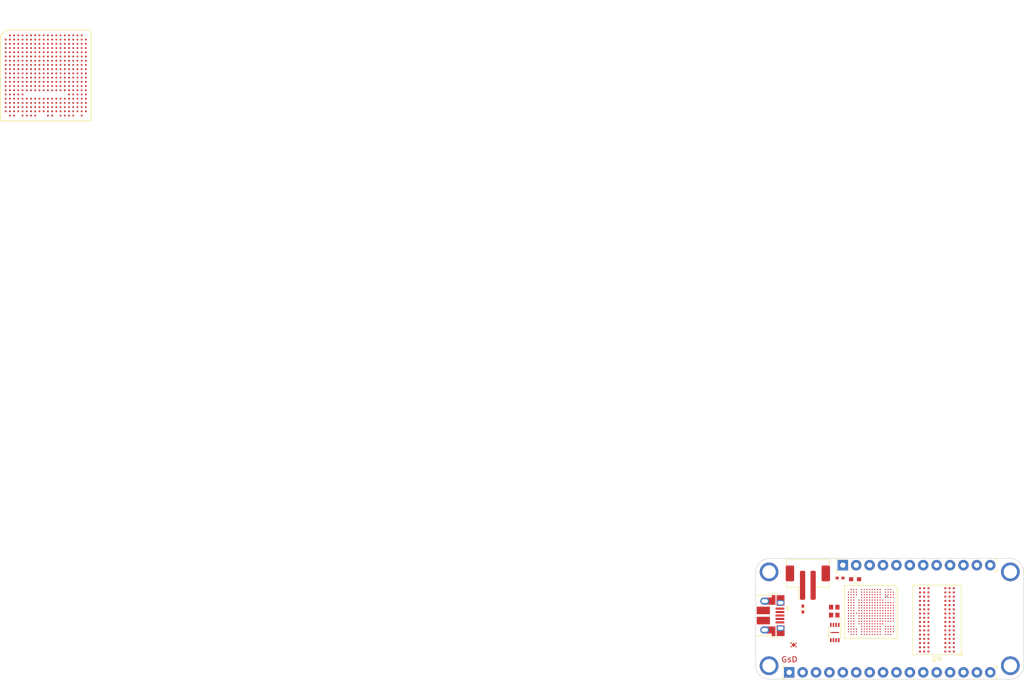
<source format=kicad_pcb>
(kicad_pcb (version 20171130) (host pcbnew 5.1.2-f72e74a~84~ubuntu18.04.1)

  (general
    (thickness 1.6)
    (drawings 8)
    (tracks 3)
    (zones 0)
    (modules 15)
    (nets 173)
  )

  (page USLetter)
  (title_block
    (date "sam. 04 avril 2015")
  )

  (layers
    (0 F.Cu signal)
    (1 In1.Cu signal)
    (2 In2.Cu signal)
    (31 B.Cu signal)
    (32 B.Adhes user)
    (33 F.Adhes user)
    (34 B.Paste user)
    (35 F.Paste user)
    (36 B.SilkS user)
    (37 F.SilkS user)
    (38 B.Mask user)
    (39 F.Mask user)
    (40 Dwgs.User user)
    (41 Cmts.User user)
    (42 Eco1.User user)
    (43 Eco2.User user)
    (44 Edge.Cuts user)
    (45 Margin user)
    (46 B.CrtYd user)
    (47 F.CrtYd user)
    (48 B.Fab user)
    (49 F.Fab user)
  )

  (setup
    (last_trace_width 0.089)
    (user_trace_width 0.089)
    (user_trace_width 0.1)
    (user_trace_width 0.12)
    (user_trace_width 0.15)
    (user_trace_width 0.2)
    (trace_clearance 0.089)
    (zone_clearance 0.12)
    (zone_45_only no)
    (trace_min 0.089)
    (via_size 0.6)
    (via_drill 0.4)
    (via_min_size 0.3)
    (via_min_drill 0.15)
    (user_via 0.3 0.15)
    (user_via 0.45 0.2)
    (user_via 0.53 0.25)
    (uvia_size 0.25)
    (uvia_drill 0.15)
    (uvias_allowed no)
    (uvia_min_size 0.2)
    (uvia_min_drill 0.1)
    (edge_width 0.1)
    (segment_width 0.15)
    (pcb_text_width 0.3)
    (pcb_text_size 1.5 1.5)
    (mod_edge_width 0.15)
    (mod_text_size 1 1)
    (mod_text_width 0.15)
    (pad_size 1.5 1.5)
    (pad_drill 0.6)
    (pad_to_mask_clearance 0)
    (pad_to_paste_clearance -0.035)
    (aux_axis_origin 137.16 114.3)
    (visible_elements 7FFFFFFF)
    (pcbplotparams
      (layerselection 0x00030_80000001)
      (usegerberextensions false)
      (usegerberattributes false)
      (usegerberadvancedattributes false)
      (creategerberjobfile false)
      (excludeedgelayer true)
      (linewidth 0.100000)
      (plotframeref false)
      (viasonmask false)
      (mode 1)
      (useauxorigin false)
      (hpglpennumber 1)
      (hpglpenspeed 20)
      (hpglpendiameter 15.000000)
      (psnegative false)
      (psa4output false)
      (plotreference true)
      (plotvalue true)
      (plotinvisibletext false)
      (padsonsilk false)
      (subtractmaskfromsilk false)
      (outputformat 1)
      (mirror false)
      (drillshape 1)
      (scaleselection 1)
      (outputdirectory ""))
  )

  (net 0 "")
  (net 1 GND)
  (net 2 +3V3)
  (net 3 "Net-(U3-PadH3)")
  (net 4 "Net-(U3-PadF4)")
  (net 5 "Net-(U3-PadL4)")
  (net 6 +1V8)
  (net 7 FPGA_CDONE)
  (net 8 "Net-(U3-PadG3)")
  (net 9 SPI_CONFIG_SS)
  (net 10 SPI_CONFIG_SCK)
  (net 11 SPI_CONFIG_MISO)
  (net 12 SPI_CONFIG_MOSI)
  (net 13 +2V5)
  (net 14 QSPI_D2)
  (net 15 QSPI_D3)
  (net 16 FPGA_RESET)
  (net 17 16MHZ_IN)
  (net 18 "Net-(U3-PadH4)")
  (net 19 "Net-(U3-PadJ3)")
  (net 20 "Net-(U3-PadC9)")
  (net 21 "Net-(U3-PadF1)")
  (net 22 "Net-(U3-PadH2)")
  (net 23 "Net-(U3-PadK2)")
  (net 24 "Net-(U3-PadV11)")
  (net 25 "Net-(U3-PadL3)")
  (net 26 "Net-(U3-PadC7)")
  (net 27 "Net-(U3-PadC8)")
  (net 28 "Net-(U3-PadA10)")
  (net 29 "Net-(U3-PadC10)")
  (net 30 "Net-(U3-PadC11)")
  (net 31 "Net-(U3-PadB12)")
  (net 32 "Net-(U3-PadC12)")
  (net 33 "Net-(U3-PadC15)")
  (net 34 "Net-(U3-PadH15)")
  (net 35 "Net-(U3-PadK15)")
  (net 36 "Net-(U3-PadL15)")
  (net 37 "Net-(U3-PadN15)")
  (net 38 "Net-(U3-PadF16)")
  (net 39 "Net-(U3-PadK16)")
  (net 40 "Net-(U3-PadL16)")
  (net 41 "Net-(U3-PadM16)")
  (net 42 "Net-(U3-PadN16)")
  (net 43 "Net-(U3-PadR16)")
  (net 44 "Net-(U3-PadV16)")
  (net 45 "Net-(U3-PadD17)")
  (net 46 "Net-(U3-PadJ17)")
  (net 47 "Net-(U3-PadM17)")
  (net 48 "Net-(U3-PadN17)")
  (net 49 "Net-(U3-PadR17)")
  (net 50 "Net-(U3-PadT17)")
  (net 51 "Net-(U3-PadD18)")
  (net 52 "Net-(U3-PadM18)")
  (net 53 +1V1)
  (net 54 JTAG_TDI)
  (net 55 JTAG_TCK)
  (net 56 JTAG_TMS)
  (net 57 JTAG_TDO)
  (net 58 "Net-(U3-PadK17)")
  (net 59 "Net-(U3-PadV2)")
  (net 60 "Net-(U3-PadV3)")
  (net 61 "Net-(U3-PadV12)")
  (net 62 "Net-(U3-PadN1)")
  (net 63 /SCI)
  (net 64 /SDA)
  (net 65 /D5)
  (net 66 /D6)
  (net 67 /D9)
  (net 68 /D12)
  (net 69 /D11)
  (net 70 /D10)
  (net 71 /D13)
  (net 72 /VUSB)
  (net 73 /EN)
  (net 74 /VBAT)
  (net 75 "Net-(U3-PadB1)")
  (net 76 "Net-(U3-PadC1)")
  (net 77 "Net-(U3-PadD1)")
  (net 78 "Net-(U3-PadG1)")
  (net 79 "Net-(U3-PadH1)")
  (net 80 "Net-(U3-PadJ1)")
  (net 81 "Net-(U3-PadK1)")
  (net 82 "Net-(U3-PadL1)")
  (net 83 "Net-(U3-PadM1)")
  (net 84 "Net-(U3-PadA2)")
  (net 85 "Net-(U3-PadB2)")
  (net 86 RAM_A1)
  (net 87 "Net-(U3-PadD2)")
  (net 88 "Net-(U3-PadF2)")
  (net 89 "Net-(U3-PadJ2)")
  (net 90 "Net-(U3-PadM2)")
  (net 91 "Net-(U3-PadN2)")
  (net 92 "Net-(U3-PadA3)")
  (net 93 RAM_A3)
  (net 94 RAM_A2)
  (net 95 "Net-(U3-PadF3)")
  (net 96 "Net-(U3-PadK3)")
  (net 97 "Net-(U3-PadM3)")
  (net 98 "Net-(U3-PadN3)")
  (net 99 RAM_A7)
  (net 100 RAM_A4)
  (net 101 RAM_A5)
  (net 102 RAM_A6)
  (net 103 "Net-(U3-PadG4)")
  (net 104 "Net-(U3-PadK4)")
  (net 105 "Net-(U3-PadN4)")
  (net 106 "Net-(U3-PadG5)")
  (net 107 "Net-(U3-PadM5)")
  (net 108 RAM_A8)
  (net 109 RAM_A10)
  (net 110 RAM_A11)
  (net 111 RAM_A12)
  (net 112 RAM_A9)
  (net 113 RAM_A0)
  (net 114 "Net-(U3-PadD7)")
  (net 115 "Net-(U3-PadA8)")
  (net 116 "Net-(U3-PadB8)")
  (net 117 "Net-(U3-PadA9)")
  (net 118 "Net-(U3-PadB9)")
  (net 119 "Net-(U3-PadB10)")
  (net 120 "Net-(U3-PadA11)")
  (net 121 "Net-(U3-PadB11)")
  (net 122 RAM_CS#)
  (net 123 "Net-(U3-PadD12)")
  (net 124 RAM_D8)
  (net 125 RAM_D15)
  (net 126 RAM_CK#)
  (net 127 RAM_CK)
  (net 128 "Net-(U3-PadN13)")
  (net 129 "Net-(U3-PadG14)")
  (net 130 "Net-(U3-PadM14)")
  (net 131 RAM_D9)
  (net 132 RAM_UDQS)
  (net 133 RAM_D10)
  (net 134 RAM_D1)
  (net 135 RAM_D3)
  (net 136 RAM_UDQS#)
  (net 137 RAM_D12)
  (net 138 RAM_D11)
  (net 139 RAM_D2)
  (net 140 RAM_D4)
  (net 141 RAM_D5)
  (net 142 REF_CLK)
  (net 143 RAM_D13)
  (net 144 RAM_D14)
  (net 145 RAM_D0)
  (net 146 RAM_LDQS#)
  (net 147 "Net-(U3-PadB18)")
  (net 148 RAM_D6)
  (net 149 RAM_D7)
  (net 150 RAM_LDQS)
  (net 151 "Net-(U3-PadH18)")
  (net 152 "Net-(U3-PadJ18)")
  (net 153 "Net-(U3-PadK18)")
  (net 154 "Net-(U3-PadL18)")
  (net 155 /sheetHyperRAM/RAM_VSS)
  (net 156 RAM_RESET#)
  (net 157 /sheetHyperRAM/RAM_VDD)
  (net 158 RAM_BA1)
  (net 159 /sheetHyperRAM/RAM_VREFCA)
  (net 160 RAM_BA2)
  (net 161 RAM_BA0)
  (net 162 /sheetHyperRAM/RAM_ZQ)
  (net 163 RAM_WE#)
  (net 164 RAM_CKE)
  (net 165 RAM_CAS#)
  (net 166 RAM_ODT)
  (net 167 RAM_RAS#)
  (net 168 /sheetHyperRAM/RAM_VDDQ)
  (net 169 /sheetHyperRAM/RAM_VREFDQ)
  (net 170 /sheetHyperRAM/RAM_VSSQ)
  (net 171 RAM_LDM)
  (net 172 RAM_UDM)

  (net_class Default "This is the default net class."
    (clearance 0.089)
    (trace_width 0.089)
    (via_dia 0.6)
    (via_drill 0.4)
    (uvia_dia 0.25)
    (uvia_drill 0.15)
    (add_net +1V1)
    (add_net +1V8)
    (add_net +2V5)
    (add_net +3V3)
    (add_net /EN)
    (add_net /SCI)
    (add_net /SDA)
    (add_net /VBAT)
    (add_net /VUSB)
    (add_net /sheetHyperRAM/RAM_VDD)
    (add_net /sheetHyperRAM/RAM_VDDQ)
    (add_net /sheetHyperRAM/RAM_VREFCA)
    (add_net /sheetHyperRAM/RAM_VREFDQ)
    (add_net /sheetHyperRAM/RAM_VSS)
    (add_net /sheetHyperRAM/RAM_VSSQ)
    (add_net /sheetHyperRAM/RAM_ZQ)
    (add_net 16MHZ_IN)
    (add_net FPGA_CDONE)
    (add_net FPGA_RESET)
    (add_net GND)
    (add_net JTAG_TCK)
    (add_net JTAG_TDI)
    (add_net JTAG_TDO)
    (add_net JTAG_TMS)
    (add_net "Net-(U3-PadA10)")
    (add_net "Net-(U3-PadA11)")
    (add_net "Net-(U3-PadA2)")
    (add_net "Net-(U3-PadA3)")
    (add_net "Net-(U3-PadA8)")
    (add_net "Net-(U3-PadA9)")
    (add_net "Net-(U3-PadB1)")
    (add_net "Net-(U3-PadB10)")
    (add_net "Net-(U3-PadB11)")
    (add_net "Net-(U3-PadB12)")
    (add_net "Net-(U3-PadB18)")
    (add_net "Net-(U3-PadB2)")
    (add_net "Net-(U3-PadB8)")
    (add_net "Net-(U3-PadB9)")
    (add_net "Net-(U3-PadC1)")
    (add_net "Net-(U3-PadC10)")
    (add_net "Net-(U3-PadC11)")
    (add_net "Net-(U3-PadC12)")
    (add_net "Net-(U3-PadC15)")
    (add_net "Net-(U3-PadC7)")
    (add_net "Net-(U3-PadC8)")
    (add_net "Net-(U3-PadC9)")
    (add_net "Net-(U3-PadD1)")
    (add_net "Net-(U3-PadD12)")
    (add_net "Net-(U3-PadD17)")
    (add_net "Net-(U3-PadD18)")
    (add_net "Net-(U3-PadD2)")
    (add_net "Net-(U3-PadD7)")
    (add_net "Net-(U3-PadF1)")
    (add_net "Net-(U3-PadF16)")
    (add_net "Net-(U3-PadF2)")
    (add_net "Net-(U3-PadF3)")
    (add_net "Net-(U3-PadF4)")
    (add_net "Net-(U3-PadG1)")
    (add_net "Net-(U3-PadG14)")
    (add_net "Net-(U3-PadG3)")
    (add_net "Net-(U3-PadG4)")
    (add_net "Net-(U3-PadG5)")
    (add_net "Net-(U3-PadH1)")
    (add_net "Net-(U3-PadH15)")
    (add_net "Net-(U3-PadH18)")
    (add_net "Net-(U3-PadH2)")
    (add_net "Net-(U3-PadH3)")
    (add_net "Net-(U3-PadH4)")
    (add_net "Net-(U3-PadJ1)")
    (add_net "Net-(U3-PadJ17)")
    (add_net "Net-(U3-PadJ18)")
    (add_net "Net-(U3-PadJ2)")
    (add_net "Net-(U3-PadJ3)")
    (add_net "Net-(U3-PadK1)")
    (add_net "Net-(U3-PadK15)")
    (add_net "Net-(U3-PadK16)")
    (add_net "Net-(U3-PadK17)")
    (add_net "Net-(U3-PadK18)")
    (add_net "Net-(U3-PadK2)")
    (add_net "Net-(U3-PadK3)")
    (add_net "Net-(U3-PadK4)")
    (add_net "Net-(U3-PadL1)")
    (add_net "Net-(U3-PadL15)")
    (add_net "Net-(U3-PadL16)")
    (add_net "Net-(U3-PadL18)")
    (add_net "Net-(U3-PadL3)")
    (add_net "Net-(U3-PadL4)")
    (add_net "Net-(U3-PadM1)")
    (add_net "Net-(U3-PadM14)")
    (add_net "Net-(U3-PadM16)")
    (add_net "Net-(U3-PadM17)")
    (add_net "Net-(U3-PadM18)")
    (add_net "Net-(U3-PadM2)")
    (add_net "Net-(U3-PadM3)")
    (add_net "Net-(U3-PadM5)")
    (add_net "Net-(U3-PadN1)")
    (add_net "Net-(U3-PadN13)")
    (add_net "Net-(U3-PadN15)")
    (add_net "Net-(U3-PadN16)")
    (add_net "Net-(U3-PadN17)")
    (add_net "Net-(U3-PadN2)")
    (add_net "Net-(U3-PadN3)")
    (add_net "Net-(U3-PadN4)")
    (add_net "Net-(U3-PadR16)")
    (add_net "Net-(U3-PadR17)")
    (add_net "Net-(U3-PadT17)")
    (add_net "Net-(U3-PadV11)")
    (add_net "Net-(U3-PadV12)")
    (add_net "Net-(U3-PadV16)")
    (add_net "Net-(U3-PadV2)")
    (add_net "Net-(U3-PadV3)")
    (add_net QSPI_D2)
    (add_net QSPI_D3)
    (add_net RAM_ODT)
    (add_net RAM_RESET#)
    (add_net REF_CLK)
    (add_net SPI_CONFIG_MISO)
    (add_net SPI_CONFIG_MOSI)
    (add_net SPI_CONFIG_SCK)
    (add_net SPI_CONFIG_SS)
  )

  (net_class DDR_TRACES_LM1.0 ""
    (clearance 0.089)
    (trace_width 1.2)
    (via_dia 0.6)
    (via_drill 0.4)
    (uvia_dia 0.25)
    (uvia_drill 0.15)
    (add_net /D10)
    (add_net /D11)
    (add_net /D12)
    (add_net /D13)
    (add_net /D5)
    (add_net /D6)
    (add_net /D9)
    (add_net RAM_A0)
    (add_net RAM_A1)
    (add_net RAM_A10)
    (add_net RAM_A11)
    (add_net RAM_A12)
    (add_net RAM_A2)
    (add_net RAM_A3)
    (add_net RAM_A4)
    (add_net RAM_A5)
    (add_net RAM_A6)
    (add_net RAM_A7)
    (add_net RAM_A8)
    (add_net RAM_A9)
    (add_net RAM_BA0)
    (add_net RAM_BA1)
    (add_net RAM_BA2)
    (add_net RAM_CAS#)
    (add_net RAM_CK)
    (add_net RAM_CK#)
    (add_net RAM_CKE)
    (add_net RAM_CS#)
    (add_net RAM_D0)
    (add_net RAM_D1)
    (add_net RAM_D10)
    (add_net RAM_D11)
    (add_net RAM_D12)
    (add_net RAM_D13)
    (add_net RAM_D14)
    (add_net RAM_D15)
    (add_net RAM_D2)
    (add_net RAM_D3)
    (add_net RAM_D4)
    (add_net RAM_D5)
    (add_net RAM_D6)
    (add_net RAM_D7)
    (add_net RAM_D8)
    (add_net RAM_D9)
    (add_net RAM_LDM)
    (add_net RAM_LDQS)
    (add_net RAM_LDQS#)
    (add_net RAM_RAS#)
    (add_net RAM_UDM)
    (add_net RAM_UDQS)
    (add_net RAM_UDQS#)
    (add_net RAM_WE#)
  )

  (module Conn_PinHeader_1x16 (layer F.Cu) (tedit 58EF1B8A) (tstamp 5CF2A8A3)
    (at 159.92 113.1)
    (fp_text reference REF** (at 0 0.508 180) (layer F.Fab)
      (effects (font (size 0.6 0.6) (thickness 0.1)))
    )
    (fp_text value VAL** (at 0 -0.508 180) (layer F.Fab)
      (effects (font (size 0.6 0.5) (thickness 0.1)))
    )
    (fp_line (start -20.32 1.27) (end -20.32 -1.27) (layer F.Fab) (width 0.05))
    (fp_line (start -20.32 1.27) (end 20.32 1.27) (layer F.Fab) (width 0.05))
    (fp_line (start 20.32 -1.27) (end 20.32 1.27) (layer F.Fab) (width 0.05))
    (fp_line (start -20.32 -1.27) (end 20.32 -1.27) (layer F.Fab) (width 0.05))
    (fp_line (start 20.297 -1.247) (end 20.297 -0.739) (layer F.SilkS) (width 0.15))
    (fp_line (start -20.297 -1.247) (end -19.789 -1.247) (layer F.SilkS) (width 0.15))
    (fp_line (start 19.789 -1.247) (end 20.297 -1.247) (layer F.SilkS) (width 0.15))
    (fp_line (start -20.297 1.247) (end -19.789 1.247) (layer F.SilkS) (width 0.15))
    (fp_line (start 19.789 1.247) (end 20.297 1.247) (layer F.SilkS) (width 0.15))
    (fp_line (start -20.297 -1.247) (end -20.297 -0.739) (layer F.SilkS) (width 0.15))
    (fp_line (start -20.297 0.739) (end -20.297 1.247) (layer F.SilkS) (width 0.15))
    (fp_line (start 20.297 0.739) (end 20.297 1.247) (layer F.SilkS) (width 0.15))
    (fp_line (start 20.58 1.5) (end 20.58 -1.5) (layer F.CrtYd) (width 0.05))
    (fp_line (start -20.58 -1.5) (end -20.58 1.5) (layer F.CrtYd) (width 0.05))
    (fp_line (start -20.58 -1.5) (end 20.58 -1.5) (layer F.CrtYd) (width 0.05))
    (fp_line (start 20.58 1.5) (end -20.58 1.5) (layer F.CrtYd) (width 0.05))
    (fp_text user %R (at 0 0 180) (layer Eco1.User)
      (effects (font (size 0.3 0.3) (thickness 0.03)))
    )
    (pad 16 thru_hole circle (at 19.05 0) (size 2 2) (drill 1) (layers *.Cu *.Mask))
    (pad 15 thru_hole circle (at 16.51 0) (size 2 2) (drill 1) (layers *.Cu *.Mask))
    (pad 14 thru_hole circle (at 13.97 0) (size 2 2) (drill 1) (layers *.Cu *.Mask))
    (pad 13 thru_hole circle (at 11.43 0) (size 2 2) (drill 1) (layers *.Cu *.Mask))
    (pad 1 thru_hole rect (at -19.05 0) (size 2 2) (drill 1) (layers *.Cu *.Mask))
    (pad 2 thru_hole circle (at -16.51 0) (size 2 2) (drill 1) (layers *.Cu *.Mask))
    (pad 3 thru_hole circle (at -13.97 0) (size 2 2) (drill 1) (layers *.Cu *.Mask))
    (pad 4 thru_hole circle (at -11.43 0) (size 2 2) (drill 1) (layers *.Cu *.Mask))
    (pad 7 thru_hole circle (at -3.81 0) (size 2 2) (drill 1) (layers *.Cu *.Mask))
    (pad 6 thru_hole circle (at -6.35 0) (size 2 2) (drill 1) (layers *.Cu *.Mask))
    (pad 5 thru_hole circle (at -8.89 0) (size 2 2) (drill 1) (layers *.Cu *.Mask))
    (pad 8 thru_hole circle (at -1.27 0) (size 2 2) (drill 1) (layers *.Cu *.Mask))
    (pad 9 thru_hole circle (at 1.27 0) (size 2 2) (drill 1) (layers *.Cu *.Mask))
    (pad 10 thru_hole circle (at 3.81 0) (size 2 2) (drill 1) (layers *.Cu *.Mask))
    (pad 12 thru_hole circle (at 8.89 0) (size 2 2) (drill 1) (layers *.Cu *.Mask))
    (pad 11 thru_hole circle (at 6.35 0) (size 2 2) (drill 1) (layers *.Cu *.Mask))
  )

  (module Package_BGA:BGA-96_9.0x13.0mm_Layout2x3x16_P0.8mm (layer F.Cu) (tedit 5A0CB273) (tstamp 5CD31677)
    (at 168.85 103.15 180)
    (descr "BGA-96, http://www.mouser.com/ds/2/198/43-46TR16640B-81280BL-706483.pdf")
    (tags BGA-96)
    (path /5ABD38F2/5CD2F1CC)
    (attr smd)
    (fp_text reference U4 (at 0 -7.4) (layer F.SilkS)
      (effects (font (size 1 1) (thickness 0.15)))
    )
    (fp_text value MT41K64M16TW-107_J-TR (at 0 7.5) (layer F.Fab)
      (effects (font (size 1 1) (thickness 0.15)))
    )
    (fp_line (start 5.5 7.5) (end -5.5 7.5) (layer F.CrtYd) (width 0.05))
    (fp_line (start 5.5 7.5) (end 5.5 -7.5) (layer F.CrtYd) (width 0.05))
    (fp_line (start -5.5 -7.5) (end -5.5 7.5) (layer F.CrtYd) (width 0.05))
    (fp_line (start -5.5 -7.5) (end 5.5 -7.5) (layer F.CrtYd) (width 0.05))
    (fp_line (start -4.5 -6) (end -4.5 6.5) (layer F.Fab) (width 0.1))
    (fp_line (start -4 -6.5) (end -4.5 -6) (layer F.Fab) (width 0.1))
    (fp_line (start 4.5 -6.5) (end -4 -6.5) (layer F.Fab) (width 0.1))
    (fp_line (start 4.5 6.5) (end 4.5 -6.5) (layer F.Fab) (width 0.1))
    (fp_line (start -4.5 6.5) (end 4.5 6.5) (layer F.Fab) (width 0.1))
    (fp_line (start 4.6 6.6) (end 4.6 -6.6) (layer F.SilkS) (width 0.12))
    (fp_line (start -4.6 6.6) (end 4.6 6.6) (layer F.SilkS) (width 0.12))
    (fp_line (start -4.6 -6.6) (end -4.6 6.6) (layer F.SilkS) (width 0.12))
    (fp_line (start 4.6 -6.6) (end -4.6 -6.6) (layer F.SilkS) (width 0.12))
    (fp_line (start -4.8 -6.8) (end -4.8 -6.1) (layer F.SilkS) (width 0.12))
    (fp_line (start -4.1 -6.8) (end -4.8 -6.8) (layer F.SilkS) (width 0.12))
    (fp_text user %R (at 0 0) (layer F.Fab)
      (effects (font (size 1 1) (thickness 0.15)))
    )
    (pad T9 smd circle (at 3.2 6 180) (size 0.4 0.4) (layers F.Cu F.Paste F.Mask)
      (net 155 /sheetHyperRAM/RAM_VSS))
    (pad T8 smd circle (at 2.4 6 180) (size 0.4 0.4) (layers F.Cu F.Paste F.Mask)
      (net 108 RAM_A8))
    (pad T7 smd circle (at 1.6 6 180) (size 0.4 0.4) (layers F.Cu F.Paste F.Mask))
    (pad T3 smd circle (at -1.6 6 180) (size 0.4 0.4) (layers F.Cu F.Paste F.Mask))
    (pad T2 smd circle (at -2.4 6 180) (size 0.4 0.4) (layers F.Cu F.Paste F.Mask)
      (net 156 RAM_RESET#))
    (pad T1 smd circle (at -3.2 6 180) (size 0.4 0.4) (layers F.Cu F.Paste F.Mask)
      (net 155 /sheetHyperRAM/RAM_VSS))
    (pad R9 smd circle (at 3.2 5.2 180) (size 0.4 0.4) (layers F.Cu F.Paste F.Mask)
      (net 157 /sheetHyperRAM/RAM_VDD))
    (pad R8 smd circle (at 2.4 5.2 180) (size 0.4 0.4) (layers F.Cu F.Paste F.Mask)
      (net 102 RAM_A6))
    (pad R7 smd circle (at 1.6 5.2 180) (size 0.4 0.4) (layers F.Cu F.Paste F.Mask)
      (net 110 RAM_A11))
    (pad R3 smd circle (at -1.6 5.2 180) (size 0.4 0.4) (layers F.Cu F.Paste F.Mask)
      (net 112 RAM_A9))
    (pad R2 smd circle (at -2.4 5.2 180) (size 0.4 0.4) (layers F.Cu F.Paste F.Mask)
      (net 99 RAM_A7))
    (pad R1 smd circle (at -3.2 5.2 180) (size 0.4 0.4) (layers F.Cu F.Paste F.Mask)
      (net 157 /sheetHyperRAM/RAM_VDD))
    (pad P9 smd circle (at 3.2 4.4 180) (size 0.4 0.4) (layers F.Cu F.Paste F.Mask)
      (net 155 /sheetHyperRAM/RAM_VSS))
    (pad P8 smd circle (at 2.4 4.4 180) (size 0.4 0.4) (layers F.Cu F.Paste F.Mask)
      (net 100 RAM_A4))
    (pad P7 smd circle (at 1.6 4.4 180) (size 0.4 0.4) (layers F.Cu F.Paste F.Mask)
      (net 86 RAM_A1))
    (pad P3 smd circle (at -1.6 4.4 180) (size 0.4 0.4) (layers F.Cu F.Paste F.Mask)
      (net 94 RAM_A2))
    (pad P2 smd circle (at -2.4 4.4 180) (size 0.4 0.4) (layers F.Cu F.Paste F.Mask)
      (net 101 RAM_A5))
    (pad P1 smd circle (at -3.2 4.4 180) (size 0.4 0.4) (layers F.Cu F.Paste F.Mask)
      (net 155 /sheetHyperRAM/RAM_VSS))
    (pad N9 smd circle (at 3.2 3.6 180) (size 0.4 0.4) (layers F.Cu F.Paste F.Mask)
      (net 157 /sheetHyperRAM/RAM_VDD))
    (pad N8 smd circle (at 2.4 3.6 180) (size 0.4 0.4) (layers F.Cu F.Paste F.Mask)
      (net 158 RAM_BA1))
    (pad N7 smd circle (at 1.6 3.6 180) (size 0.4 0.4) (layers F.Cu F.Paste F.Mask)
      (net 111 RAM_A12))
    (pad N3 smd circle (at -1.6 3.6 180) (size 0.4 0.4) (layers F.Cu F.Paste F.Mask)
      (net 113 RAM_A0))
    (pad N2 smd circle (at -2.4 3.6 180) (size 0.4 0.4) (layers F.Cu F.Paste F.Mask)
      (net 93 RAM_A3))
    (pad N1 smd circle (at -3.2 3.6 180) (size 0.4 0.4) (layers F.Cu F.Paste F.Mask)
      (net 157 /sheetHyperRAM/RAM_VDD))
    (pad M9 smd circle (at 3.2 2.8 180) (size 0.4 0.4) (layers F.Cu F.Paste F.Mask)
      (net 155 /sheetHyperRAM/RAM_VSS))
    (pad M8 smd circle (at 2.4 2.8 180) (size 0.4 0.4) (layers F.Cu F.Paste F.Mask)
      (net 159 /sheetHyperRAM/RAM_VREFCA))
    (pad M7 smd circle (at 1.6 2.8 180) (size 0.4 0.4) (layers F.Cu F.Paste F.Mask))
    (pad M3 smd circle (at -1.6 2.8 180) (size 0.4 0.4) (layers F.Cu F.Paste F.Mask)
      (net 160 RAM_BA2))
    (pad M2 smd circle (at -2.4 2.8 180) (size 0.4 0.4) (layers F.Cu F.Paste F.Mask)
      (net 161 RAM_BA0))
    (pad M1 smd circle (at -3.2 2.8 180) (size 0.4 0.4) (layers F.Cu F.Paste F.Mask)
      (net 155 /sheetHyperRAM/RAM_VSS))
    (pad L9 smd circle (at 3.2 2 180) (size 0.4 0.4) (layers F.Cu F.Paste F.Mask))
    (pad L8 smd circle (at 2.4 2 180) (size 0.4 0.4) (layers F.Cu F.Paste F.Mask)
      (net 162 /sheetHyperRAM/RAM_ZQ))
    (pad L7 smd circle (at 1.6 2 180) (size 0.4 0.4) (layers F.Cu F.Paste F.Mask)
      (net 109 RAM_A10))
    (pad L3 smd circle (at -1.6 2 180) (size 0.4 0.4) (layers F.Cu F.Paste F.Mask)
      (net 163 RAM_WE#))
    (pad L2 smd circle (at -2.4 2 180) (size 0.4 0.4) (layers F.Cu F.Paste F.Mask)
      (net 122 RAM_CS#))
    (pad L1 smd circle (at -3.2 2 180) (size 0.4 0.4) (layers F.Cu F.Paste F.Mask))
    (pad K9 smd circle (at 3.2 1.2 180) (size 0.4 0.4) (layers F.Cu F.Paste F.Mask)
      (net 164 RAM_CKE))
    (pad K8 smd circle (at 2.4 1.2 180) (size 0.4 0.4) (layers F.Cu F.Paste F.Mask)
      (net 157 /sheetHyperRAM/RAM_VDD))
    (pad K7 smd circle (at 1.6 1.2 180) (size 0.4 0.4) (layers F.Cu F.Paste F.Mask)
      (net 126 RAM_CK#))
    (pad K3 smd circle (at -1.6 1.2 180) (size 0.4 0.4) (layers F.Cu F.Paste F.Mask)
      (net 165 RAM_CAS#))
    (pad K2 smd circle (at -2.4 1.2 180) (size 0.4 0.4) (layers F.Cu F.Paste F.Mask)
      (net 157 /sheetHyperRAM/RAM_VDD))
    (pad K1 smd circle (at -3.2 1.2 180) (size 0.4 0.4) (layers F.Cu F.Paste F.Mask)
      (net 166 RAM_ODT))
    (pad J9 smd circle (at 3.2 0.4 180) (size 0.4 0.4) (layers F.Cu F.Paste F.Mask))
    (pad J8 smd circle (at 2.4 0.4 180) (size 0.4 0.4) (layers F.Cu F.Paste F.Mask)
      (net 155 /sheetHyperRAM/RAM_VSS))
    (pad J7 smd circle (at 1.6 0.4 180) (size 0.4 0.4) (layers F.Cu F.Paste F.Mask)
      (net 127 RAM_CK))
    (pad J3 smd circle (at -1.6 0.4 180) (size 0.4 0.4) (layers F.Cu F.Paste F.Mask)
      (net 167 RAM_RAS#))
    (pad J2 smd circle (at -2.4 0.4 180) (size 0.4 0.4) (layers F.Cu F.Paste F.Mask)
      (net 155 /sheetHyperRAM/RAM_VSS))
    (pad J1 smd circle (at -3.2 0.4 180) (size 0.4 0.4) (layers F.Cu F.Paste F.Mask))
    (pad H9 smd circle (at 3.2 -0.4 180) (size 0.4 0.4) (layers F.Cu F.Paste F.Mask)
      (net 168 /sheetHyperRAM/RAM_VDDQ))
    (pad H8 smd circle (at 2.4 -0.4 180) (size 0.4 0.4) (layers F.Cu F.Paste F.Mask)
      (net 143 RAM_D13))
    (pad H7 smd circle (at 1.6 -0.4 180) (size 0.4 0.4) (layers F.Cu F.Paste F.Mask)
      (net 125 RAM_D15))
    (pad H3 smd circle (at -1.6 -0.4 180) (size 0.4 0.4) (layers F.Cu F.Paste F.Mask)
      (net 137 RAM_D12))
    (pad H2 smd circle (at -2.4 -0.4 180) (size 0.4 0.4) (layers F.Cu F.Paste F.Mask)
      (net 168 /sheetHyperRAM/RAM_VDDQ))
    (pad H1 smd circle (at -3.2 -0.4 180) (size 0.4 0.4) (layers F.Cu F.Paste F.Mask)
      (net 169 /sheetHyperRAM/RAM_VREFDQ))
    (pad G9 smd circle (at 3.2 -1.2 180) (size 0.4 0.4) (layers F.Cu F.Paste F.Mask)
      (net 170 /sheetHyperRAM/RAM_VSSQ))
    (pad G8 smd circle (at 2.4 -1.2 180) (size 0.4 0.4) (layers F.Cu F.Paste F.Mask))
    (pad G7 smd circle (at 1.6 -1.2 180) (size 0.4 0.4) (layers F.Cu F.Paste F.Mask)
      (net 157 /sheetHyperRAM/RAM_VDD))
    (pad G3 smd circle (at -1.6 -1.2 180) (size 0.4 0.4) (layers F.Cu F.Paste F.Mask)
      (net 136 RAM_UDQS#))
    (pad G2 smd circle (at -2.4 -1.2 180) (size 0.4 0.4) (layers F.Cu F.Paste F.Mask)
      (net 144 RAM_D14))
    (pad G1 smd circle (at -3.2 -1.2 180) (size 0.4 0.4) (layers F.Cu F.Paste F.Mask)
      (net 170 /sheetHyperRAM/RAM_VSSQ))
    (pad F9 smd circle (at 3.2 -2 180) (size 0.4 0.4) (layers F.Cu F.Paste F.Mask)
      (net 170 /sheetHyperRAM/RAM_VSSQ))
    (pad F8 smd circle (at 2.4 -2 180) (size 0.4 0.4) (layers F.Cu F.Paste F.Mask)
      (net 138 RAM_D11))
    (pad F7 smd circle (at 1.6 -2 180) (size 0.4 0.4) (layers F.Cu F.Paste F.Mask)
      (net 131 RAM_D9))
    (pad F3 smd circle (at -1.6 -2 180) (size 0.4 0.4) (layers F.Cu F.Paste F.Mask)
      (net 132 RAM_UDQS))
    (pad F2 smd circle (at -2.4 -2 180) (size 0.4 0.4) (layers F.Cu F.Paste F.Mask)
      (net 133 RAM_D10))
    (pad F1 smd circle (at -3.2 -2 180) (size 0.4 0.4) (layers F.Cu F.Paste F.Mask)
      (net 168 /sheetHyperRAM/RAM_VDDQ))
    (pad E9 smd circle (at 3.2 -2.8 180) (size 0.4 0.4) (layers F.Cu F.Paste F.Mask)
      (net 168 /sheetHyperRAM/RAM_VDDQ))
    (pad E8 smd circle (at 2.4 -2.8 180) (size 0.4 0.4) (layers F.Cu F.Paste F.Mask)
      (net 170 /sheetHyperRAM/RAM_VSSQ))
    (pad E7 smd circle (at 1.6 -2.8 180) (size 0.4 0.4) (layers F.Cu F.Paste F.Mask)
      (net 171 RAM_LDM))
    (pad E3 smd circle (at -1.6 -2.8 180) (size 0.4 0.4) (layers F.Cu F.Paste F.Mask)
      (net 124 RAM_D8))
    (pad E2 smd circle (at -2.4 -2.8 180) (size 0.4 0.4) (layers F.Cu F.Paste F.Mask)
      (net 170 /sheetHyperRAM/RAM_VSSQ))
    (pad E1 smd circle (at -3.2 -2.8 180) (size 0.4 0.4) (layers F.Cu F.Paste F.Mask)
      (net 155 /sheetHyperRAM/RAM_VSS))
    (pad D9 smd circle (at 3.2 -3.6 180) (size 0.4 0.4) (layers F.Cu F.Paste F.Mask)
      (net 157 /sheetHyperRAM/RAM_VDD))
    (pad D8 smd circle (at 2.4 -3.6 180) (size 0.4 0.4) (layers F.Cu F.Paste F.Mask)
      (net 170 /sheetHyperRAM/RAM_VSSQ))
    (pad D7 smd circle (at 1.6 -3.6 180) (size 0.4 0.4) (layers F.Cu F.Paste F.Mask)
      (net 145 RAM_D0))
    (pad D3 smd circle (at -1.6 -3.6 180) (size 0.4 0.4) (layers F.Cu F.Paste F.Mask)
      (net 172 RAM_UDM))
    (pad D2 smd circle (at -2.4 -3.6 180) (size 0.4 0.4) (layers F.Cu F.Paste F.Mask)
      (net 168 /sheetHyperRAM/RAM_VDDQ))
    (pad D1 smd circle (at -3.2 -3.6 180) (size 0.4 0.4) (layers F.Cu F.Paste F.Mask)
      (net 170 /sheetHyperRAM/RAM_VSSQ))
    (pad C9 smd circle (at 3.2 -4.4 180) (size 0.4 0.4) (layers F.Cu F.Paste F.Mask)
      (net 168 /sheetHyperRAM/RAM_VDDQ))
    (pad C8 smd circle (at 2.4 -4.4 180) (size 0.4 0.4) (layers F.Cu F.Paste F.Mask)
      (net 139 RAM_D2))
    (pad C7 smd circle (at 1.6 -4.4 180) (size 0.4 0.4) (layers F.Cu F.Paste F.Mask)
      (net 150 RAM_LDQS))
    (pad C3 smd circle (at -1.6 -4.4 180) (size 0.4 0.4) (layers F.Cu F.Paste F.Mask)
      (net 134 RAM_D1))
    (pad C2 smd circle (at -2.4 -4.4 180) (size 0.4 0.4) (layers F.Cu F.Paste F.Mask)
      (net 135 RAM_D3))
    (pad C1 smd circle (at -3.2 -4.4 180) (size 0.4 0.4) (layers F.Cu F.Paste F.Mask)
      (net 168 /sheetHyperRAM/RAM_VDDQ))
    (pad B9 smd circle (at 3.2 -5.2 180) (size 0.4 0.4) (layers F.Cu F.Paste F.Mask)
      (net 170 /sheetHyperRAM/RAM_VSSQ))
    (pad B8 smd circle (at 2.4 -5.2 180) (size 0.4 0.4) (layers F.Cu F.Paste F.Mask)
      (net 148 RAM_D6))
    (pad B7 smd circle (at 1.6 -5.2 180) (size 0.4 0.4) (layers F.Cu F.Paste F.Mask)
      (net 146 RAM_LDQS#))
    (pad B3 smd circle (at -1.6 -5.2 180) (size 0.4 0.4) (layers F.Cu F.Paste F.Mask)
      (net 155 /sheetHyperRAM/RAM_VSS))
    (pad B2 smd circle (at -2.4 -5.2 180) (size 0.4 0.4) (layers F.Cu F.Paste F.Mask)
      (net 157 /sheetHyperRAM/RAM_VDD))
    (pad B1 smd circle (at -3.2 -5.2 180) (size 0.4 0.4) (layers F.Cu F.Paste F.Mask)
      (net 170 /sheetHyperRAM/RAM_VSSQ))
    (pad A9 smd circle (at 3.2 -6 180) (size 0.4 0.4) (layers F.Cu F.Paste F.Mask)
      (net 155 /sheetHyperRAM/RAM_VSS))
    (pad A8 smd circle (at 2.4 -6 180) (size 0.4 0.4) (layers F.Cu F.Paste F.Mask)
      (net 168 /sheetHyperRAM/RAM_VDDQ))
    (pad A7 smd circle (at 1.6 -6 180) (size 0.4 0.4) (layers F.Cu F.Paste F.Mask)
      (net 140 RAM_D4))
    (pad A3 smd circle (at -1.6 -6 180) (size 0.4 0.4) (layers F.Cu F.Paste F.Mask)
      (net 149 RAM_D7))
    (pad A2 smd circle (at -2.4 -6 180) (size 0.4 0.4) (layers F.Cu F.Paste F.Mask)
      (net 141 RAM_D5))
    (pad A1 smd circle (at -3.2 -6 180) (size 0.4 0.4) (layers F.Cu F.Paste F.Mask)
      (net 168 /sheetHyperRAM/RAM_VDDQ))
    (model ${KISYS3DMOD}/Package_BGA.3dshapes/BGA-96_9.0x13.0mm_Layout2x3x16_P0.8mm.wrl
      (at (xyz 0 0 0))
      (scale (xyz 1 1 1))
      (rotate (xyz 0 0 0))
    )
  )

  (module caBGA_381_17x17 (layer F.Cu) (tedit 5B0F6BA7) (tstamp 5CD23920)
    (at 0 0)
    (fp_text reference U3 (at 0 -13.3) (layer F.SilkS)
      (effects (font (size 0 0) (thickness 0.15)))
    )
    (fp_text value ECP5U25 (at 0 -14.3) (layer F.Fab)
      (effects (font (size 0 0) (thickness 0.15)))
    )
    (fp_text user "Circle (Dia 0.23)" (at 6.4 -8.2) (layer Cmts.User)
      (effects (font (size 0 0) (thickness 0.15)))
    )
    (fp_text user "Square (0.12 x 0.33)" (at 14 -2.6) (layer Cmts.User)
      (effects (font (size 0 0) (thickness 0.15)))
    )
    (fp_line (start -7.6 -8.6) (end 8.6 -8.6) (layer F.SilkS) (width 0.15))
    (fp_line (start 8.6 -8.6) (end 8.6 8.6) (layer F.SilkS) (width 0.15))
    (fp_line (start 8.6 8.6) (end -8.6 8.6) (layer F.SilkS) (width 0.15))
    (fp_line (start -8.6 8.6) (end -8.6 -7.6) (layer F.SilkS) (width 0.15))
    (fp_line (start -7.6 -8.6) (end -8.6 -7.6) (layer F.SilkS) (width 0.15))
    (pad B1 smd circle (at -7.6 -6.8 90) (size 0.35 0.35) (layers F.Cu F.Paste F.Mask))
    (pad C1 smd circle (at -7.6 -6 90) (size 0.35 0.35) (layers F.Cu F.Paste F.Mask))
    (pad D1 smd circle (at -7.6 -5.2 90) (size 0.35 0.35) (layers F.Cu F.Paste F.Mask))
    (pad E1 smd circle (at -7.6 -4.4 90) (size 0.35 0.35) (layers F.Cu F.Paste F.Mask))
    (pad F1 smd circle (at -7.6 -3.6 90) (size 0.35 0.35) (layers F.Cu F.Paste F.Mask))
    (pad G1 smd circle (at -7.6 -2.8 90) (size 0.35 0.35) (layers F.Cu F.Paste F.Mask))
    (pad H1 smd circle (at -7.6 -2 90) (size 0.35 0.35) (layers F.Cu F.Paste F.Mask))
    (pad J1 smd circle (at -7.6 -1.2 90) (size 0.35 0.35) (layers F.Cu F.Paste F.Mask))
    (pad K1 smd circle (at -7.6 -0.4 90) (size 0.35 0.35) (layers F.Cu F.Paste F.Mask))
    (pad L1 smd circle (at -7.6 0.4 90) (size 0.35 0.35) (layers F.Cu F.Paste F.Mask))
    (pad M1 smd circle (at -7.6 1.2 90) (size 0.35 0.35) (layers F.Cu F.Paste F.Mask))
    (pad N1 smd circle (at -7.6 2 90) (size 0.35 0.35) (layers F.Cu F.Paste F.Mask))
    (pad P1 smd circle (at -7.6 2.8 90) (size 0.35 0.35) (layers F.Cu F.Paste F.Mask))
    (pad R1 smd circle (at -7.6 3.6 90) (size 0.35 0.35) (layers F.Cu F.Paste F.Mask))
    (pad T1 smd circle (at -7.6 4.4 90) (size 0.35 0.35) (layers F.Cu F.Paste F.Mask))
    (pad U1 smd circle (at -7.6 5.2 90) (size 0.35 0.35) (layers F.Cu F.Paste F.Mask))
    (pad V1 smd circle (at -7.6 6 90) (size 0.35 0.35) (layers F.Cu F.Paste F.Mask))
    (pad W1 smd circle (at -7.6 6.8 90) (size 0.35 0.35) (layers F.Cu F.Paste F.Mask))
    (pad A2 smd circle (at -6.8 -7.6 90) (size 0.35 0.35) (layers F.Cu F.Paste F.Mask))
    (pad B2 smd circle (at -6.8 -6.8 90) (size 0.35 0.35) (layers F.Cu F.Paste F.Mask))
    (pad C2 smd circle (at -6.8 -6 90) (size 0.35 0.35) (layers F.Cu F.Paste F.Mask))
    (pad D2 smd circle (at -6.8 -5.2 90) (size 0.35 0.35) (layers F.Cu F.Paste F.Mask))
    (pad E2 smd circle (at -6.8 -4.4 90) (size 0.35 0.35) (layers F.Cu F.Paste F.Mask))
    (pad F2 smd circle (at -6.8 -3.6 90) (size 0.35 0.35) (layers F.Cu F.Paste F.Mask))
    (pad G2 smd circle (at -6.8 -2.8 90) (size 0.35 0.35) (layers F.Cu F.Paste F.Mask))
    (pad H2 smd circle (at -6.8 -2 90) (size 0.35 0.35) (layers F.Cu F.Paste F.Mask))
    (pad J2 smd circle (at -6.8 -1.2 90) (size 0.35 0.35) (layers F.Cu F.Paste F.Mask))
    (pad K2 smd circle (at -6.8 -0.4 90) (size 0.35 0.35) (layers F.Cu F.Paste F.Mask))
    (pad L2 smd circle (at -6.8 0.4 90) (size 0.35 0.35) (layers F.Cu F.Paste F.Mask))
    (pad M2 smd circle (at -6.8 1.2 90) (size 0.35 0.35) (layers F.Cu F.Paste F.Mask))
    (pad N2 smd circle (at -6.8 2 90) (size 0.35 0.35) (layers F.Cu F.Paste F.Mask))
    (pad P2 smd circle (at -6.8 2.8 90) (size 0.35 0.35) (layers F.Cu F.Paste F.Mask))
    (pad R2 smd circle (at -6.8 3.6 90) (size 0.35 0.35) (layers F.Cu F.Paste F.Mask))
    (pad T2 smd circle (at -6.8 4.4 90) (size 0.35 0.35) (layers F.Cu F.Paste F.Mask))
    (pad U2 smd circle (at -6.8 5.2 90) (size 0.35 0.35) (layers F.Cu F.Paste F.Mask))
    (pad V2 smd circle (at -6.8 6 90) (size 0.35 0.35) (layers F.Cu F.Paste F.Mask))
    (pad W2 smd circle (at -6.8 6.8 90) (size 0.35 0.35) (layers F.Cu F.Paste F.Mask))
    (pad Y2 smd circle (at -6.8 7.6 90) (size 0.35 0.35) (layers F.Cu F.Paste F.Mask))
    (pad A3 smd circle (at -6 -7.6 90) (size 0.35 0.35) (layers F.Cu F.Paste F.Mask))
    (pad B3 smd circle (at -6 -6.8 90) (size 0.35 0.35) (layers F.Cu F.Paste F.Mask))
    (pad C3 smd circle (at -6 -6 90) (size 0.35 0.35) (layers F.Cu F.Paste F.Mask))
    (pad D3 smd circle (at -6 -5.2 90) (size 0.35 0.35) (layers F.Cu F.Paste F.Mask))
    (pad E3 smd circle (at -6 -4.4 90) (size 0.35 0.35) (layers F.Cu F.Paste F.Mask))
    (pad F3 smd circle (at -6 -3.6 90) (size 0.35 0.35) (layers F.Cu F.Paste F.Mask))
    (pad G3 smd circle (at -6 -2.8 90) (size 0.35 0.35) (layers F.Cu F.Paste F.Mask))
    (pad H3 smd circle (at -6 -2 90) (size 0.35 0.35) (layers F.Cu F.Paste F.Mask))
    (pad J3 smd circle (at -6 -1.2 90) (size 0.35 0.35) (layers F.Cu F.Paste F.Mask))
    (pad K3 smd circle (at -6 -0.4 90) (size 0.35 0.35) (layers F.Cu F.Paste F.Mask))
    (pad L3 smd circle (at -6 0.4 90) (size 0.35 0.35) (layers F.Cu F.Paste F.Mask))
    (pad M3 smd circle (at -6 1.2 90) (size 0.35 0.35) (layers F.Cu F.Paste F.Mask))
    (pad N3 smd circle (at -6 2 90) (size 0.35 0.35) (layers F.Cu F.Paste F.Mask))
    (pad P3 smd circle (at -6 2.8 90) (size 0.35 0.35) (layers F.Cu F.Paste F.Mask))
    (pad R3 smd circle (at -6 3.6 90) (size 0.35 0.35) (layers F.Cu F.Paste F.Mask))
    (pad T3 smd circle (at -6 4.4 90) (size 0.35 0.35) (layers F.Cu F.Paste F.Mask))
    (pad U3 smd circle (at -6 5.2 90) (size 0.35 0.35) (layers F.Cu F.Paste F.Mask))
    (pad V3 smd circle (at -6 6 90) (size 0.35 0.35) (layers F.Cu F.Paste F.Mask))
    (pad W3 smd circle (at -6 6.8 90) (size 0.35 0.35) (layers F.Cu F.Paste F.Mask))
    (pad Y3 smd circle (at -6 7.6 90) (size 0.35 0.35) (layers F.Cu F.Paste F.Mask))
    (pad A4 smd circle (at -5.2 -7.6 90) (size 0.35 0.35) (layers F.Cu F.Paste F.Mask))
    (pad B4 smd circle (at -5.2 -6.8 90) (size 0.35 0.35) (layers F.Cu F.Paste F.Mask))
    (pad C4 smd circle (at -5.2 -6 90) (size 0.35 0.35) (layers F.Cu F.Paste F.Mask))
    (pad D4 smd circle (at -5.2 -5.2 90) (size 0.35 0.35) (layers F.Cu F.Paste F.Mask))
    (pad E4 smd circle (at -5.2 -4.4 90) (size 0.35 0.35) (layers F.Cu F.Paste F.Mask))
    (pad F4 smd circle (at -5.2 -3.6 90) (size 0.35 0.35) (layers F.Cu F.Paste F.Mask))
    (pad G4 smd circle (at -5.2 -2.8 90) (size 0.35 0.35) (layers F.Cu F.Paste F.Mask))
    (pad H4 smd circle (at -5.2 -2 90) (size 0.35 0.35) (layers F.Cu F.Paste F.Mask))
    (pad J4 smd circle (at -5.2 -1.2 90) (size 0.35 0.35) (layers F.Cu F.Paste F.Mask))
    (pad K4 smd circle (at -5.2 -0.4 90) (size 0.35 0.35) (layers F.Cu F.Paste F.Mask))
    (pad L4 smd circle (at -5.2 0.4 90) (size 0.35 0.35) (layers F.Cu F.Paste F.Mask))
    (pad M4 smd circle (at -5.2 1.2 90) (size 0.35 0.35) (layers F.Cu F.Paste F.Mask))
    (pad N4 smd circle (at -5.2 2 90) (size 0.35 0.35) (layers F.Cu F.Paste F.Mask))
    (pad P4 smd circle (at -5.2 2.8 90) (size 0.35 0.35) (layers F.Cu F.Paste F.Mask))
    (pad R4 smd circle (at -5.2 3.6 90) (size 0.35 0.35) (layers F.Cu F.Paste F.Mask))
    (pad T4 smd circle (at -5.2 4.4 90) (size 0.35 0.35) (layers F.Cu F.Paste F.Mask))
    (pad U4 smd circle (at -5.2 5.2 90) (size 0.35 0.35) (layers F.Cu F.Paste F.Mask))
    (pad V4 smd circle (at -5.2 6 90) (size 0.35 0.35) (layers F.Cu F.Paste F.Mask))
    (pad W4 smd circle (at -5.2 6.8 90) (size 0.35 0.35) (layers F.Cu F.Paste F.Mask))
    (pad A5 smd circle (at -4.4 -7.6 90) (size 0.35 0.35) (layers F.Cu F.Paste F.Mask))
    (pad B5 smd circle (at -4.4 -6.8 90) (size 0.35 0.35) (layers F.Cu F.Paste F.Mask))
    (pad C5 smd circle (at -4.4 -6 90) (size 0.35 0.35) (layers F.Cu F.Paste F.Mask))
    (pad D5 smd circle (at -4.4 -5.2 90) (size 0.35 0.35) (layers F.Cu F.Paste F.Mask))
    (pad E5 smd circle (at -4.4 -4.4 90) (size 0.35 0.35) (layers F.Cu F.Paste F.Mask))
    (pad F5 smd circle (at -4.4 -3.6 90) (size 0.35 0.35) (layers F.Cu F.Paste F.Mask))
    (pad G5 smd circle (at -4.4 -2.8 90) (size 0.35 0.35) (layers F.Cu F.Paste F.Mask))
    (pad H5 smd circle (at -4.4 -2 90) (size 0.35 0.35) (layers F.Cu F.Paste F.Mask))
    (pad J5 smd circle (at -4.4 -1.2 90) (size 0.35 0.35) (layers F.Cu F.Paste F.Mask))
    (pad K5 smd circle (at -4.4 -0.4 90) (size 0.35 0.35) (layers F.Cu F.Paste F.Mask))
    (pad L5 smd circle (at -4.4 0.4 90) (size 0.35 0.35) (layers F.Cu F.Paste F.Mask))
    (pad M5 smd circle (at -4.4 1.2 90) (size 0.35 0.35) (layers F.Cu F.Paste F.Mask))
    (pad N5 smd circle (at -4.4 2 90) (size 0.35 0.35) (layers F.Cu F.Paste F.Mask))
    (pad P5 smd circle (at -4.4 2.8 90) (size 0.35 0.35) (layers F.Cu F.Paste F.Mask))
    (pad R5 smd circle (at -4.4 3.6 90) (size 0.35 0.35) (layers F.Cu F.Paste F.Mask))
    (pad T5 smd circle (at -4.4 4.4 90) (size 0.35 0.35) (layers F.Cu F.Paste F.Mask))
    (pad U5 smd circle (at -4.4 5.2 90) (size 0.35 0.35) (layers F.Cu F.Paste F.Mask))
    (pad V5 smd circle (at -4.4 6 90) (size 0.35 0.35) (layers F.Cu F.Paste F.Mask))
    (pad W5 smd circle (at -4.4 6.8 90) (size 0.35 0.35) (layers F.Cu F.Paste F.Mask))
    (pad Y5 smd circle (at -4.4 7.6 90) (size 0.35 0.35) (layers F.Cu F.Paste F.Mask))
    (pad A6 smd circle (at -3.6 -7.6 90) (size 0.35 0.35) (layers F.Cu F.Paste F.Mask))
    (pad B6 smd circle (at -3.6 -6.8 90) (size 0.35 0.35) (layers F.Cu F.Paste F.Mask))
    (pad C6 smd circle (at -3.6 -6 90) (size 0.35 0.35) (layers F.Cu F.Paste F.Mask))
    (pad D6 smd circle (at -3.6 -5.2 90) (size 0.35 0.35) (layers F.Cu F.Paste F.Mask))
    (pad E6 smd circle (at -3.6 -4.4 90) (size 0.35 0.35) (layers F.Cu F.Paste F.Mask))
    (pad F6 smd circle (at -3.6 -3.6 90) (size 0.35 0.35) (layers F.Cu F.Paste F.Mask))
    (pad G6 smd circle (at -3.6 -2.8 90) (size 0.35 0.35) (layers F.Cu F.Paste F.Mask))
    (pad H6 smd circle (at -3.6 -2 90) (size 0.35 0.35) (layers F.Cu F.Paste F.Mask))
    (pad J6 smd circle (at -3.6 -1.2 90) (size 0.35 0.35) (layers F.Cu F.Paste F.Mask))
    (pad K6 smd circle (at -3.6 -0.4 90) (size 0.35 0.35) (layers F.Cu F.Paste F.Mask))
    (pad L6 smd circle (at -3.6 0.4 90) (size 0.35 0.35) (layers F.Cu F.Paste F.Mask))
    (pad M6 smd circle (at -3.6 1.2 90) (size 0.35 0.35) (layers F.Cu F.Paste F.Mask))
    (pad N6 smd circle (at -3.6 2 90) (size 0.35 0.35) (layers F.Cu F.Paste F.Mask))
    (pad P6 smd circle (at -3.6 2.8 90) (size 0.35 0.35) (layers F.Cu F.Paste F.Mask))
    (pad T6 smd circle (at -3.6 4.4 90) (size 0.35 0.35) (layers F.Cu F.Paste F.Mask))
    (pad U6 smd circle (at -3.6 5.2 90) (size 0.35 0.35) (layers F.Cu F.Paste F.Mask))
    (pad V6 smd circle (at -3.6 6 90) (size 0.35 0.35) (layers F.Cu F.Paste F.Mask))
    (pad W6 smd circle (at -3.6 6.8 90) (size 0.35 0.35) (layers F.Cu F.Paste F.Mask))
    (pad Y6 smd circle (at -3.6 7.6 90) (size 0.35 0.35) (layers F.Cu F.Paste F.Mask))
    (pad A7 smd circle (at -2.8 -7.6 90) (size 0.35 0.35) (layers F.Cu F.Paste F.Mask))
    (pad B7 smd circle (at -2.8 -6.8 90) (size 0.35 0.35) (layers F.Cu F.Paste F.Mask))
    (pad C7 smd circle (at -2.8 -6 90) (size 0.35 0.35) (layers F.Cu F.Paste F.Mask))
    (pad D7 smd circle (at -2.8 -5.2 90) (size 0.35 0.35) (layers F.Cu F.Paste F.Mask))
    (pad E7 smd circle (at -2.8 -4.4 90) (size 0.35 0.35) (layers F.Cu F.Paste F.Mask))
    (pad F7 smd circle (at -2.8 -3.6 90) (size 0.35 0.35) (layers F.Cu F.Paste F.Mask))
    (pad G7 smd circle (at -2.8 -2.8 90) (size 0.35 0.35) (layers F.Cu F.Paste F.Mask))
    (pad H7 smd circle (at -2.8 -2 90) (size 0.35 0.35) (layers F.Cu F.Paste F.Mask))
    (pad J7 smd circle (at -2.8 -1.2 90) (size 0.35 0.35) (layers F.Cu F.Paste F.Mask))
    (pad K7 smd circle (at -2.8 -0.4 90) (size 0.35 0.35) (layers F.Cu F.Paste F.Mask))
    (pad L7 smd circle (at -2.8 0.4 90) (size 0.35 0.35) (layers F.Cu F.Paste F.Mask))
    (pad M7 smd circle (at -2.8 1.2 90) (size 0.35 0.35) (layers F.Cu F.Paste F.Mask))
    (pad N7 smd circle (at -2.8 2 90) (size 0.35 0.35) (layers F.Cu F.Paste F.Mask))
    (pad P7 smd circle (at -2.8 2.8 90) (size 0.35 0.35) (layers F.Cu F.Paste F.Mask))
    (pad T7 smd circle (at -2.8 4.4 90) (size 0.35 0.35) (layers F.Cu F.Paste F.Mask))
    (pad U7 smd circle (at -2.8 5.2 90) (size 0.35 0.35) (layers F.Cu F.Paste F.Mask))
    (pad V7 smd circle (at -2.8 6 90) (size 0.35 0.35) (layers F.Cu F.Paste F.Mask))
    (pad W7 smd circle (at -2.8 6.8 90) (size 0.35 0.35) (layers F.Cu F.Paste F.Mask))
    (pad Y7 smd circle (at -2.8 7.6 90) (size 0.35 0.35) (layers F.Cu F.Paste F.Mask))
    (pad A8 smd circle (at -2 -7.6 90) (size 0.35 0.35) (layers F.Cu F.Paste F.Mask))
    (pad B8 smd circle (at -2 -6.8 90) (size 0.35 0.35) (layers F.Cu F.Paste F.Mask))
    (pad C8 smd circle (at -2 -6 90) (size 0.35 0.35) (layers F.Cu F.Paste F.Mask))
    (pad D8 smd circle (at -2 -5.2 90) (size 0.35 0.35) (layers F.Cu F.Paste F.Mask))
    (pad E8 smd circle (at -2 -4.4 90) (size 0.35 0.35) (layers F.Cu F.Paste F.Mask))
    (pad F8 smd circle (at -2 -3.6 90) (size 0.35 0.35) (layers F.Cu F.Paste F.Mask))
    (pad G8 smd circle (at -2 -2.8 90) (size 0.35 0.35) (layers F.Cu F.Paste F.Mask))
    (pad H8 smd circle (at -2 -2 90) (size 0.35 0.35) (layers F.Cu F.Paste F.Mask))
    (pad J8 smd circle (at -2 -1.2 90) (size 0.35 0.35) (layers F.Cu F.Paste F.Mask))
    (pad K8 smd circle (at -2 -0.4 90) (size 0.35 0.35) (layers F.Cu F.Paste F.Mask))
    (pad L8 smd circle (at -2 0.4 90) (size 0.35 0.35) (layers F.Cu F.Paste F.Mask))
    (pad M8 smd circle (at -2 1.2 90) (size 0.35 0.35) (layers F.Cu F.Paste F.Mask))
    (pad N8 smd circle (at -2 2 90) (size 0.35 0.35) (layers F.Cu F.Paste F.Mask))
    (pad P8 smd circle (at -2 2.8 90) (size 0.35 0.35) (layers F.Cu F.Paste F.Mask))
    (pad T8 smd circle (at -2 4.4 90) (size 0.35 0.35) (layers F.Cu F.Paste F.Mask))
    (pad U8 smd circle (at -2 5.2 90) (size 0.35 0.35) (layers F.Cu F.Paste F.Mask))
    (pad V8 smd circle (at -2 6 90) (size 0.35 0.35) (layers F.Cu F.Paste F.Mask))
    (pad W8 smd circle (at -2 6.8 90) (size 0.35 0.35) (layers F.Cu F.Paste F.Mask))
    (pad Y8 smd circle (at -2 7.6 90) (size 0.35 0.35) (layers F.Cu F.Paste F.Mask))
    (pad A9 smd circle (at -1.2 -7.6 90) (size 0.35 0.35) (layers F.Cu F.Paste F.Mask))
    (pad B9 smd circle (at -1.2 -6.8 90) (size 0.35 0.35) (layers F.Cu F.Paste F.Mask))
    (pad C9 smd circle (at -1.2 -6 90) (size 0.35 0.35) (layers F.Cu F.Paste F.Mask))
    (pad D9 smd circle (at -1.2 -5.2 90) (size 0.35 0.35) (layers F.Cu F.Paste F.Mask))
    (pad E9 smd circle (at -1.2 -4.4 90) (size 0.35 0.35) (layers F.Cu F.Paste F.Mask))
    (pad F9 smd circle (at -1.2 -3.6 90) (size 0.35 0.35) (layers F.Cu F.Paste F.Mask))
    (pad G9 smd circle (at -1.2 -2.8 90) (size 0.35 0.35) (layers F.Cu F.Paste F.Mask))
    (pad H9 smd circle (at -1.2 -2 90) (size 0.35 0.35) (layers F.Cu F.Paste F.Mask))
    (pad J9 smd circle (at -1.2 -1.2 90) (size 0.35 0.35) (layers F.Cu F.Paste F.Mask))
    (pad K9 smd circle (at -1.2 -0.4 90) (size 0.35 0.35) (layers F.Cu F.Paste F.Mask))
    (pad L9 smd circle (at -1.2 0.4 90) (size 0.35 0.35) (layers F.Cu F.Paste F.Mask))
    (pad M9 smd circle (at -1.2 1.2 90) (size 0.35 0.35) (layers F.Cu F.Paste F.Mask))
    (pad N9 smd circle (at -1.2 2 90) (size 0.35 0.35) (layers F.Cu F.Paste F.Mask))
    (pad P9 smd circle (at -1.2 2.8 90) (size 0.35 0.35) (layers F.Cu F.Paste F.Mask))
    (pad T9 smd circle (at -1.2 4.4 90) (size 0.35 0.35) (layers F.Cu F.Paste F.Mask))
    (pad U9 smd circle (at -1.2 5.2 90) (size 0.35 0.35) (layers F.Cu F.Paste F.Mask))
    (pad V9 smd circle (at -1.2 6 90) (size 0.35 0.35) (layers F.Cu F.Paste F.Mask))
    (pad W9 smd circle (at -1.2 6.8 90) (size 0.35 0.35) (layers F.Cu F.Paste F.Mask))
    (pad A10 smd circle (at -0.4 -7.6 90) (size 0.35 0.35) (layers F.Cu F.Paste F.Mask))
    (pad B10 smd circle (at -0.4 -6.8 90) (size 0.35 0.35) (layers F.Cu F.Paste F.Mask))
    (pad C10 smd circle (at -0.4 -6 90) (size 0.35 0.35) (layers F.Cu F.Paste F.Mask))
    (pad D10 smd circle (at -0.4 -5.2 90) (size 0.35 0.35) (layers F.Cu F.Paste F.Mask))
    (pad E10 smd circle (at -0.4 -4.4 90) (size 0.35 0.35) (layers F.Cu F.Paste F.Mask))
    (pad F10 smd circle (at -0.4 -3.6 90) (size 0.35 0.35) (layers F.Cu F.Paste F.Mask))
    (pad G10 smd circle (at -0.4 -2.8 90) (size 0.35 0.35) (layers F.Cu F.Paste F.Mask))
    (pad H10 smd circle (at -0.4 -2 90) (size 0.35 0.35) (layers F.Cu F.Paste F.Mask))
    (pad J10 smd circle (at -0.4 -1.2 90) (size 0.35 0.35) (layers F.Cu F.Paste F.Mask))
    (pad K10 smd circle (at -0.4 -0.4 90) (size 0.35 0.35) (layers F.Cu F.Paste F.Mask))
    (pad L10 smd circle (at -0.4 0.4 90) (size 0.35 0.35) (layers F.Cu F.Paste F.Mask))
    (pad M10 smd circle (at -0.4 1.2 90) (size 0.35 0.35) (layers F.Cu F.Paste F.Mask))
    (pad N10 smd circle (at -0.4 2 90) (size 0.35 0.35) (layers F.Cu F.Paste F.Mask))
    (pad P10 smd circle (at -0.4 2.8 90) (size 0.35 0.35) (layers F.Cu F.Paste F.Mask))
    (pad T10 smd circle (at -0.4 4.4 90) (size 0.35 0.35) (layers F.Cu F.Paste F.Mask))
    (pad U10 smd circle (at -0.4 5.2 90) (size 0.35 0.35) (layers F.Cu F.Paste F.Mask))
    (pad V10 smd circle (at -0.4 6 90) (size 0.35 0.35) (layers F.Cu F.Paste F.Mask))
    (pad W10 smd circle (at -0.4 6.8 90) (size 0.35 0.35) (layers F.Cu F.Paste F.Mask))
    (pad A11 smd circle (at 0.4 -7.6 90) (size 0.35 0.35) (layers F.Cu F.Paste F.Mask))
    (pad B11 smd circle (at 0.4 -6.8 90) (size 0.35 0.35) (layers F.Cu F.Paste F.Mask))
    (pad C11 smd circle (at 0.4 -6 90) (size 0.35 0.35) (layers F.Cu F.Paste F.Mask))
    (pad D11 smd circle (at 0.4 -5.2 90) (size 0.35 0.35) (layers F.Cu F.Paste F.Mask))
    (pad E11 smd circle (at 0.4 -4.4 90) (size 0.35 0.35) (layers F.Cu F.Paste F.Mask))
    (pad F11 smd circle (at 0.4 -3.6 90) (size 0.35 0.35) (layers F.Cu F.Paste F.Mask))
    (pad G11 smd circle (at 0.4 -2.8 90) (size 0.35 0.35) (layers F.Cu F.Paste F.Mask))
    (pad H11 smd circle (at 0.4 -2 90) (size 0.35 0.35) (layers F.Cu F.Paste F.Mask))
    (pad J11 smd circle (at 0.4 -1.2 90) (size 0.35 0.35) (layers F.Cu F.Paste F.Mask))
    (pad K11 smd circle (at 0.4 -0.4 90) (size 0.35 0.35) (layers F.Cu F.Paste F.Mask))
    (pad L11 smd circle (at 0.4 0.4 90) (size 0.35 0.35) (layers F.Cu F.Paste F.Mask))
    (pad M11 smd circle (at 0.4 1.2 90) (size 0.35 0.35) (layers F.Cu F.Paste F.Mask))
    (pad N11 smd circle (at 0.4 2 90) (size 0.35 0.35) (layers F.Cu F.Paste F.Mask))
    (pad P11 smd circle (at 0.4 2.8 90) (size 0.35 0.35) (layers F.Cu F.Paste F.Mask))
    (pad T11 smd circle (at 0.4 4.4 90) (size 0.35 0.35) (layers F.Cu F.Paste F.Mask))
    (pad U11 smd circle (at 0.4 5.2 90) (size 0.35 0.35) (layers F.Cu F.Paste F.Mask))
    (pad V11 smd circle (at 0.4 6 90) (size 0.35 0.35) (layers F.Cu F.Paste F.Mask))
    (pad W11 smd circle (at 0.4 6.8 90) (size 0.35 0.35) (layers F.Cu F.Paste F.Mask))
    (pad Y11 smd circle (at 0.4 7.6 90) (size 0.35 0.35) (layers F.Cu F.Paste F.Mask))
    (pad A12 smd circle (at 1.2 -7.6 90) (size 0.35 0.35) (layers F.Cu F.Paste F.Mask))
    (pad B12 smd circle (at 1.2 -6.8 90) (size 0.35 0.35) (layers F.Cu F.Paste F.Mask))
    (pad C12 smd circle (at 1.2 -6 90) (size 0.35 0.35) (layers F.Cu F.Paste F.Mask))
    (pad D12 smd circle (at 1.2 -5.2 90) (size 0.35 0.35) (layers F.Cu F.Paste F.Mask))
    (pad E12 smd circle (at 1.2 -4.4 90) (size 0.35 0.35) (layers F.Cu F.Paste F.Mask))
    (pad F12 smd circle (at 1.2 -3.6 90) (size 0.35 0.35) (layers F.Cu F.Paste F.Mask))
    (pad G12 smd circle (at 1.2 -2.8 90) (size 0.35 0.35) (layers F.Cu F.Paste F.Mask))
    (pad H12 smd circle (at 1.2 -2 90) (size 0.35 0.35) (layers F.Cu F.Paste F.Mask))
    (pad J12 smd circle (at 1.2 -1.2 90) (size 0.35 0.35) (layers F.Cu F.Paste F.Mask))
    (pad K12 smd circle (at 1.2 -0.4 90) (size 0.35 0.35) (layers F.Cu F.Paste F.Mask))
    (pad L12 smd circle (at 1.2 0.4 90) (size 0.35 0.35) (layers F.Cu F.Paste F.Mask))
    (pad M12 smd circle (at 1.2 1.2 90) (size 0.35 0.35) (layers F.Cu F.Paste F.Mask))
    (pad N12 smd circle (at 1.2 2 90) (size 0.35 0.35) (layers F.Cu F.Paste F.Mask))
    (pad P12 smd circle (at 1.2 2.8 90) (size 0.35 0.35) (layers F.Cu F.Paste F.Mask))
    (pad T12 smd circle (at 1.2 4.4 90) (size 0.35 0.35) (layers F.Cu F.Paste F.Mask))
    (pad U12 smd circle (at 1.2 5.2 90) (size 0.35 0.35) (layers F.Cu F.Paste F.Mask))
    (pad V12 smd circle (at 1.2 6 90) (size 0.35 0.35) (layers F.Cu F.Paste F.Mask))
    (pad W12 smd circle (at 1.2 6.8 90) (size 0.35 0.35) (layers F.Cu F.Paste F.Mask))
    (pad Y12 smd circle (at 1.2 7.6 90) (size 0.35 0.35) (layers F.Cu F.Paste F.Mask))
    (pad A13 smd circle (at 2 -7.6 90) (size 0.35 0.35) (layers F.Cu F.Paste F.Mask))
    (pad B13 smd circle (at 2 -6.8 90) (size 0.35 0.35) (layers F.Cu F.Paste F.Mask))
    (pad C13 smd circle (at 2 -6 90) (size 0.35 0.35) (layers F.Cu F.Paste F.Mask))
    (pad D13 smd circle (at 2 -5.2 90) (size 0.35 0.35) (layers F.Cu F.Paste F.Mask))
    (pad E13 smd circle (at 2 -4.4 90) (size 0.35 0.35) (layers F.Cu F.Paste F.Mask))
    (pad F13 smd circle (at 2 -3.6 90) (size 0.35 0.35) (layers F.Cu F.Paste F.Mask))
    (pad G13 smd circle (at 2 -2.8 90) (size 0.35 0.35) (layers F.Cu F.Paste F.Mask))
    (pad H13 smd circle (at 2 -2 90) (size 0.35 0.35) (layers F.Cu F.Paste F.Mask))
    (pad J13 smd circle (at 2 -1.2 90) (size 0.35 0.35) (layers F.Cu F.Paste F.Mask))
    (pad K13 smd circle (at 2 -0.4 90) (size 0.35 0.35) (layers F.Cu F.Paste F.Mask))
    (pad L13 smd circle (at 2 0.4 90) (size 0.35 0.35) (layers F.Cu F.Paste F.Mask))
    (pad M13 smd circle (at 2 1.2 90) (size 0.35 0.35) (layers F.Cu F.Paste F.Mask))
    (pad N13 smd circle (at 2 2 90) (size 0.35 0.35) (layers F.Cu F.Paste F.Mask))
    (pad P13 smd circle (at 2 2.8 90) (size 0.35 0.35) (layers F.Cu F.Paste F.Mask))
    (pad T13 smd circle (at 2 4.4 90) (size 0.35 0.35) (layers F.Cu F.Paste F.Mask))
    (pad U13 smd circle (at 2 5.2 90) (size 0.35 0.35) (layers F.Cu F.Paste F.Mask))
    (pad V13 smd circle (at 2 6 90) (size 0.35 0.35) (layers F.Cu F.Paste F.Mask))
    (pad W13 smd circle (at 2 6.8 90) (size 0.35 0.35) (layers F.Cu F.Paste F.Mask))
    (pad A14 smd circle (at 2.8 -7.6 90) (size 0.35 0.35) (layers F.Cu F.Paste F.Mask))
    (pad B14 smd circle (at 2.8 -6.8 90) (size 0.35 0.35) (layers F.Cu F.Paste F.Mask))
    (pad C14 smd circle (at 2.8 -6 90) (size 0.35 0.35) (layers F.Cu F.Paste F.Mask))
    (pad D14 smd circle (at 2.8 -5.2 90) (size 0.35 0.35) (layers F.Cu F.Paste F.Mask))
    (pad E14 smd circle (at 2.8 -4.4 90) (size 0.35 0.35) (layers F.Cu F.Paste F.Mask))
    (pad F14 smd circle (at 2.8 -3.6 90) (size 0.35 0.35) (layers F.Cu F.Paste F.Mask))
    (pad G14 smd circle (at 2.8 -2.8 90) (size 0.35 0.35) (layers F.Cu F.Paste F.Mask))
    (pad H14 smd circle (at 2.8 -2 90) (size 0.35 0.35) (layers F.Cu F.Paste F.Mask))
    (pad J14 smd circle (at 2.8 -1.2 90) (size 0.35 0.35) (layers F.Cu F.Paste F.Mask))
    (pad K14 smd circle (at 2.8 -0.4 90) (size 0.35 0.35) (layers F.Cu F.Paste F.Mask))
    (pad L14 smd circle (at 2.8 0.4 90) (size 0.35 0.35) (layers F.Cu F.Paste F.Mask))
    (pad M14 smd circle (at 2.8 1.2 90) (size 0.35 0.35) (layers F.Cu F.Paste F.Mask))
    (pad N14 smd circle (at 2.8 2 90) (size 0.35 0.35) (layers F.Cu F.Paste F.Mask))
    (pad P14 smd circle (at 2.8 2.8 90) (size 0.35 0.35) (layers F.Cu F.Paste F.Mask))
    (pad T14 smd circle (at 2.8 4.4 90) (size 0.35 0.35) (layers F.Cu F.Paste F.Mask))
    (pad U14 smd circle (at 2.8 5.2 90) (size 0.35 0.35) (layers F.Cu F.Paste F.Mask))
    (pad V14 smd circle (at 2.8 6 90) (size 0.35 0.35) (layers F.Cu F.Paste F.Mask))
    (pad W14 smd circle (at 2.8 6.8 90) (size 0.35 0.35) (layers F.Cu F.Paste F.Mask))
    (pad Y14 smd circle (at 2.8 7.6 90) (size 0.35 0.35) (layers F.Cu F.Paste F.Mask))
    (pad A15 smd circle (at 3.6 -7.6 90) (size 0.35 0.35) (layers F.Cu F.Paste F.Mask))
    (pad B15 smd circle (at 3.6 -6.8 90) (size 0.35 0.35) (layers F.Cu F.Paste F.Mask))
    (pad C15 smd circle (at 3.6 -6 90) (size 0.35 0.35) (layers F.Cu F.Paste F.Mask))
    (pad D15 smd circle (at 3.6 -5.2 90) (size 0.35 0.35) (layers F.Cu F.Paste F.Mask))
    (pad E15 smd circle (at 3.6 -4.4 90) (size 0.35 0.35) (layers F.Cu F.Paste F.Mask))
    (pad F15 smd circle (at 3.6 -3.6 90) (size 0.35 0.35) (layers F.Cu F.Paste F.Mask))
    (pad G15 smd circle (at 3.6 -2.8 90) (size 0.35 0.35) (layers F.Cu F.Paste F.Mask))
    (pad H15 smd circle (at 3.6 -2 90) (size 0.35 0.35) (layers F.Cu F.Paste F.Mask))
    (pad J15 smd circle (at 3.6 -1.2 90) (size 0.35 0.35) (layers F.Cu F.Paste F.Mask))
    (pad K15 smd circle (at 3.6 -0.4 90) (size 0.35 0.35) (layers F.Cu F.Paste F.Mask))
    (pad L15 smd circle (at 3.6 0.4 90) (size 0.35 0.35) (layers F.Cu F.Paste F.Mask))
    (pad M15 smd circle (at 3.6 1.2 90) (size 0.35 0.35) (layers F.Cu F.Paste F.Mask))
    (pad N15 smd circle (at 3.6 2 90) (size 0.35 0.35) (layers F.Cu F.Paste F.Mask))
    (pad P15 smd circle (at 3.6 2.8 90) (size 0.35 0.35) (layers F.Cu F.Paste F.Mask))
    (pad T15 smd circle (at 3.6 4.4 90) (size 0.35 0.35) (layers F.Cu F.Paste F.Mask))
    (pad U15 smd circle (at 3.6 5.2 90) (size 0.35 0.35) (layers F.Cu F.Paste F.Mask))
    (pad V15 smd circle (at 3.6 6 90) (size 0.35 0.35) (layers F.Cu F.Paste F.Mask))
    (pad W15 smd circle (at 3.6 6.8 90) (size 0.35 0.35) (layers F.Cu F.Paste F.Mask))
    (pad Y15 smd circle (at 3.6 7.6 90) (size 0.35 0.35) (layers F.Cu F.Paste F.Mask))
    (pad A16 smd circle (at 4.4 -7.6 90) (size 0.35 0.35) (layers F.Cu F.Paste F.Mask))
    (pad B16 smd circle (at 4.4 -6.8 90) (size 0.35 0.35) (layers F.Cu F.Paste F.Mask))
    (pad C16 smd circle (at 4.4 -6 90) (size 0.35 0.35) (layers F.Cu F.Paste F.Mask))
    (pad D16 smd circle (at 4.4 -5.2 90) (size 0.35 0.35) (layers F.Cu F.Paste F.Mask))
    (pad E16 smd circle (at 4.4 -4.4 90) (size 0.35 0.35) (layers F.Cu F.Paste F.Mask))
    (pad F16 smd circle (at 4.4 -3.6 90) (size 0.35 0.35) (layers F.Cu F.Paste F.Mask))
    (pad G16 smd circle (at 4.4 -2.8 90) (size 0.35 0.35) (layers F.Cu F.Paste F.Mask))
    (pad H16 smd circle (at 4.4 -2 90) (size 0.35 0.35) (layers F.Cu F.Paste F.Mask))
    (pad J16 smd circle (at 4.4 -1.2 90) (size 0.35 0.35) (layers F.Cu F.Paste F.Mask))
    (pad K16 smd circle (at 4.4 -0.4 90) (size 0.35 0.35) (layers F.Cu F.Paste F.Mask))
    (pad L16 smd circle (at 4.4 0.4 90) (size 0.35 0.35) (layers F.Cu F.Paste F.Mask))
    (pad M16 smd circle (at 4.4 1.2 90) (size 0.35 0.35) (layers F.Cu F.Paste F.Mask))
    (pad N16 smd circle (at 4.4 2 90) (size 0.35 0.35) (layers F.Cu F.Paste F.Mask))
    (pad P16 smd circle (at 4.4 2.8 90) (size 0.35 0.35) (layers F.Cu F.Paste F.Mask))
    (pad R16 smd circle (at 4.4 3.6 90) (size 0.35 0.35) (layers F.Cu F.Paste F.Mask))
    (pad T16 smd circle (at 4.4 4.4 90) (size 0.35 0.35) (layers F.Cu F.Paste F.Mask))
    (pad U16 smd circle (at 4.4 5.2 90) (size 0.35 0.35) (layers F.Cu F.Paste F.Mask))
    (pad V16 smd circle (at 4.4 6 90) (size 0.35 0.35) (layers F.Cu F.Paste F.Mask))
    (pad W16 smd circle (at 4.4 6.8 90) (size 0.35 0.35) (layers F.Cu F.Paste F.Mask))
    (pad Y16 smd circle (at 4.4 7.6 90) (size 0.35 0.35) (layers F.Cu F.Paste F.Mask))
    (pad A17 smd circle (at 5.2 -7.6 90) (size 0.35 0.35) (layers F.Cu F.Paste F.Mask))
    (pad B17 smd circle (at 5.2 -6.8 90) (size 0.35 0.35) (layers F.Cu F.Paste F.Mask))
    (pad C17 smd circle (at 5.2 -6 90) (size 0.35 0.35) (layers F.Cu F.Paste F.Mask))
    (pad D17 smd circle (at 5.2 -5.2 90) (size 0.35 0.35) (layers F.Cu F.Paste F.Mask))
    (pad E17 smd circle (at 5.2 -4.4 90) (size 0.35 0.35) (layers F.Cu F.Paste F.Mask))
    (pad F17 smd circle (at 5.2 -3.6 90) (size 0.35 0.35) (layers F.Cu F.Paste F.Mask))
    (pad G17 smd circle (at 5.2 -2.8 90) (size 0.35 0.35) (layers F.Cu F.Paste F.Mask))
    (pad H17 smd circle (at 5.2 -2 90) (size 0.35 0.35) (layers F.Cu F.Paste F.Mask))
    (pad J17 smd circle (at 5.2 -1.2 90) (size 0.35 0.35) (layers F.Cu F.Paste F.Mask))
    (pad K17 smd circle (at 5.2 -0.4 90) (size 0.35 0.35) (layers F.Cu F.Paste F.Mask))
    (pad L17 smd circle (at 5.2 0.4 90) (size 0.35 0.35) (layers F.Cu F.Paste F.Mask))
    (pad M17 smd circle (at 5.2 1.2 90) (size 0.35 0.35) (layers F.Cu F.Paste F.Mask))
    (pad N17 smd circle (at 5.2 2 90) (size 0.35 0.35) (layers F.Cu F.Paste F.Mask))
    (pad P17 smd circle (at 5.2 2.8 90) (size 0.35 0.35) (layers F.Cu F.Paste F.Mask))
    (pad R17 smd circle (at 5.2 3.6 90) (size 0.35 0.35) (layers F.Cu F.Paste F.Mask))
    (pad T17 smd circle (at 5.2 4.4 90) (size 0.35 0.35) (layers F.Cu F.Paste F.Mask))
    (pad U17 smd circle (at 5.2 5.2 90) (size 0.35 0.35) (layers F.Cu F.Paste F.Mask))
    (pad V17 smd circle (at 5.2 6 90) (size 0.35 0.35) (layers F.Cu F.Paste F.Mask))
    (pad W17 smd circle (at 5.2 6.8 90) (size 0.35 0.35) (layers F.Cu F.Paste F.Mask))
    (pad Y17 smd circle (at 5.2 7.6 90) (size 0.35 0.35) (layers F.Cu F.Paste F.Mask))
    (pad A18 smd circle (at 6 -7.6 90) (size 0.35 0.35) (layers F.Cu F.Paste F.Mask))
    (pad B18 smd circle (at 6 -6.8 90) (size 0.35 0.35) (layers F.Cu F.Paste F.Mask))
    (pad C18 smd circle (at 6 -6 90) (size 0.35 0.35) (layers F.Cu F.Paste F.Mask))
    (pad D18 smd circle (at 6 -5.2 90) (size 0.35 0.35) (layers F.Cu F.Paste F.Mask))
    (pad E18 smd circle (at 6 -4.4 90) (size 0.35 0.35) (layers F.Cu F.Paste F.Mask))
    (pad F18 smd circle (at 6 -3.6 90) (size 0.35 0.35) (layers F.Cu F.Paste F.Mask))
    (pad G18 smd circle (at 6 -2.8 90) (size 0.35 0.35) (layers F.Cu F.Paste F.Mask))
    (pad H18 smd circle (at 6 -2 90) (size 0.35 0.35) (layers F.Cu F.Paste F.Mask))
    (pad J18 smd circle (at 6 -1.2 90) (size 0.35 0.35) (layers F.Cu F.Paste F.Mask))
    (pad K18 smd circle (at 6 -0.4 90) (size 0.35 0.35) (layers F.Cu F.Paste F.Mask))
    (pad L18 smd circle (at 6 0.4 90) (size 0.35 0.35) (layers F.Cu F.Paste F.Mask))
    (pad M18 smd circle (at 6 1.2 90) (size 0.35 0.35) (layers F.Cu F.Paste F.Mask))
    (pad N18 smd circle (at 6 2 90) (size 0.35 0.35) (layers F.Cu F.Paste F.Mask))
    (pad P18 smd circle (at 6 2.8 90) (size 0.35 0.35) (layers F.Cu F.Paste F.Mask))
    (pad R18 smd circle (at 6 3.6 90) (size 0.35 0.35) (layers F.Cu F.Paste F.Mask))
    (pad T18 smd circle (at 6 4.4 90) (size 0.35 0.35) (layers F.Cu F.Paste F.Mask))
    (pad U18 smd circle (at 6 5.2 90) (size 0.35 0.35) (layers F.Cu F.Paste F.Mask))
    (pad V18 smd circle (at 6 6 90) (size 0.35 0.35) (layers F.Cu F.Paste F.Mask))
    (pad W18 smd circle (at 6 6.8 90) (size 0.35 0.35) (layers F.Cu F.Paste F.Mask))
    (pad A19 smd circle (at 6.8 -7.6 90) (size 0.35 0.35) (layers F.Cu F.Paste F.Mask))
    (pad B19 smd circle (at 6.8 -6.8 90) (size 0.35 0.35) (layers F.Cu F.Paste F.Mask))
    (pad C19 smd circle (at 6.8 -6 90) (size 0.35 0.35) (layers F.Cu F.Paste F.Mask))
    (pad D19 smd circle (at 6.8 -5.2 90) (size 0.35 0.35) (layers F.Cu F.Paste F.Mask))
    (pad E19 smd circle (at 6.8 -4.4 90) (size 0.35 0.35) (layers F.Cu F.Paste F.Mask))
    (pad F19 smd circle (at 6.8 -3.6 90) (size 0.35 0.35) (layers F.Cu F.Paste F.Mask))
    (pad G19 smd circle (at 6.8 -2.8 90) (size 0.35 0.35) (layers F.Cu F.Paste F.Mask))
    (pad H19 smd circle (at 6.8 -2 90) (size 0.35 0.35) (layers F.Cu F.Paste F.Mask))
    (pad J19 smd circle (at 6.8 -1.2 90) (size 0.35 0.35) (layers F.Cu F.Paste F.Mask))
    (pad K19 smd circle (at 6.8 -0.4 90) (size 0.35 0.35) (layers F.Cu F.Paste F.Mask))
    (pad L19 smd circle (at 6.8 0.4 90) (size 0.35 0.35) (layers F.Cu F.Paste F.Mask))
    (pad M19 smd circle (at 6.8 1.2 90) (size 0.35 0.35) (layers F.Cu F.Paste F.Mask))
    (pad N19 smd circle (at 6.8 2 90) (size 0.35 0.35) (layers F.Cu F.Paste F.Mask))
    (pad P19 smd circle (at 6.8 2.8 90) (size 0.35 0.35) (layers F.Cu F.Paste F.Mask))
    (pad R19 smd circle (at 6.8 3.6 90) (size 0.35 0.35) (layers F.Cu F.Paste F.Mask))
    (pad T19 smd circle (at 6.8 4.4 90) (size 0.35 0.35) (layers F.Cu F.Paste F.Mask))
    (pad U19 smd circle (at 6.8 5.2 90) (size 0.35 0.35) (layers F.Cu F.Paste F.Mask))
    (pad V19 smd circle (at 6.8 6 90) (size 0.35 0.35) (layers F.Cu F.Paste F.Mask))
    (pad W19 smd circle (at 6.8 6.8 90) (size 0.35 0.35) (layers F.Cu F.Paste F.Mask))
    (pad Y19 smd circle (at 6.8 7.6 90) (size 0.35 0.35) (layers F.Cu F.Paste F.Mask))
    (pad B20 smd circle (at 7.6 -6.8 90) (size 0.35 0.35) (layers F.Cu F.Paste F.Mask))
    (pad C20 smd circle (at 7.6 -6 90) (size 0.35 0.35) (layers F.Cu F.Paste F.Mask))
    (pad D20 smd circle (at 7.6 -5.2 90) (size 0.35 0.35) (layers F.Cu F.Paste F.Mask))
    (pad E20 smd circle (at 7.6 -4.4 90) (size 0.35 0.35) (layers F.Cu F.Paste F.Mask))
    (pad F20 smd circle (at 7.6 -3.6 90) (size 0.35 0.35) (layers F.Cu F.Paste F.Mask))
    (pad G20 smd circle (at 7.6 -2.8 90) (size 0.35 0.35) (layers F.Cu F.Paste F.Mask))
    (pad H20 smd circle (at 7.6 -2 90) (size 0.35 0.35) (layers F.Cu F.Paste F.Mask))
    (pad J20 smd circle (at 7.6 -1.2 90) (size 0.35 0.35) (layers F.Cu F.Paste F.Mask))
    (pad K20 smd circle (at 7.6 -0.4 90) (size 0.35 0.35) (layers F.Cu F.Paste F.Mask))
    (pad L20 smd circle (at 7.6 0.4 90) (size 0.35 0.35) (layers F.Cu F.Paste F.Mask))
    (pad M20 smd circle (at 7.6 1.2 90) (size 0.35 0.35) (layers F.Cu F.Paste F.Mask))
    (pad N20 smd circle (at 7.6 2 90) (size 0.35 0.35) (layers F.Cu F.Paste F.Mask))
    (pad P20 smd circle (at 7.6 2.8 90) (size 0.35 0.35) (layers F.Cu F.Paste F.Mask))
    (pad R20 smd circle (at 7.6 3.6 90) (size 0.35 0.35) (layers F.Cu F.Paste F.Mask))
    (pad T20 smd circle (at 7.6 4.4 90) (size 0.35 0.35) (layers F.Cu F.Paste F.Mask))
    (pad U20 smd circle (at 7.6 5.2 90) (size 0.35 0.35) (layers F.Cu F.Paste F.Mask))
    (pad V20 smd circle (at 7.6 6 90) (size 0.35 0.35) (layers F.Cu F.Paste F.Mask))
    (pad W20 smd circle (at 7.6 6.8 90) (size 0.35 0.35) (layers F.Cu F.Paste F.Mask))
    (model ${KIPRJMOD}/3d/csBGA_132.step
      (at (xyz 0 0 0))
      (scale (xyz 2.125 2.125 1))
      (rotate (xyz 0 0 0))
    )
  )

  (module Connector_JST:JST_PH_B2B-PH-SM4-TB_1x02-1MP_P2.00mm_Vertical (layer F.Cu) (tedit 5B78AD87) (tstamp 5CD3DDDE)
    (at 144.4 96.1)
    (descr "JST PH series connector, B2B-PH-SM4-TB (http://www.jst-mfg.com/product/pdf/eng/ePH.pdf), generated with kicad-footprint-generator")
    (tags "connector JST PH side entry")
    (attr smd)
    (fp_text reference REF** (at 0 -5.45) (layer F.SilkS) hide
      (effects (font (size 1 1) (thickness 0.15)))
    )
    (fp_text value JST_PH_B2B-PH-SM4-TB_1x02-1MP_P2.00mm_Vertical (at 0 4.45) (layer F.Fab) hide
      (effects (font (size 1 1) (thickness 0.15)))
    )
    (fp_text user %R (at 0 -1) (layer F.Fab) hide
      (effects (font (size 1 1) (thickness 0.15)))
    )
    (fp_line (start -1 0.042893) (end -0.5 0.75) (layer F.Fab) (width 0.1))
    (fp_line (start -1.5 0.75) (end -1 0.042893) (layer F.Fab) (width 0.1))
    (fp_line (start 4.7 -4.75) (end -4.7 -4.75) (layer F.CrtYd) (width 0.05))
    (fp_line (start 4.7 3.75) (end 4.7 -4.75) (layer F.CrtYd) (width 0.05))
    (fp_line (start -4.7 3.75) (end 4.7 3.75) (layer F.CrtYd) (width 0.05))
    (fp_line (start -4.7 -4.75) (end -4.7 3.75) (layer F.CrtYd) (width 0.05))
    (fp_line (start 1.25 -2.75) (end 0.75 -2.75) (layer F.Fab) (width 0.1))
    (fp_line (start 1.25 -2.25) (end 1.25 -2.75) (layer F.Fab) (width 0.1))
    (fp_line (start 0.75 -2.25) (end 1.25 -2.25) (layer F.Fab) (width 0.1))
    (fp_line (start 0.75 -2.75) (end 0.75 -2.25) (layer F.Fab) (width 0.1))
    (fp_line (start -0.75 -2.75) (end -1.25 -2.75) (layer F.Fab) (width 0.1))
    (fp_line (start -0.75 -2.25) (end -0.75 -2.75) (layer F.Fab) (width 0.1))
    (fp_line (start -1.25 -2.25) (end -0.75 -2.25) (layer F.Fab) (width 0.1))
    (fp_line (start -1.25 -2.75) (end -1.25 -2.25) (layer F.Fab) (width 0.1))
    (fp_line (start 3.975 0.75) (end 3.975 -4.25) (layer F.Fab) (width 0.1))
    (fp_line (start -3.975 0.75) (end -3.975 -4.25) (layer F.Fab) (width 0.1))
    (fp_line (start -3.975 -4.25) (end 3.975 -4.25) (layer F.Fab) (width 0.1))
    (fp_line (start 4.085 -4.36) (end 4.085 -3.51) (layer F.SilkS) (width 0.12))
    (fp_line (start -4.085 -4.36) (end 4.085 -4.36) (layer F.SilkS) (width 0.12))
    (fp_line (start -4.085 -3.51) (end -4.085 -4.36) (layer F.SilkS) (width 0.12))
    (fp_line (start 4.085 0.86) (end 1.76 0.86) (layer F.SilkS) (width 0.12))
    (fp_line (start 4.085 0.01) (end 4.085 0.86) (layer F.SilkS) (width 0.12))
    (fp_line (start -1.76 0.86) (end -1.76 3.25) (layer F.SilkS) (width 0.12))
    (fp_line (start -4.085 0.86) (end -1.76 0.86) (layer F.SilkS) (width 0.12))
    (fp_line (start -4.085 0.01) (end -4.085 0.86) (layer F.SilkS) (width 0.12))
    (fp_line (start -3.975 0.75) (end 3.975 0.75) (layer F.Fab) (width 0.1))
    (pad MP smd roundrect (at 3.4 -1.75) (size 1.6 3) (layers F.Cu F.Paste F.Mask) (roundrect_rratio 0.15625))
    (pad MP smd roundrect (at -3.4 -1.75) (size 1.6 3) (layers F.Cu F.Paste F.Mask) (roundrect_rratio 0.15625))
    (pad 2 smd roundrect (at 1 0.5) (size 1 5.5) (layers F.Cu F.Paste F.Mask) (roundrect_rratio 0.25))
    (pad 1 smd roundrect (at -1 0.5) (size 1 5.5) (layers F.Cu F.Paste F.Mask) (roundrect_rratio 0.25))
    (model ${KISYS3DMOD}/Connector_JST.3dshapes/JST_PH_B2B-PH-SM4-TB_1x02-1MP_P2.00mm_Vertical.wrl
      (at (xyz 0 0 0))
      (scale (xyz 1 1 1))
      (rotate (xyz 0 0 0))
    )
  )

  (module Connector_USB:USB_Micro-B_Amphenol_10103594-0001LF_Horizontal (layer F.Cu) (tedit 5A1DC0BD) (tstamp 5CD38C35)
    (at 137.35 102.35 270)
    (descr "Micro USB Type B 10103594-0001LF, http://cdn.amphenol-icc.com/media/wysiwyg/files/drawing/10103594.pdf")
    (tags "USB USB_B USB_micro USB_OTG")
    (attr smd)
    (fp_text reference REF** (at 1.925 -3.365 270) (layer F.SilkS) hide
      (effects (font (size 1 1) (thickness 0.15)))
    )
    (fp_text value USB_Micro-B_Amphenol_10103594-0001LF_Horizontal (at -0.025 4.435 270) (layer F.Fab) hide
      (effects (font (size 1 1) (thickness 0.15)))
    )
    (fp_line (start 4.14 3.58) (end -4.13 3.58) (layer F.CrtYd) (width 0.05))
    (fp_line (start 4.14 3.58) (end 4.14 -2.88) (layer F.CrtYd) (width 0.05))
    (fp_line (start -4.13 -2.88) (end -4.13 3.58) (layer F.CrtYd) (width 0.05))
    (fp_line (start -4.13 -2.88) (end 4.14 -2.88) (layer F.CrtYd) (width 0.05))
    (fp_line (start -4.025 2.835) (end 3.975 2.835) (layer Dwgs.User) (width 0.1))
    (fp_line (start -3.775 3.335) (end -3.775 -0.865) (layer F.Fab) (width 0.12))
    (fp_line (start -2.975 -1.615) (end 3.725 -1.615) (layer F.Fab) (width 0.12))
    (fp_line (start 3.725 -1.615) (end 3.725 3.335) (layer F.Fab) (width 0.12))
    (fp_line (start 3.725 3.335) (end -3.775 3.335) (layer F.Fab) (width 0.12))
    (fp_line (start -3.775 -0.865) (end -2.975 -1.615) (layer F.Fab) (width 0.12))
    (fp_line (start -1.325 -2.865) (end -1.725 -3.315) (layer F.SilkS) (width 0.12))
    (fp_line (start -1.725 -3.315) (end -0.925 -3.315) (layer F.SilkS) (width 0.12))
    (fp_line (start -0.925 -3.315) (end -1.325 -2.865) (layer F.SilkS) (width 0.12))
    (fp_line (start 3.825 2.735) (end 3.825 -0.065) (layer F.SilkS) (width 0.12))
    (fp_line (start 3.825 -0.065) (end 4.125 -0.065) (layer F.SilkS) (width 0.12))
    (fp_line (start 4.125 -0.065) (end 4.125 -1.615) (layer F.SilkS) (width 0.12))
    (fp_line (start -3.875 2.735) (end -3.875 -0.065) (layer F.SilkS) (width 0.12))
    (fp_line (start -4.175 -0.065) (end -3.875 -0.065) (layer F.SilkS) (width 0.12))
    (fp_line (start -4.175 -0.065) (end -4.175 -1.615) (layer F.SilkS) (width 0.12))
    (fp_text user %R (at -0.025 -0.015 270) (layer F.Fab) hide
      (effects (font (size 1 1) (thickness 0.15)))
    )
    (fp_text user "PCB edge" (at -0.025 2.235 270) (layer Dwgs.User)
      (effects (font (size 0.5 0.5) (thickness 0.075)))
    )
    (pad 6 smd rect (at 0.935 1.385) (size 2.5 1.43) (layers F.Cu F.Paste F.Mask))
    (pad 6 smd rect (at -0.985 1.385) (size 2.5 1.43) (layers F.Cu F.Paste F.Mask))
    (pad 6 thru_hole oval (at 2.705 1.115) (size 1.7 1.35) (drill oval 1.2 0.7) (layers *.Cu *.Mask))
    (pad 6 thru_hole oval (at -2.755 1.115) (size 1.7 1.35) (drill oval 1.2 0.7) (layers *.Cu *.Mask))
    (pad 6 thru_hole oval (at 2.395 -1.885) (size 1.5 1.1) (drill oval 1.05 0.65) (layers *.Cu *.Mask))
    (pad 6 thru_hole oval (at -2.445 -1.885) (size 1.5 1.1) (drill oval 1.05 0.65) (layers *.Cu *.Mask))
    (pad 5 smd rect (at 1.275 -1.765) (size 1.65 0.4) (layers F.Cu F.Paste F.Mask))
    (pad 4 smd rect (at 0.625 -1.765) (size 1.65 0.4) (layers F.Cu F.Paste F.Mask))
    (pad 3 smd rect (at -0.025 -1.765) (size 1.65 0.4) (layers F.Cu F.Paste F.Mask))
    (pad 2 smd rect (at -0.675 -1.765) (size 1.65 0.4) (layers F.Cu F.Paste F.Mask))
    (pad 1 smd rect (at -1.325 -1.765) (size 1.65 0.4) (layers F.Cu F.Paste F.Mask))
    (pad 6 smd rect (at 2.875 -1.885 270) (size 2 1.5) (layers F.Cu F.Paste F.Mask))
    (pad 6 smd rect (at -2.875 -1.865 270) (size 2 1.5) (layers F.Cu F.Paste F.Mask))
    (pad 6 smd rect (at 2.975 -0.565 270) (size 1.825 0.7) (layers F.Cu F.Paste F.Mask))
    (pad 6 smd rect (at -2.975 -0.565 270) (size 1.825 0.7) (layers F.Cu F.Paste F.Mask))
    (pad 6 smd rect (at -2.755 0.185 270) (size 1.35 2) (layers F.Cu F.Paste F.Mask))
    (pad 6 smd rect (at 2.725 0.185 270) (size 1.35 2) (layers F.Cu F.Paste F.Mask))
    (model ${KISYS3DMOD}/Connector_USB.3dshapes/USB_Micro-B_Amphenol_10103594-0001LF_Horizontal.wrl
      (at (xyz 0 0 0))
      (scale (xyz 1 1 1))
      (rotate (xyz 0 0 0))
    )
  )

  (module Housings_DFN_QFN:DFN-8-1EP_3x2mm_Pitch0.5mm (layer F.Cu) (tedit 5AD543AB) (tstamp 5ABB64A0)
    (at 149.5 105.55 270)
    (descr "8-Lead Plastic Dual Flat, No Lead Package (MC) - 2x3x0.9 mm Body [DFN] (see Microchip Packaging Specification 00000049BS.pdf)")
    (tags "DFN 0.5")
    (path /5ABD38F2/5ABD9FA9)
    (attr smd)
    (fp_text reference U6 (at 0 -2.05 270) (layer F.SilkS) hide
      (effects (font (size 0 0) (thickness 0.15)))
    )
    (fp_text value AT25SF081 (at 0 2.05 270) (layer F.Fab) hide
      (effects (font (size 0 0) (thickness 0.15)))
    )
    (fp_line (start -1.9 -1.125) (end 1.075 -1.125) (layer F.SilkS) (width 0.15))
    (fp_line (start -1.075 1.125) (end 1.075 1.125) (layer F.SilkS) (width 0.15))
    (fp_line (start -2.1 1.3) (end 2.1 1.3) (layer F.CrtYd) (width 0.05))
    (fp_line (start -2.1 -1.3) (end 2.1 -1.3) (layer F.CrtYd) (width 0.05))
    (fp_line (start 2.1 -1.3) (end 2.1 1.3) (layer F.CrtYd) (width 0.05))
    (fp_line (start -2.1 -1.3) (end -2.1 1.3) (layer F.CrtYd) (width 0.05))
    (fp_line (start -1.5 0) (end -0.5 -1) (layer F.Fab) (width 0.15))
    (fp_line (start -1.5 1) (end -1.5 0) (layer F.Fab) (width 0.15))
    (fp_line (start 1.5 1) (end -1.5 1) (layer F.Fab) (width 0.15))
    (fp_line (start 1.5 -1) (end 1.5 1) (layer F.Fab) (width 0.15))
    (fp_line (start -0.5 -1) (end 1.5 -1) (layer F.Fab) (width 0.15))
    (pad 9 smd rect (at 0 0 270) (size 0.2 1.6) (layers F.Cu F.Paste F.Mask)
      (solder_paste_margin_ratio -0.05))
    (pad 8 smd rect (at 1.45 -0.75 270) (size 0.75 0.3) (layers F.Cu F.Paste F.Mask)
      (net 2 +3V3))
    (pad 7 smd rect (at 1.45 -0.25 270) (size 0.75 0.3) (layers F.Cu F.Paste F.Mask)
      (net 15 QSPI_D3))
    (pad 6 smd rect (at 1.45 0.25 270) (size 0.75 0.3) (layers F.Cu F.Paste F.Mask)
      (net 10 SPI_CONFIG_SCK))
    (pad 5 smd rect (at 1.45 0.75 270) (size 0.75 0.3) (layers F.Cu F.Paste F.Mask)
      (net 12 SPI_CONFIG_MOSI))
    (pad 4 smd rect (at -1.45 0.75 270) (size 0.75 0.3) (layers F.Cu F.Paste F.Mask)
      (net 1 GND))
    (pad 3 smd rect (at -1.45 0.25 270) (size 0.75 0.3) (layers F.Cu F.Paste F.Mask)
      (net 14 QSPI_D2))
    (pad 2 smd rect (at -1.45 -0.25 270) (size 0.75 0.3) (layers F.Cu F.Paste F.Mask)
      (net 11 SPI_CONFIG_MISO))
    (pad 1 smd rect (at -1.45 -0.75 270) (size 0.75 0.3) (layers F.Cu F.Paste F.Mask)
      (net 9 SPI_CONFIG_SS))
    (model ${KISYS3DMOD}/Housings_DFN_QFN.3dshapes/DFN-8-1EP_3x2mm_Pitch0.5mm.wrl
      (at (xyz 0 0 0))
      (scale (xyz 1 1 1))
      (rotate (xyz 0 0 0))
    )
  )

  (module LOGO (layer F.Cu) (tedit 5B0A2E05) (tstamp 5B0A2DFD)
    (at 140.9 110.7)
    (fp_text reference G*** (at 0 0) (layer F.SilkS) hide
      (effects (font (size 0 0) (thickness 0.15)))
    )
    (fp_text value LOGO (at 0.75 0) (layer F.SilkS) hide
      (effects (font (size 0 0) (thickness 0.15)))
    )
    (fp_poly (pts (xy 0.799042 -0.677215) (xy 0.965526 -0.671416) (xy 1.0972 -0.652539) (xy 1.200244 -0.618081)
      (xy 1.280838 -0.565535) (xy 1.345165 -0.492396) (xy 1.375189 -0.443681) (xy 1.401665 -0.388228)
      (xy 1.418848 -0.328946) (xy 1.429316 -0.253115) (xy 1.43565 -0.148013) (xy 1.435777 -0.144918)
      (xy 1.435152 0.010074) (xy 1.417651 0.13319) (xy 1.381026 0.232282) (xy 1.32303 0.3152)
      (xy 1.296053 0.343018) (xy 1.22731 0.403937) (xy 1.162742 0.446726) (xy 1.092039 0.474877)
      (xy 1.004887 0.491883) (xy 0.890976 0.501234) (xy 0.820209 0.50415) (xy 0.5715 0.512459)
      (xy 0.5715 0.344546) (xy 0.762 0.344546) (xy 0.892241 0.332736) (xy 0.986089 0.317341)
      (xy 1.057908 0.292038) (xy 1.076141 0.280864) (xy 1.136614 0.230517) (xy 1.177118 0.179836)
      (xy 1.201476 0.118694) (xy 1.213512 0.036964) (xy 1.217049 -0.07548) (xy 1.217084 -0.092442)
      (xy 1.210893 -0.232907) (xy 1.189635 -0.337716) (xy 1.149273 -0.412079) (xy 1.085777 -0.461209)
      (xy 0.995112 -0.490319) (xy 0.899578 -0.502753) (xy 0.762 -0.513796) (xy 0.762 0.344546)
      (xy 0.5715 0.344546) (xy 0.5715 -0.677333) (xy 0.799042 -0.677215)) (layer F.Mask) (width 0.01))
    (fp_poly (pts (xy 0.154705 -0.430489) (xy 0.306917 -0.41275) (xy 0.319657 -0.215638) (xy 0.239204 -0.234314)
      (xy 0.151446 -0.248225) (xy 0.058696 -0.252752) (xy -0.024117 -0.247996) (xy -0.082061 -0.234061)
      (xy -0.086058 -0.232089) (xy -0.12031 -0.19425) (xy -0.123453 -0.145685) (xy -0.100541 -0.11034)
      (xy -0.068122 -0.093295) (xy -0.007842 -0.069092) (xy 0.067625 -0.042794) (xy 0.072365 -0.041258)
      (xy 0.179093 0.001667) (xy 0.26726 0.053353) (xy 0.294615 0.075447) (xy 0.342327 0.125033)
      (xy 0.364501 0.170936) (xy 0.37037 0.233619) (xy 0.370417 0.243417) (xy 0.366067 0.308772)
      (xy 0.34696 0.355218) (xy 0.304015 0.402644) (xy 0.29304 0.412829) (xy 0.228153 0.461236)
      (xy 0.157416 0.4983) (xy 0.13429 0.506335) (xy 0.052494 0.520034) (xy -0.053701 0.525544)
      (xy -0.167127 0.522688) (xy -0.270615 0.511293) (xy -0.275166 0.510505) (xy -0.319657 0.500045)
      (xy -0.342437 0.480898) (xy -0.35218 0.44055) (xy -0.355814 0.394122) (xy -0.358096 0.333218)
      (xy -0.352582 0.305609) (xy -0.336077 0.30251) (xy -0.324064 0.306832) (xy -0.27791 0.317675)
      (xy -0.203522 0.326818) (xy -0.114992 0.333445) (xy -0.02641 0.33674) (xy 0.048132 0.335887)
      (xy 0.09154 0.330906) (xy 0.142415 0.303478) (xy 0.159247 0.261603) (xy 0.138456 0.21567)
      (xy 0.133116 0.210239) (xy 0.094562 0.185929) (xy 0.029154 0.156186) (xy -0.049276 0.127266)
      (xy -0.052916 0.126076) (xy -0.180462 0.074063) (xy -0.268857 0.012519) (xy -0.320706 -0.061116)
      (xy -0.338614 -0.149407) (xy -0.338666 -0.155009) (xy -0.320054 -0.25466) (xy -0.266423 -0.334488)
      (xy -0.181084 -0.392646) (xy -0.067345 -0.427287) (xy 0.071484 -0.436561) (xy 0.154705 -0.430489)) (layer F.Mask) (width 0.01))
    (fp_poly (pts (xy -0.70987 -0.685353) (xy -0.66675 -0.673872) (xy -0.617506 -0.655302) (xy -0.591604 -0.633324)
      (xy -0.580391 -0.594585) (xy -0.575646 -0.533323) (xy -0.569209 -0.421062) (xy -0.639146 -0.458481)
      (xy -0.71829 -0.484949) (xy -0.830702 -0.496148) (xy -0.860913 -0.496659) (xy -0.973117 -0.489775)
      (xy -1.055481 -0.463915) (xy -1.118412 -0.413221) (xy -1.17232 -0.331835) (xy -1.180041 -0.317068)
      (xy -1.21569 -0.214662) (xy -1.229348 -0.099035) (xy -1.222546 0.019261) (xy -1.196811 0.129679)
      (xy -1.153672 0.221667) (xy -1.094658 0.284677) (xy -1.092663 0.286006) (xy -1.017767 0.31803)
      (xy -0.92477 0.335324) (xy -0.836427 0.334243) (xy -0.816195 0.330295) (xy -0.788546 0.320976)
      (xy -0.772371 0.303803) (xy -0.764601 0.269047) (xy -0.762171 0.206977) (xy -0.762 0.158347)
      (xy -0.762 0) (xy -0.994833 0) (xy -0.994833 -0.169333) (xy -0.5715 -0.169333)
      (xy -0.5715 0.460088) (xy -0.694597 0.494627) (xy -0.814113 0.518523) (xy -0.935962 0.526528)
      (xy -1.043225 0.517995) (xy -1.079637 0.50939) (xy -1.211777 0.450432) (xy -1.313688 0.362812)
      (xy -1.385753 0.245914) (xy -1.428354 0.099122) (xy -1.441886 -0.074083) (xy -1.428174 -0.247412)
      (xy -1.386548 -0.390817) (xy -1.315436 -0.507515) (xy -1.213263 -0.600723) (xy -1.171213 -0.627609)
      (xy -1.073986 -0.667175) (xy -0.953563 -0.691008) (xy -0.82663 -0.697577) (xy -0.70987 -0.685353)) (layer F.Mask) (width 0.01))
    (fp_poly (pts (xy 0.809625 -0.656049) (xy 0.948894 -0.652824) (xy 1.055352 -0.641742) (xy 1.138164 -0.620435)
      (xy 1.206496 -0.586535) (xy 1.269512 -0.537672) (xy 1.270237 -0.537018) (xy 1.340037 -0.45732)
      (xy 1.386054 -0.362298) (xy 1.410458 -0.244688) (xy 1.415419 -0.097228) (xy 1.413931 -0.056017)
      (xy 1.39408 0.106816) (xy 1.349894 0.237949) (xy 1.279148 0.339287) (xy 1.179619 0.412731)
      (xy 1.049083 0.460187) (xy 0.885316 0.483556) (xy 0.779803 0.486833) (xy 0.592667 0.486833)
      (xy 0.592667 0.338667) (xy 0.762 0.338667) (xy 0.884039 0.338667) (xy 0.998972 0.327347)
      (xy 1.079303 0.299395) (xy 1.160578 0.233792) (xy 1.215228 0.137724) (xy 1.243868 0.009786)
      (xy 1.248834 -0.087568) (xy 1.23982 -0.236059) (xy 1.21085 -0.349515) (xy 1.159033 -0.431642)
      (xy 1.081476 -0.486148) (xy 0.975288 -0.516738) (xy 0.908005 -0.524408) (xy 0.762 -0.534855)
      (xy 0.762 0.338667) (xy 0.592667 0.338667) (xy 0.592667 -0.656167) (xy 0.809625 -0.656049)) (layer F.Cu) (width 0.01))
    (fp_poly (pts (xy 0.162577 -0.408638) (xy 0.231651 -0.397665) (xy 0.269226 -0.38476) (xy 0.285863 -0.363181)
      (xy 0.292122 -0.326181) (xy 0.292151 -0.325883) (xy 0.298552 -0.260216) (xy 0.140244 -0.270375)
      (xy 0.023554 -0.274289) (xy -0.058453 -0.267638) (xy -0.112413 -0.249068) (xy -0.144962 -0.217221)
      (xy -0.1483 -0.211417) (xy -0.159408 -0.158528) (xy -0.131713 -0.111118) (xy -0.063856 -0.06759)
      (xy -0.005378 -0.043426) (xy 0.120986 0.004376) (xy 0.212326 0.044812) (xy 0.274186 0.082617)
      (xy 0.312111 0.122522) (xy 0.331646 0.16926) (xy 0.338334 0.227561) (xy 0.338667 0.250217)
      (xy 0.332061 0.319458) (xy 0.306108 0.369754) (xy 0.275785 0.401589) (xy 0.193201 0.454029)
      (xy 0.081845 0.489442) (xy -0.047579 0.506087) (xy -0.184364 0.50222) (xy -0.264583 0.489528)
      (xy -0.310364 0.472303) (xy -0.330277 0.436937) (xy -0.334784 0.40645) (xy -0.341485 0.336834)
      (xy -0.228951 0.353625) (xy -0.077646 0.369325) (xy 0.038464 0.366191) (xy 0.11832 0.344321)
      (xy 0.151534 0.318598) (xy 0.179753 0.277874) (xy 0.1905 0.251655) (xy 0.170586 0.212403)
      (xy 0.114686 0.169922) (xy 0.028559 0.127998) (xy -0.031142 0.106035) (xy -0.115912 0.072019)
      (xy -0.195079 0.030549) (xy -0.245396 -0.004577) (xy -0.292577 -0.05312) (xy -0.313312 -0.100997)
      (xy -0.3175 -0.159315) (xy -0.298442 -0.24985) (xy -0.244324 -0.323152) (xy -0.159727 -0.376842)
      (xy -0.04923 -0.40854) (xy 0.082583 -0.415868) (xy 0.162577 -0.408638)) (layer F.Cu) (width 0.01))
    (fp_poly (pts (xy -0.729586 -0.662399) (xy -0.677333 -0.647505) (xy -0.626418 -0.62313) (xy -0.603622 -0.588205)
      (xy -0.59668 -0.543282) (xy -0.593267 -0.492195) (xy -0.600915 -0.471095) (xy -0.629252 -0.474961)
      (xy -0.684652 -0.497417) (xy -0.793084 -0.52487) (xy -0.911313 -0.52619) (xy -1.021487 -0.502134)
      (xy -1.067329 -0.481194) (xy -1.152001 -0.414193) (xy -1.209167 -0.323118) (xy -1.240724 -0.203739)
      (xy -1.248833 -0.077437) (xy -1.235812 0.076285) (xy -1.196686 0.196724) (xy -1.131367 0.283993)
      (xy -1.039764 0.338206) (xy -0.921786 0.359477) (xy -0.902158 0.359833) (xy -0.827591 0.358133)
      (xy -0.78048 0.347764) (xy -0.754524 0.320825) (xy -0.743421 0.269416) (xy -0.740872 0.185636)
      (xy -0.740833 0.157542) (xy -0.740833 -0.019054) (xy -0.862541 -0.025402) (xy -0.931356 -0.030401)
      (xy -0.968596 -0.039801) (xy -0.985008 -0.059004) (xy -0.990947 -0.089958) (xy -0.997645 -0.148167)
      (xy -0.592666 -0.148167) (xy -0.592666 0.440359) (xy -0.661458 0.46483) (xy -0.746414 0.485276)
      (xy -0.850823 0.496713) (xy -0.957542 0.498477) (xy -1.049423 0.489902) (xy -1.085247 0.481267)
      (xy -1.208581 0.422253) (xy -1.302342 0.335079) (xy -1.367447 0.218338) (xy -1.404808 0.070623)
      (xy -1.413852 -0.024121) (xy -1.40885 -0.20249) (xy -1.373738 -0.351868) (xy -1.307754 -0.47377)
      (xy -1.210142 -0.569709) (xy -1.111404 -0.627564) (xy -0.992941 -0.664104) (xy -0.859141 -0.676016)
      (xy -0.729586 -0.662399)) (layer F.Cu) (width 0.01))
  )

  (module Oscillators:Oscillator_SMD_SeikoEpson_SG210-4pin_2.5x2.0mm (layer F.Cu) (tedit 5B095449) (tstamp 5ABE7C07)
    (at 149.4 101.5 90)
    (descr "SMD Crystal Oscillator Seiko Epson SG-210 https://support.epson.biz/td/api/doc_check.php?mode=dl&lang=en&Parts=SG-210SED, 2.5x2.0mm^2 package")
    (tags "SMD SMT crystal oscillator")
    (path /5AB8ACB7/5ABDAC6C)
    (attr smd)
    (fp_text reference X1 (at 0 -2.2 90) (layer F.SilkS) hide
      (effects (font (size 0 0) (thickness 0.15)))
    )
    (fp_text value ASDMB (at 0 2.2 90) (layer F.Fab) hide
      (effects (font (size 0 0) (thickness 0.15)))
    )
    (fp_text user %R (at 0 0 90) (layer F.Fab) hide
      (effects (font (size 0.6 0.6) (thickness 0.09)))
    )
    (fp_line (start -1.25 -1) (end -1.25 1) (layer F.Fab) (width 0.1))
    (fp_line (start -1.25 1) (end 1.25 1) (layer F.Fab) (width 0.1))
    (fp_line (start 1.25 1) (end 1.25 -1) (layer F.Fab) (width 0.1))
    (fp_line (start 1.25 -1) (end -1.25 -1) (layer F.Fab) (width 0.1))
    (fp_line (start -1.25 0) (end -0.25 1) (layer F.Fab) (width 0.1))
    (fp_line (start -1.5 0.4) (end -1.5 1.3) (layer F.SilkS) (width 0.12))
    (fp_line (start -1.5 1.3) (end -0.8 1.3) (layer F.SilkS) (width 0.12))
    (fp_line (start -1.5 -1.3) (end -1.5 1.3) (layer F.CrtYd) (width 0.05))
    (fp_line (start -1.5 1.3) (end 1.5 1.3) (layer F.CrtYd) (width 0.05))
    (fp_line (start 1.5 1.3) (end 1.5 -1.3) (layer F.CrtYd) (width 0.05))
    (fp_line (start 1.5 -1.3) (end -1.5 -1.3) (layer F.CrtYd) (width 0.05))
    (pad 1 smd rect (at -0.75 0.6 90) (size 0.9 0.8) (layers F.Cu F.Paste F.Mask)
      (net 6 +1V8))
    (pad 2 smd rect (at 0.75 0.6 90) (size 0.9 0.8) (layers F.Cu F.Paste F.Mask)
      (net 1 GND))
    (pad 3 smd rect (at 0.75 -0.6 90) (size 0.9 0.8) (layers F.Cu F.Paste F.Mask)
      (net 17 16MHZ_IN))
    (pad 4 smd rect (at -0.75 -0.6 90) (size 0.9 0.8) (layers F.Cu F.Paste F.Mask)
      (net 6 +1V8))
    (model ${KIPRJMOD}/3d/ASDMB.STEP
      (offset (xyz 0 0 0.49))
      (scale (xyz 1 1 1))
      (rotate (xyz -90 0 0))
    )
  )

  (module bosonFrameGrabber:csBGA_132 (layer F.Cu) (tedit 5B09009D) (tstamp 5ABAC762)
    (at 156.35 101.650001 270)
    (path /5AB8ACB7/5B09968A)
    (fp_text reference U3 (at 0 -13.3 90) (layer F.SilkS) hide
      (effects (font (size 0 0) (thickness 0.15)))
    )
    (fp_text value ECP5U25 (at 0 -14.3 90) (layer F.Fab) hide
      (effects (font (size 0 0) (thickness 0.15)))
    )
    (fp_text user "Circle (Dia 0.23)" (at 14 -0.6 90) (layer Cmts.User)
      (effects (font (size 0 0) (thickness 0.15)))
    )
    (fp_text user "Square (0.12 x 0.33)" (at 14 -2.6 90) (layer Cmts.User)
      (effects (font (size 0 0) (thickness 0.15)))
    )
    (fp_line (start -4.6 -5) (end 5 -5) (layer F.SilkS) (width 0.15))
    (fp_line (start 5 -5) (end 5 5) (layer F.SilkS) (width 0.15))
    (fp_line (start 5 5) (end -5 5) (layer F.SilkS) (width 0.15))
    (fp_line (start -5 5) (end -5 -4.6) (layer F.SilkS) (width 0.15))
    (fp_line (start -4.6 -5) (end -5 -4.6) (layer F.SilkS) (width 0.15))
    (pad B1 smd circle (at -4.25 -3.75) (size 0.23 0.23) (layers F.Cu F.Paste F.Mask)
      (net 75 "Net-(U3-PadB1)"))
    (pad C1 smd circle (at -4.25 -3.25) (size 0.23 0.23) (layers F.Cu F.Paste F.Mask)
      (net 76 "Net-(U3-PadC1)"))
    (pad D1 smd circle (at -4.25 -2.75) (size 0.23 0.23) (layers F.Cu F.Paste F.Mask)
      (net 77 "Net-(U3-PadD1)"))
    (pad F1 smd circle (at -4.25 -1.75) (size 0.23 0.23) (layers F.Cu F.Paste F.Mask)
      (net 21 "Net-(U3-PadF1)"))
    (pad G1 smd circle (at -4.25 -1.25) (size 0.23 0.23) (layers F.Cu F.Paste F.Mask)
      (net 78 "Net-(U3-PadG1)"))
    (pad H1 smd circle (at -4.25 -0.75) (size 0.23 0.23) (layers F.Cu F.Paste F.Mask)
      (net 79 "Net-(U3-PadH1)"))
    (pad J1 smd circle (at -4.25 -0.25) (size 0.23 0.23) (layers F.Cu F.Paste F.Mask)
      (net 80 "Net-(U3-PadJ1)"))
    (pad K1 smd circle (at -4.25 0.25) (size 0.23 0.23) (layers F.Cu F.Paste F.Mask)
      (net 81 "Net-(U3-PadK1)"))
    (pad L1 smd circle (at -4.25 0.75) (size 0.23 0.23) (layers F.Cu F.Paste F.Mask)
      (net 82 "Net-(U3-PadL1)"))
    (pad M1 smd circle (at -4.25 1.25) (size 0.23 0.23) (layers F.Cu F.Paste F.Mask)
      (net 83 "Net-(U3-PadM1)"))
    (pad N1 smd circle (at -4.25 1.75) (size 0.23 0.23) (layers F.Cu F.Paste F.Mask)
      (net 62 "Net-(U3-PadN1)"))
    (pad R1 smd circle (at -4.25 2.75) (size 0.23 0.23) (layers F.Cu F.Paste F.Mask)
      (net 1 GND))
    (pad T1 smd circle (at -4.25 3.25) (size 0.23 0.23) (layers F.Cu F.Paste F.Mask)
      (net 1 GND))
    (pad U1 smd circle (at -4.25 3.75) (size 0.23 0.23) (layers F.Cu F.Paste F.Mask)
      (net 1 GND))
    (pad A2 smd circle (at -3.75 -4.25) (size 0.23 0.23) (layers F.Cu F.Paste F.Mask)
      (net 84 "Net-(U3-PadA2)"))
    (pad B2 smd circle (at -3.75 -3.75) (size 0.23 0.23) (layers F.Cu F.Paste F.Mask)
      (net 85 "Net-(U3-PadB2)"))
    (pad C2 smd circle (at -3.75 -3.25) (size 0.23 0.23) (layers F.Cu F.Paste F.Mask)
      (net 112 RAM_A9))
    (pad D2 smd circle (at -3.75 -2.75) (size 0.23 0.23) (layers F.Cu F.Paste F.Mask)
      (net 87 "Net-(U3-PadD2)"))
    (pad F2 smd circle (at -3.75 -1.75) (size 0.23 0.23) (layers F.Cu F.Paste F.Mask)
      (net 88 "Net-(U3-PadF2)"))
    (pad G2 smd circle (at -3.75 -1.25) (size 0.23 0.23) (layers F.Cu F.Paste F.Mask)
      (net 1 GND))
    (pad H2 smd circle (at -3.75 -0.75) (size 0.23 0.23) (layers F.Cu F.Paste F.Mask)
      (net 22 "Net-(U3-PadH2)"))
    (pad J2 smd circle (at -3.75 -0.25) (size 0.23 0.23) (layers F.Cu F.Paste F.Mask)
      (net 89 "Net-(U3-PadJ2)"))
    (pad K2 smd circle (at -3.75 0.25) (size 0.23 0.23) (layers F.Cu F.Paste F.Mask)
      (net 23 "Net-(U3-PadK2)"))
    (pad L2 smd circle (at -3.75 0.75) (size 0.23 0.23) (layers F.Cu F.Paste F.Mask)
      (net 1 GND))
    (pad M2 smd circle (at -3.75 1.25) (size 0.23 0.23) (layers F.Cu F.Paste F.Mask)
      (net 90 "Net-(U3-PadM2)"))
    (pad N2 smd circle (at -3.75 1.75) (size 0.23 0.23) (layers F.Cu F.Paste F.Mask)
      (net 91 "Net-(U3-PadN2)"))
    (pad R2 smd circle (at -3.75 2.75) (size 0.23 0.23) (layers F.Cu F.Paste F.Mask)
      (net 1 GND))
    (pad T2 smd circle (at -3.75 3.25) (size 0.23 0.23) (layers F.Cu F.Paste F.Mask)
      (net 1 GND))
    (pad U2 smd circle (at -3.75 3.75) (size 0.23 0.23) (layers F.Cu F.Paste F.Mask)
      (net 1 GND))
    (pad V2 smd circle (at -3.75 4.25) (size 0.23 0.23) (layers F.Cu F.Paste F.Mask)
      (net 59 "Net-(U3-PadV2)"))
    (pad A3 smd circle (at -3.25 -4.25) (size 0.23 0.23) (layers F.Cu F.Paste F.Mask)
      (net 92 "Net-(U3-PadA3)"))
    (pad B3 smd circle (at -3.25 -3.75) (size 0.23 0.23) (layers F.Cu F.Paste F.Mask)
      (net 1 GND))
    (pad C3 smd circle (at -3.25 -3.25) (size 0.23 0.23) (layers F.Cu F.Paste F.Mask)
      (net 108 RAM_A8))
    (pad D3 smd circle (at -3.25 -2.75) (size 0.23 0.23) (layers F.Cu F.Paste F.Mask)
      (net 94 RAM_A2))
    (pad F3 smd circle (at -3.25 -1.75) (size 0.23 0.23) (layers F.Cu F.Paste F.Mask)
      (net 95 "Net-(U3-PadF3)"))
    (pad G3 smd circle (at -3.25 -1.25) (size 0.23 0.23) (layers F.Cu F.Paste F.Mask)
      (net 8 "Net-(U3-PadG3)"))
    (pad H3 smd circle (at -3.25 -0.75) (size 0.23 0.23) (layers F.Cu F.Paste F.Mask)
      (net 3 "Net-(U3-PadH3)"))
    (pad J3 smd circle (at -3.25 -0.25) (size 0.23 0.23) (layers F.Cu F.Paste F.Mask)
      (net 19 "Net-(U3-PadJ3)"))
    (pad K3 smd circle (at -3.25 0.25) (size 0.23 0.23) (layers F.Cu F.Paste F.Mask)
      (net 96 "Net-(U3-PadK3)"))
    (pad L3 smd circle (at -3.25 0.75) (size 0.23 0.23) (layers F.Cu F.Paste F.Mask)
      (net 25 "Net-(U3-PadL3)"))
    (pad M3 smd circle (at -3.25 1.25) (size 0.23 0.23) (layers F.Cu F.Paste F.Mask)
      (net 97 "Net-(U3-PadM3)"))
    (pad N3 smd circle (at -3.25 1.75) (size 0.23 0.23) (layers F.Cu F.Paste F.Mask)
      (net 98 "Net-(U3-PadN3)"))
    (pad R3 smd circle (at -3.25 2.75) (size 0.23 0.23) (layers F.Cu F.Paste F.Mask)
      (net 1 GND))
    (pad T3 smd circle (at -3.25 3.25) (size 0.23 0.23) (layers F.Cu F.Paste F.Mask)
      (net 1 GND))
    (pad U3 smd circle (at -3.25 3.75) (size 0.23 0.23) (layers F.Cu F.Paste F.Mask)
      (net 1 GND))
    (pad V3 smd circle (at -3.25 4.25) (size 0.23 0.23) (layers F.Cu F.Paste F.Mask)
      (net 60 "Net-(U3-PadV3)"))
    (pad A4 smd circle (at -2.75 -4.25) (size 0.23 0.23) (layers F.Cu F.Paste F.Mask)
      (net 100 RAM_A4))
    (pad B4 smd circle (at -2.75 -3.75) (size 0.23 0.23) (layers F.Cu F.Paste F.Mask)
      (net 110 RAM_A11))
    (pad C4 smd circle (at -2.75 -3.25) (size 0.23 0.23) (layers F.Cu F.Paste F.Mask)
      (net 102 RAM_A6))
    (pad D4 smd circle (at -2.75 -2.75) (size 0.23 0.23) (layers F.Cu F.Paste F.Mask)
      (net 99 RAM_A7))
    (pad F4 smd circle (at -2.75 -1.75) (size 0.23 0.23) (layers F.Cu F.Paste F.Mask)
      (net 4 "Net-(U3-PadF4)"))
    (pad G4 smd circle (at -2.75 -1.25) (size 0.23 0.23) (layers F.Cu F.Paste F.Mask)
      (net 103 "Net-(U3-PadG4)"))
    (pad H4 smd circle (at -2.75 -0.75) (size 0.23 0.23) (layers F.Cu F.Paste F.Mask)
      (net 18 "Net-(U3-PadH4)"))
    (pad J4 smd circle (at -2.75 -0.25) (size 0.23 0.23) (layers F.Cu F.Paste F.Mask)
      (net 53 +1V1))
    (pad K4 smd circle (at -2.75 0.25) (size 0.23 0.23) (layers F.Cu F.Paste F.Mask)
      (net 104 "Net-(U3-PadK4)"))
    (pad L4 smd circle (at -2.75 0.75) (size 0.23 0.23) (layers F.Cu F.Paste F.Mask)
      (net 5 "Net-(U3-PadL4)"))
    (pad M4 smd circle (at -2.75 1.25) (size 0.23 0.23) (layers F.Cu F.Paste F.Mask)
      (net 53 +1V1))
    (pad N4 smd circle (at -2.75 1.75) (size 0.23 0.23) (layers F.Cu F.Paste F.Mask)
      (net 105 "Net-(U3-PadN4)"))
    (pad T4 smd circle (at -2.75 3.25) (size 0.23 0.23) (layers F.Cu F.Paste F.Mask)
      (net 1 GND))
    (pad U4 smd circle (at -2.75 3.75) (size 0.23 0.23) (layers F.Cu F.Paste F.Mask)
      (net 1 GND))
    (pad V4 smd circle (at -2.75 4.25) (size 0.23 0.23) (layers F.Cu F.Paste F.Mask)
      (net 1 GND))
    (pad E5 smd circle (at -2.25 -2.25) (size 0.23 0.23) (layers F.Cu F.Paste F.Mask)
      (net 1 GND))
    (pad F5 smd circle (at -2.25 -1.75) (size 0.23 0.23) (layers F.Cu F.Paste F.Mask)
      (net 1 GND))
    (pad G5 smd circle (at -2.25 -1.25) (size 0.23 0.23) (layers F.Cu F.Paste F.Mask)
      (net 106 "Net-(U3-PadG5)"))
    (pad H5 smd circle (at -2.25 -0.75) (size 0.23 0.23) (layers F.Cu F.Paste F.Mask)
      (net 106 "Net-(U3-PadG5)"))
    (pad J5 smd circle (at -2.25 -0.25) (size 0.23 0.23) (layers F.Cu F.Paste F.Mask)
      (net 53 +1V1))
    (pad K5 smd circle (at -2.25 0.25) (size 0.23 0.23) (layers F.Cu F.Paste F.Mask)
      (net 1 GND))
    (pad L5 smd circle (at -2.25 0.75) (size 0.23 0.23) (layers F.Cu F.Paste F.Mask)
      (net 1 GND))
    (pad M5 smd circle (at -2.25 1.25) (size 0.23 0.23) (layers F.Cu F.Paste F.Mask)
      (net 107 "Net-(U3-PadM5)"))
    (pad N5 smd circle (at -2.25 1.75) (size 0.23 0.23) (layers F.Cu F.Paste F.Mask)
      (net 107 "Net-(U3-PadM5)"))
    (pad P5 smd circle (at -2.25 2.25) (size 0.23 0.23) (layers F.Cu F.Paste F.Mask)
      (net 1 GND))
    (pad T5 smd circle (at -2.25 3.25) (size 0.23 0.23) (layers F.Cu F.Paste F.Mask)
      (net 1 GND))
    (pad U5 smd circle (at -2.25 3.75) (size 0.23 0.23) (layers F.Cu F.Paste F.Mask)
      (net 1 GND))
    (pad V5 smd circle (at -2.25 4.25) (size 0.23 0.23) (layers F.Cu F.Paste F.Mask)
      (net 1 GND))
    (pad A6 smd circle (at -1.75 -4.25) (size 0.23 0.23) (layers F.Cu F.Paste F.Mask)
      (net 101 RAM_A5))
    (pad B6 smd circle (at -1.75 -3.75) (size 0.23 0.23) (layers F.Cu F.Paste F.Mask)
      (net 93 RAM_A3))
    (pad C6 smd circle (at -1.75 -3.25) (size 0.23 0.23) (layers F.Cu F.Paste F.Mask)
      (net 111 RAM_A12))
    (pad D6 smd circle (at -1.75 -2.75) (size 0.23 0.23) (layers F.Cu F.Paste F.Mask)
      (net 86 RAM_A1))
    (pad E6 smd circle (at -1.75 -2.25) (size 0.23 0.23) (layers F.Cu F.Paste F.Mask)
      (net 13 +2V5))
    (pad F6 smd circle (at -1.75 -1.75) (size 0.23 0.23) (layers F.Cu F.Paste F.Mask)
      (net 1 GND))
    (pad G6 smd circle (at -1.75 -1.25) (size 0.23 0.23) (layers F.Cu F.Paste F.Mask)
      (net 1 GND))
    (pad H6 smd circle (at -1.75 -0.75) (size 0.23 0.23) (layers F.Cu F.Paste F.Mask)
      (net 1 GND))
    (pad J6 smd circle (at -1.75 -0.25) (size 0.23 0.23) (layers F.Cu F.Paste F.Mask)
      (net 1 GND))
    (pad K6 smd circle (at -1.75 0.25) (size 0.23 0.23) (layers F.Cu F.Paste F.Mask)
      (net 1 GND))
    (pad L6 smd circle (at -1.75 0.75) (size 0.23 0.23) (layers F.Cu F.Paste F.Mask)
      (net 1 GND))
    (pad M6 smd circle (at -1.75 1.25) (size 0.23 0.23) (layers F.Cu F.Paste F.Mask)
      (net 1 GND))
    (pad N6 smd circle (at -1.75 1.75) (size 0.23 0.23) (layers F.Cu F.Paste F.Mask)
      (net 13 +2V5))
    (pad P6 smd circle (at -1.75 2.25) (size 0.23 0.23) (layers F.Cu F.Paste F.Mask)
      (net 1 GND))
    (pad T6 smd circle (at -1.75 3.25) (size 0.23 0.23) (layers F.Cu F.Paste F.Mask)
      (net 1 GND))
    (pad U6 smd circle (at -1.75 3.75) (size 0.23 0.23) (layers F.Cu F.Paste F.Mask)
      (net 1 GND))
    (pad V6 smd circle (at -1.75 4.25) (size 0.23 0.23) (layers F.Cu F.Paste F.Mask)
      (net 1 GND))
    (pad A7 smd circle (at -1.25 -4.25) (size 0.23 0.23) (layers F.Cu F.Paste F.Mask)
      (net 109 RAM_A10))
    (pad B7 smd circle (at -1.25 -3.75) (size 0.23 0.23) (layers F.Cu F.Paste F.Mask)
      (net 113 RAM_A0))
    (pad C7 smd circle (at -1.25 -3.25) (size 0.23 0.23) (layers F.Cu F.Paste F.Mask)
      (net 26 "Net-(U3-PadC7)"))
    (pad D7 smd circle (at -1.25 -2.75) (size 0.23 0.23) (layers F.Cu F.Paste F.Mask)
      (net 114 "Net-(U3-PadD7)"))
    (pad E7 smd circle (at -1.25 -2.25) (size 0.23 0.23) (layers F.Cu F.Paste F.Mask)
      (net 1 GND))
    (pad F7 smd circle (at -1.25 -1.75) (size 0.23 0.23) (layers F.Cu F.Paste F.Mask)
      (net 1 GND))
    (pad G7 smd circle (at -1.25 -1.25) (size 0.23 0.23) (layers F.Cu F.Paste F.Mask)
      (net 1 GND))
    (pad H7 smd circle (at -1.25 -0.75) (size 0.23 0.23) (layers F.Cu F.Paste F.Mask)
      (net 1 GND))
    (pad J7 smd circle (at -1.25 -0.25) (size 0.23 0.23) (layers F.Cu F.Paste F.Mask)
      (net 1 GND))
    (pad K7 smd circle (at -1.25 0.25) (size 0.23 0.23) (layers F.Cu F.Paste F.Mask)
      (net 1 GND))
    (pad L7 smd circle (at -1.25 0.75) (size 0.23 0.23) (layers F.Cu F.Paste F.Mask)
      (net 1 GND))
    (pad M7 smd circle (at -1.25 1.25) (size 0.23 0.23) (layers F.Cu F.Paste F.Mask)
      (net 1 GND))
    (pad N7 smd circle (at -1.25 1.75) (size 0.23 0.23) (layers F.Cu F.Paste F.Mask)
      (net 1 GND))
    (pad P7 smd circle (at -1.25 2.25) (size 0.23 0.23) (layers F.Cu F.Paste F.Mask)
      (net 53 +1V1))
    (pad T7 smd circle (at -1.25 3.25) (size 0.23 0.23) (layers F.Cu F.Paste F.Mask)
      (net 1 GND))
    (pad U7 smd circle (at -1.25 3.75) (size 0.23 0.23) (layers F.Cu F.Paste F.Mask)
      (net 1 GND))
    (pad V7 smd circle (at -1.25 4.25) (size 0.23 0.23) (layers F.Cu F.Paste F.Mask)
      (net 1 GND))
    (pad A8 smd circle (at -0.75 -4.25) (size 0.23 0.23) (layers F.Cu F.Paste F.Mask)
      (net 115 "Net-(U3-PadA8)"))
    (pad B8 smd circle (at -0.75 -3.75) (size 0.23 0.23) (layers F.Cu F.Paste F.Mask)
      (net 116 "Net-(U3-PadB8)"))
    (pad C8 smd circle (at -0.75 -3.25) (size 0.23 0.23) (layers F.Cu F.Paste F.Mask)
      (net 27 "Net-(U3-PadC8)"))
    (pad D8 smd circle (at -0.75 -2.75) (size 0.23 0.23) (layers F.Cu F.Paste F.Mask)
      (net 53 +1V1))
    (pad E8 smd circle (at -0.75 -2.25) (size 0.23 0.23) (layers F.Cu F.Paste F.Mask)
      (net 1 GND))
    (pad F8 smd circle (at -0.75 -1.75) (size 0.23 0.23) (layers F.Cu F.Paste F.Mask)
      (net 1 GND))
    (pad G8 smd circle (at -0.75 -1.25) (size 0.23 0.23) (layers F.Cu F.Paste F.Mask)
      (net 1 GND))
    (pad H8 smd circle (at -0.75 -0.75) (size 0.23 0.23) (layers F.Cu F.Paste F.Mask)
      (net 1 GND))
    (pad J8 smd circle (at -0.75 -0.25) (size 0.23 0.23) (layers F.Cu F.Paste F.Mask)
      (net 1 GND))
    (pad K8 smd circle (at -0.75 0.25) (size 0.23 0.23) (layers F.Cu F.Paste F.Mask)
      (net 1 GND))
    (pad L8 smd circle (at -0.75 0.75) (size 0.23 0.23) (layers F.Cu F.Paste F.Mask)
      (net 1 GND))
    (pad M8 smd circle (at -0.75 1.25) (size 0.23 0.23) (layers F.Cu F.Paste F.Mask)
      (net 1 GND))
    (pad N8 smd circle (at -0.75 1.75) (size 0.23 0.23) (layers F.Cu F.Paste F.Mask)
      (net 1 GND))
    (pad P8 smd circle (at -0.75 2.25) (size 0.23 0.23) (layers F.Cu F.Paste F.Mask)
      (net 1 GND))
    (pad T8 smd circle (at -0.75 3.25) (size 0.23 0.23) (layers F.Cu F.Paste F.Mask)
      (net 1 GND))
    (pad U8 smd circle (at -0.75 3.75) (size 0.23 0.23) (layers F.Cu F.Paste F.Mask)
      (net 1 GND))
    (pad V8 smd circle (at -0.75 4.25) (size 0.23 0.23) (layers F.Cu F.Paste F.Mask)
      (net 1 GND))
    (pad A9 smd circle (at -0.25 -4.25) (size 0.23 0.23) (layers F.Cu F.Paste F.Mask)
      (net 117 "Net-(U3-PadA9)"))
    (pad B9 smd circle (at -0.25 -3.75) (size 0.23 0.23) (layers F.Cu F.Paste F.Mask)
      (net 118 "Net-(U3-PadB9)"))
    (pad C9 smd circle (at -0.25 -3.25) (size 0.23 0.23) (layers F.Cu F.Paste F.Mask)
      (net 20 "Net-(U3-PadC9)"))
    (pad D9 smd circle (at -0.25 -2.75) (size 0.23 0.23) (layers F.Cu F.Paste F.Mask)
      (net 53 +1V1))
    (pad E9 smd circle (at -0.25 -2.25) (size 0.23 0.23) (layers F.Cu F.Paste F.Mask)
      (net 1 GND))
    (pad F9 smd circle (at -0.25 -1.75) (size 0.23 0.23) (layers F.Cu F.Paste F.Mask)
      (net 1 GND))
    (pad G9 smd circle (at -0.25 -1.25) (size 0.23 0.23) (layers F.Cu F.Paste F.Mask)
      (net 1 GND))
    (pad H9 smd circle (at -0.25 -0.75) (size 0.23 0.23) (layers F.Cu F.Paste F.Mask)
      (net 1 GND))
    (pad J9 smd circle (at -0.25 -0.25) (size 0.23 0.23) (layers F.Cu F.Paste F.Mask)
      (net 1 GND))
    (pad K9 smd circle (at -0.25 0.25) (size 0.23 0.23) (layers F.Cu F.Paste F.Mask)
      (net 1 GND))
    (pad L9 smd circle (at -0.25 0.75) (size 0.23 0.23) (layers F.Cu F.Paste F.Mask)
      (net 1 GND))
    (pad M9 smd circle (at -0.25 1.25) (size 0.23 0.23) (layers F.Cu F.Paste F.Mask)
      (net 1 GND))
    (pad N9 smd circle (at -0.25 1.75) (size 0.23 0.23) (layers F.Cu F.Paste F.Mask)
      (net 1 GND))
    (pad P9 smd circle (at -0.25 2.25) (size 0.23 0.23) (layers F.Cu F.Paste F.Mask)
      (net 53 +1V1))
    (pad T9 smd circle (at -0.25 3.25) (size 0.23 0.23) (layers F.Cu F.Paste F.Mask)
      (net 1 GND))
    (pad U9 smd circle (at -0.25 3.75) (size 0.23 0.23) (layers F.Cu F.Paste F.Mask)
      (net 1 GND))
    (pad V9 smd circle (at -0.25 4.25) (size 0.23 0.23) (layers F.Cu F.Paste F.Mask)
      (net 1 GND))
    (pad A10 smd circle (at 0.25 -4.25) (size 0.23 0.23) (layers F.Cu F.Paste F.Mask)
      (net 28 "Net-(U3-PadA10)"))
    (pad B10 smd circle (at 0.25 -3.75) (size 0.23 0.23) (layers F.Cu F.Paste F.Mask)
      (net 119 "Net-(U3-PadB10)"))
    (pad C10 smd circle (at 0.25 -3.25) (size 0.23 0.23) (layers F.Cu F.Paste F.Mask)
      (net 29 "Net-(U3-PadC10)"))
    (pad D10 smd circle (at 0.25 -2.75) (size 0.23 0.23) (layers F.Cu F.Paste F.Mask)
      (net 53 +1V1))
    (pad E10 smd circle (at 0.25 -2.25) (size 0.23 0.23) (layers F.Cu F.Paste F.Mask)
      (net 1 GND))
    (pad F10 smd circle (at 0.25 -1.75) (size 0.23 0.23) (layers F.Cu F.Paste F.Mask)
      (net 1 GND))
    (pad G10 smd circle (at 0.25 -1.25) (size 0.23 0.23) (layers F.Cu F.Paste F.Mask)
      (net 1 GND))
    (pad H10 smd circle (at 0.25 -0.75) (size 0.23 0.23) (layers F.Cu F.Paste F.Mask)
      (net 1 GND))
    (pad J10 smd circle (at 0.25 -0.25) (size 0.23 0.23) (layers F.Cu F.Paste F.Mask)
      (net 1 GND))
    (pad K10 smd circle (at 0.25 0.25) (size 0.23 0.23) (layers F.Cu F.Paste F.Mask)
      (net 1 GND))
    (pad L10 smd circle (at 0.25 0.75) (size 0.23 0.23) (layers F.Cu F.Paste F.Mask)
      (net 1 GND))
    (pad M10 smd circle (at 0.25 1.25) (size 0.23 0.23) (layers F.Cu F.Paste F.Mask)
      (net 1 GND))
    (pad N10 smd circle (at 0.25 1.75) (size 0.23 0.23) (layers F.Cu F.Paste F.Mask)
      (net 1 GND))
    (pad P10 smd circle (at 0.25 2.25) (size 0.23 0.23) (layers F.Cu F.Paste F.Mask)
      (net 1 GND))
    (pad R10 smd circle (at 0.25 2.75) (size 0.23 0.23) (layers F.Cu F.Paste F.Mask)
      (net 1 GND))
    (pad T10 smd circle (at 0.25 3.25) (size 0.23 0.23) (layers F.Cu F.Paste F.Mask)
      (net 1 GND))
    (pad U10 smd circle (at 0.25 3.75) (size 0.23 0.23) (layers F.Cu F.Paste F.Mask)
      (net 1 GND))
    (pad V10 smd circle (at 0.25 4.25) (size 0.23 0.23) (layers F.Cu F.Paste F.Mask)
      (net 1 GND))
    (pad A11 smd circle (at 0.75 -4.25) (size 0.23 0.23) (layers F.Cu F.Paste F.Mask)
      (net 120 "Net-(U3-PadA11)"))
    (pad B11 smd circle (at 0.75 -3.75) (size 0.23 0.23) (layers F.Cu F.Paste F.Mask)
      (net 121 "Net-(U3-PadB11)"))
    (pad C11 smd circle (at 0.75 -3.25) (size 0.23 0.23) (layers F.Cu F.Paste F.Mask)
      (net 30 "Net-(U3-PadC11)"))
    (pad D11 smd circle (at 0.75 -2.75) (size 0.23 0.23) (layers F.Cu F.Paste F.Mask)
      (net 53 +1V1))
    (pad E11 smd circle (at 0.75 -2.25) (size 0.23 0.23) (layers F.Cu F.Paste F.Mask)
      (net 1 GND))
    (pad F11 smd circle (at 0.75 -1.75) (size 0.23 0.23) (layers F.Cu F.Paste F.Mask)
      (net 1 GND))
    (pad G11 smd circle (at 0.75 -1.25) (size 0.23 0.23) (layers F.Cu F.Paste F.Mask)
      (net 1 GND))
    (pad H11 smd circle (at 0.75 -0.75) (size 0.23 0.23) (layers F.Cu F.Paste F.Mask)
      (net 1 GND))
    (pad J11 smd circle (at 0.75 -0.25) (size 0.23 0.23) (layers F.Cu F.Paste F.Mask)
      (net 1 GND))
    (pad K11 smd circle (at 0.75 0.25) (size 0.23 0.23) (layers F.Cu F.Paste F.Mask)
      (net 1 GND))
    (pad L11 smd circle (at 0.75 0.75) (size 0.23 0.23) (layers F.Cu F.Paste F.Mask)
      (net 1 GND))
    (pad M11 smd circle (at 0.75 1.25) (size 0.23 0.23) (layers F.Cu F.Paste F.Mask)
      (net 1 GND))
    (pad N11 smd circle (at 0.75 1.75) (size 0.23 0.23) (layers F.Cu F.Paste F.Mask)
      (net 1 GND))
    (pad P11 smd circle (at 0.75 2.25) (size 0.23 0.23) (layers F.Cu F.Paste F.Mask)
      (net 53 +1V1))
    (pad T11 smd circle (at 0.75 3.25) (size 0.23 0.23) (layers F.Cu F.Paste F.Mask)
      (net 1 GND))
    (pad U11 smd circle (at 0.75 3.75) (size 0.23 0.23) (layers F.Cu F.Paste F.Mask)
      (net 1 GND))
    (pad V11 smd circle (at 0.75 4.25) (size 0.23 0.23) (layers F.Cu F.Paste F.Mask)
      (net 24 "Net-(U3-PadV11)"))
    (pad A12 smd circle (at 1.25 -4.25) (size 0.23 0.23) (layers F.Cu F.Paste F.Mask)
      (net 122 RAM_CS#))
    (pad B12 smd circle (at 1.25 -3.75) (size 0.23 0.23) (layers F.Cu F.Paste F.Mask)
      (net 31 "Net-(U3-PadB12)"))
    (pad C12 smd circle (at 1.25 -3.25) (size 0.23 0.23) (layers F.Cu F.Paste F.Mask)
      (net 32 "Net-(U3-PadC12)"))
    (pad D12 smd circle (at 1.25 -2.75) (size 0.23 0.23) (layers F.Cu F.Paste F.Mask)
      (net 123 "Net-(U3-PadD12)"))
    (pad E12 smd circle (at 1.25 -2.25) (size 0.23 0.23) (layers F.Cu F.Paste F.Mask)
      (net 1 GND))
    (pad F12 smd circle (at 1.25 -1.75) (size 0.23 0.23) (layers F.Cu F.Paste F.Mask)
      (net 1 GND))
    (pad G12 smd circle (at 1.25 -1.25) (size 0.23 0.23) (layers F.Cu F.Paste F.Mask)
      (net 1 GND))
    (pad H12 smd circle (at 1.25 -0.75) (size 0.23 0.23) (layers F.Cu F.Paste F.Mask)
      (net 1 GND))
    (pad J12 smd circle (at 1.25 -0.25) (size 0.23 0.23) (layers F.Cu F.Paste F.Mask)
      (net 1 GND))
    (pad K12 smd circle (at 1.25 0.25) (size 0.23 0.23) (layers F.Cu F.Paste F.Mask)
      (net 1 GND))
    (pad L12 smd circle (at 1.25 0.75) (size 0.23 0.23) (layers F.Cu F.Paste F.Mask)
      (net 1 GND))
    (pad M12 smd circle (at 1.25 1.25) (size 0.23 0.23) (layers F.Cu F.Paste F.Mask)
      (net 1 GND))
    (pad N12 smd circle (at 1.25 1.75) (size 0.23 0.23) (layers F.Cu F.Paste F.Mask)
      (net 1 GND))
    (pad P12 smd circle (at 1.25 2.25) (size 0.23 0.23) (layers F.Cu F.Paste F.Mask)
      (net 1 GND))
    (pad T12 smd circle (at 1.25 3.25) (size 0.23 0.23) (layers F.Cu F.Paste F.Mask)
      (net 1 GND))
    (pad U12 smd circle (at 1.25 3.75) (size 0.23 0.23) (layers F.Cu F.Paste F.Mask)
      (net 1 GND))
    (pad V12 smd circle (at 1.25 4.25) (size 0.23 0.23) (layers F.Cu F.Paste F.Mask)
      (net 61 "Net-(U3-PadV12)"))
    (pad A13 smd circle (at 1.75 -4.25) (size 0.23 0.23) (layers F.Cu F.Paste F.Mask)
      (net 125 RAM_D15))
    (pad B13 smd circle (at 1.75 -3.75) (size 0.23 0.23) (layers F.Cu F.Paste F.Mask)
      (net 137 RAM_D12))
    (pad C13 smd circle (at 1.75 -3.25) (size 0.23 0.23) (layers F.Cu F.Paste F.Mask)
      (net 126 RAM_CK#))
    (pad D13 smd circle (at 1.75 -2.75) (size 0.23 0.23) (layers F.Cu F.Paste F.Mask)
      (net 127 RAM_CK))
    (pad E13 smd circle (at 1.75 -2.25) (size 0.23 0.23) (layers F.Cu F.Paste F.Mask)
      (net 13 +2V5))
    (pad F13 smd circle (at 1.75 -1.75) (size 0.23 0.23) (layers F.Cu F.Paste F.Mask)
      (net 1 GND))
    (pad G13 smd circle (at 1.75 -1.25) (size 0.23 0.23) (layers F.Cu F.Paste F.Mask)
      (net 1 GND))
    (pad H13 smd circle (at 1.75 -0.75) (size 0.23 0.23) (layers F.Cu F.Paste F.Mask)
      (net 1 GND))
    (pad J13 smd circle (at 1.75 -0.25) (size 0.23 0.23) (layers F.Cu F.Paste F.Mask)
      (net 1 GND))
    (pad K13 smd circle (at 1.75 0.25) (size 0.23 0.23) (layers F.Cu F.Paste F.Mask)
      (net 1 GND))
    (pad L13 smd circle (at 1.75 0.75) (size 0.23 0.23) (layers F.Cu F.Paste F.Mask)
      (net 1 GND))
    (pad M13 smd circle (at 1.75 1.25) (size 0.23 0.23) (layers F.Cu F.Paste F.Mask)
      (net 1 GND))
    (pad N13 smd circle (at 1.75 1.75) (size 0.23 0.23) (layers F.Cu F.Paste F.Mask)
      (net 128 "Net-(U3-PadN13)"))
    (pad P13 smd circle (at 1.75 2.25) (size 0.23 0.23) (layers F.Cu F.Paste F.Mask)
      (net 13 +2V5))
    (pad T13 smd circle (at 1.75 3.25) (size 0.23 0.23) (layers F.Cu F.Paste F.Mask)
      (net 54 JTAG_TDI))
    (pad U13 smd circle (at 1.75 3.75) (size 0.23 0.23) (layers F.Cu F.Paste F.Mask)
      (net 55 JTAG_TCK))
    (pad V13 smd circle (at 1.75 4.25) (size 0.23 0.23) (layers F.Cu F.Paste F.Mask)
      (net 56 JTAG_TMS))
    (pad E14 smd circle (at 2.25 -2.25) (size 0.23 0.23) (layers F.Cu F.Paste F.Mask)
      (net 1 GND))
    (pad F14 smd circle (at 2.25 -1.75) (size 0.23 0.23) (layers F.Cu F.Paste F.Mask)
      (net 1 GND))
    (pad G14 smd circle (at 2.25 -1.25) (size 0.23 0.23) (layers F.Cu F.Paste F.Mask)
      (net 129 "Net-(U3-PadG14)"))
    (pad H14 smd circle (at 2.25 -0.75) (size 0.23 0.23) (layers F.Cu F.Paste F.Mask)
      (net 129 "Net-(U3-PadG14)"))
    (pad J14 smd circle (at 2.25 -0.25) (size 0.23 0.23) (layers F.Cu F.Paste F.Mask)
      (net 53 +1V1))
    (pad K14 smd circle (at 2.25 0.25) (size 0.23 0.23) (layers F.Cu F.Paste F.Mask)
      (net 1 GND))
    (pad L14 smd circle (at 2.25 0.75) (size 0.23 0.23) (layers F.Cu F.Paste F.Mask)
      (net 1 GND))
    (pad M14 smd circle (at 2.25 1.25) (size 0.23 0.23) (layers F.Cu F.Paste F.Mask)
      (net 130 "Net-(U3-PadM14)"))
    (pad N14 smd circle (at 2.25 1.75) (size 0.23 0.23) (layers F.Cu F.Paste F.Mask)
      (net 130 "Net-(U3-PadM14)"))
    (pad P14 smd circle (at 2.25 2.25) (size 0.23 0.23) (layers F.Cu F.Paste F.Mask)
      (net 128 "Net-(U3-PadN13)"))
    (pad T14 smd circle (at 2.25 3.25) (size 0.23 0.23) (layers F.Cu F.Paste F.Mask)
      (net 2 +3V3))
    (pad U14 smd circle (at 2.25 3.75) (size 0.23 0.23) (layers F.Cu F.Paste F.Mask)
      (net 1 GND))
    (pad V14 smd circle (at 2.25 4.25) (size 0.23 0.23) (layers F.Cu F.Paste F.Mask)
      (net 57 JTAG_TDO))
    (pad A15 smd circle (at 2.75 -4.25) (size 0.23 0.23) (layers F.Cu F.Paste F.Mask)
      (net 144 RAM_D14))
    (pad B15 smd circle (at 2.75 -3.75) (size 0.23 0.23) (layers F.Cu F.Paste F.Mask)
      (net 132 RAM_UDQS))
    (pad C15 smd circle (at 2.75 -3.25) (size 0.23 0.23) (layers F.Cu F.Paste F.Mask)
      (net 33 "Net-(U3-PadC15)"))
    (pad D15 smd circle (at 2.75 -2.75) (size 0.23 0.23) (layers F.Cu F.Paste F.Mask)
      (net 143 RAM_D13))
    (pad F15 smd circle (at 2.75 -1.75) (size 0.23 0.23) (layers F.Cu F.Paste F.Mask)
      (net 140 RAM_D4))
    (pad G15 smd circle (at 2.75 -1.25) (size 0.23 0.23) (layers F.Cu F.Paste F.Mask)
      (net 139 RAM_D2))
    (pad H15 smd circle (at 2.75 -0.75) (size 0.23 0.23) (layers F.Cu F.Paste F.Mask)
      (net 34 "Net-(U3-PadH15)"))
    (pad J15 smd circle (at 2.75 -0.25) (size 0.23 0.23) (layers F.Cu F.Paste F.Mask)
      (net 53 +1V1))
    (pad K15 smd circle (at 2.75 0.25) (size 0.23 0.23) (layers F.Cu F.Paste F.Mask)
      (net 35 "Net-(U3-PadK15)"))
    (pad L15 smd circle (at 2.75 0.75) (size 0.23 0.23) (layers F.Cu F.Paste F.Mask)
      (net 36 "Net-(U3-PadL15)"))
    (pad M15 smd circle (at 2.75 1.25) (size 0.23 0.23) (layers F.Cu F.Paste F.Mask)
      (net 53 +1V1))
    (pad N15 smd circle (at 2.75 1.75) (size 0.23 0.23) (layers F.Cu F.Paste F.Mask)
      (net 37 "Net-(U3-PadN15)"))
    (pad T15 smd circle (at 2.75 3.25) (size 0.23 0.23) (layers F.Cu F.Paste F.Mask)
      (net 16 FPGA_RESET))
    (pad U15 smd circle (at 2.75 3.75) (size 0.23 0.23) (layers F.Cu F.Paste F.Mask)
      (net 7 FPGA_CDONE))
    (pad V15 smd circle (at 2.75 4.25) (size 0.23 0.23) (layers F.Cu F.Paste F.Mask)
      (net 1 GND))
    (pad A16 smd circle (at 3.25 -4.25) (size 0.23 0.23) (layers F.Cu F.Paste F.Mask)
      (net 136 RAM_UDQS#))
    (pad B16 smd circle (at 3.25 -3.75) (size 0.23 0.23) (layers F.Cu F.Paste F.Mask)
      (net 1 GND))
    (pad C16 smd circle (at 3.25 -3.25) (size 0.23 0.23) (layers F.Cu F.Paste F.Mask)
      (net 138 RAM_D11))
    (pad D16 smd circle (at 3.25 -2.75) (size 0.23 0.23) (layers F.Cu F.Paste F.Mask)
      (net 131 RAM_D9))
    (pad F16 smd circle (at 3.25 -1.75) (size 0.23 0.23) (layers F.Cu F.Paste F.Mask)
      (net 38 "Net-(U3-PadF16)"))
    (pad G16 smd circle (at 3.25 -1.25) (size 0.23 0.23) (layers F.Cu F.Paste F.Mask)
      (net 141 RAM_D5))
    (pad H16 smd circle (at 3.25 -0.75) (size 0.23 0.23) (layers F.Cu F.Paste F.Mask)
      (net 149 RAM_D7))
    (pad J16 smd circle (at 3.25 -0.25) (size 0.23 0.23) (layers F.Cu F.Paste F.Mask)
      (net 145 RAM_D0))
    (pad K16 smd circle (at 3.25 0.25) (size 0.23 0.23) (layers F.Cu F.Paste F.Mask)
      (net 39 "Net-(U3-PadK16)"))
    (pad L16 smd circle (at 3.25 0.75) (size 0.23 0.23) (layers F.Cu F.Paste F.Mask)
      (net 40 "Net-(U3-PadL16)"))
    (pad M16 smd circle (at 3.25 1.25) (size 0.23 0.23) (layers F.Cu F.Paste F.Mask)
      (net 41 "Net-(U3-PadM16)"))
    (pad N16 smd circle (at 3.25 1.75) (size 0.23 0.23) (layers F.Cu F.Paste F.Mask)
      (net 42 "Net-(U3-PadN16)"))
    (pad R16 smd circle (at 3.25 2.75) (size 0.23 0.23) (layers F.Cu F.Paste F.Mask)
      (net 43 "Net-(U3-PadR16)"))
    (pad T16 smd circle (at 3.25 3.25) (size 0.23 0.23) (layers F.Cu F.Paste F.Mask)
      (net 1 GND))
    (pad U16 smd circle (at 3.25 3.75) (size 0.23 0.23) (layers F.Cu F.Paste F.Mask)
      (net 10 SPI_CONFIG_SCK))
    (pad V16 smd circle (at 3.25 4.25) (size 0.23 0.23) (layers F.Cu F.Paste F.Mask)
      (net 44 "Net-(U3-PadV16)"))
    (pad A17 smd circle (at 3.75 -4.25) (size 0.23 0.23) (layers F.Cu F.Paste F.Mask)
      (net 142 REF_CLK))
    (pad B17 smd circle (at 3.75 -3.75) (size 0.23 0.23) (layers F.Cu F.Paste F.Mask)
      (net 133 RAM_D10))
    (pad C17 smd circle (at 3.75 -3.25) (size 0.23 0.23) (layers F.Cu F.Paste F.Mask)
      (net 124 RAM_D8))
    (pad D17 smd circle (at 3.75 -2.75) (size 0.23 0.23) (layers F.Cu F.Paste F.Mask)
      (net 45 "Net-(U3-PadD17)"))
    (pad F17 smd circle (at 3.75 -1.75) (size 0.23 0.23) (layers F.Cu F.Paste F.Mask)
      (net 135 RAM_D3))
    (pad G17 smd circle (at 3.75 -1.25) (size 0.23 0.23) (layers F.Cu F.Paste F.Mask)
      (net 1 GND))
    (pad H17 smd circle (at 3.75 -0.75) (size 0.23 0.23) (layers F.Cu F.Paste F.Mask)
      (net 146 RAM_LDQS#))
    (pad J17 smd circle (at 3.75 -0.25) (size 0.23 0.23) (layers F.Cu F.Paste F.Mask)
      (net 46 "Net-(U3-PadJ17)"))
    (pad K17 smd circle (at 3.75 0.25) (size 0.23 0.23) (layers F.Cu F.Paste F.Mask)
      (net 58 "Net-(U3-PadK17)"))
    (pad L17 smd circle (at 3.75 0.75) (size 0.23 0.23) (layers F.Cu F.Paste F.Mask)
      (net 1 GND))
    (pad M17 smd circle (at 3.75 1.25) (size 0.23 0.23) (layers F.Cu F.Paste F.Mask)
      (net 47 "Net-(U3-PadM17)"))
    (pad N17 smd circle (at 3.75 1.75) (size 0.23 0.23) (layers F.Cu F.Paste F.Mask)
      (net 48 "Net-(U3-PadN17)"))
    (pad R17 smd circle (at 3.75 2.75) (size 0.23 0.23) (layers F.Cu F.Paste F.Mask)
      (net 49 "Net-(U3-PadR17)"))
    (pad T17 smd circle (at 3.75 3.25) (size 0.23 0.23) (layers F.Cu F.Paste F.Mask)
      (net 50 "Net-(U3-PadT17)"))
    (pad U17 smd circle (at 3.75 3.75) (size 0.23 0.23) (layers F.Cu F.Paste F.Mask)
      (net 9 SPI_CONFIG_SS))
    (pad V17 smd circle (at 3.75 4.25) (size 0.23 0.23) (layers F.Cu F.Paste F.Mask)
      (net 16 FPGA_RESET))
    (pad B18 smd circle (at 4.25 -3.75) (size 0.23 0.23) (layers F.Cu F.Paste F.Mask)
      (net 147 "Net-(U3-PadB18)"))
    (pad C18 smd circle (at 4.25 -3.25) (size 0.23 0.23) (layers F.Cu F.Paste F.Mask)
      (net 148 RAM_D6))
    (pad D18 smd circle (at 4.25 -2.75) (size 0.23 0.23) (layers F.Cu F.Paste F.Mask)
      (net 51 "Net-(U3-PadD18)"))
    (pad F18 smd circle (at 4.25 -1.75) (size 0.23 0.23) (layers F.Cu F.Paste F.Mask)
      (net 134 RAM_D1))
    (pad G18 smd circle (at 4.25 -1.25) (size 0.23 0.23) (layers F.Cu F.Paste F.Mask)
      (net 150 RAM_LDQS))
    (pad H18 smd circle (at 4.25 -0.75) (size 0.23 0.23) (layers F.Cu F.Paste F.Mask)
      (net 151 "Net-(U3-PadH18)"))
    (pad J18 smd circle (at 4.25 -0.25) (size 0.23 0.23) (layers F.Cu F.Paste F.Mask)
      (net 152 "Net-(U3-PadJ18)"))
    (pad K18 smd circle (at 4.25 0.25) (size 0.23 0.23) (layers F.Cu F.Paste F.Mask)
      (net 153 "Net-(U3-PadK18)"))
    (pad L18 smd circle (at 4.25 0.75) (size 0.23 0.23) (layers F.Cu F.Paste F.Mask)
      (net 154 "Net-(U3-PadL18)"))
    (pad M18 smd circle (at 4.25 1.25) (size 0.23 0.23) (layers F.Cu F.Paste F.Mask)
      (net 52 "Net-(U3-PadM18)"))
    (pad N18 smd circle (at 4.25 1.75) (size 0.23 0.23) (layers F.Cu F.Paste F.Mask)
      (net 15 QSPI_D3))
    (pad R18 smd circle (at 4.25 2.75) (size 0.23 0.23) (layers F.Cu F.Paste F.Mask)
      (net 14 QSPI_D2))
    (pad T18 smd circle (at 4.25 3.25) (size 0.23 0.23) (layers F.Cu F.Paste F.Mask)
      (net 11 SPI_CONFIG_MISO))
    (pad U18 smd circle (at 4.25 3.75) (size 0.23 0.23) (layers F.Cu F.Paste F.Mask)
      (net 12 SPI_CONFIG_MOSI))
    (model ${KIPRJMOD}/3d/csBGA285.step
      (at (xyz 0 0 0))
      (scale (xyz 1 1 1))
      (rotate (xyz 0 0 0))
    )
  )

  (module Capacitors_SMD:C_0402 (layer F.Cu) (tedit 58AA841A) (tstamp 5ABACB37)
    (at 150.5 95.225)
    (descr "Capacitor SMD 0402, reflow soldering, AVX (see smccp.pdf)")
    (tags "capacitor 0402")
    (path /5ABC9A87/5B1BE395)
    (attr smd)
    (fp_text reference C12 (at 0 -1.27) (layer F.SilkS) hide
      (effects (font (size 0 0) (thickness 0.15)))
    )
    (fp_text value 100nF (at 0 1.27) (layer F.Fab) hide
      (effects (font (size 0 0) (thickness 0.15)))
    )
    (fp_line (start 1 0.4) (end -1 0.4) (layer F.CrtYd) (width 0.05))
    (fp_line (start 1 0.4) (end 1 -0.4) (layer F.CrtYd) (width 0.05))
    (fp_line (start -1 -0.4) (end -1 0.4) (layer F.CrtYd) (width 0.05))
    (fp_line (start -1 -0.4) (end 1 -0.4) (layer F.CrtYd) (width 0.05))
    (fp_line (start -0.25 0.47) (end 0.25 0.47) (layer F.SilkS) (width 0.12))
    (fp_line (start 0.25 -0.47) (end -0.25 -0.47) (layer F.SilkS) (width 0.12))
    (fp_line (start -0.5 -0.25) (end 0.5 -0.25) (layer F.Fab) (width 0.1))
    (fp_line (start 0.5 -0.25) (end 0.5 0.25) (layer F.Fab) (width 0.1))
    (fp_line (start 0.5 0.25) (end -0.5 0.25) (layer F.Fab) (width 0.1))
    (fp_line (start -0.5 0.25) (end -0.5 -0.25) (layer F.Fab) (width 0.1))
    (fp_text user %R (at 0 -1.27) (layer F.Fab) hide
      (effects (font (size 0 0) (thickness 0.15)))
    )
    (pad 2 smd rect (at 0.55 0) (size 0.6 0.5) (layers F.Cu F.Paste F.Mask)
      (net 1 GND))
    (pad 1 smd rect (at -0.55 0) (size 0.6 0.5) (layers F.Cu F.Paste F.Mask)
      (net 6 +1V8))
    (model Capacitors_SMD.3dshapes/C_0402.wrl
      (at (xyz 0 0 0))
      (scale (xyz 1 1 1))
      (rotate (xyz 0 0 0))
    )
  )

  (module Capacitors_SMD:C_0402 (layer F.Cu) (tedit 58AA841A) (tstamp 5ABACB67)
    (at 143.45 101.1 270)
    (descr "Capacitor SMD 0402, reflow soldering, AVX (see smccp.pdf)")
    (tags "capacitor 0402")
    (path /5ABC9A87/5B1BE39B)
    (attr smd)
    (fp_text reference C16 (at 0 -1.27 270) (layer F.SilkS) hide
      (effects (font (size 0 0) (thickness 0.15)))
    )
    (fp_text value 100nF (at 0 1.27 270) (layer F.Fab) hide
      (effects (font (size 0 0) (thickness 0.15)))
    )
    (fp_line (start 1 0.4) (end -1 0.4) (layer F.CrtYd) (width 0.05))
    (fp_line (start 1 0.4) (end 1 -0.4) (layer F.CrtYd) (width 0.05))
    (fp_line (start -1 -0.4) (end -1 0.4) (layer F.CrtYd) (width 0.05))
    (fp_line (start -1 -0.4) (end 1 -0.4) (layer F.CrtYd) (width 0.05))
    (fp_line (start -0.25 0.47) (end 0.25 0.47) (layer F.SilkS) (width 0.12))
    (fp_line (start 0.25 -0.47) (end -0.25 -0.47) (layer F.SilkS) (width 0.12))
    (fp_line (start -0.5 -0.25) (end 0.5 -0.25) (layer F.Fab) (width 0.1))
    (fp_line (start 0.5 -0.25) (end 0.5 0.25) (layer F.Fab) (width 0.1))
    (fp_line (start 0.5 0.25) (end -0.5 0.25) (layer F.Fab) (width 0.1))
    (fp_line (start -0.5 0.25) (end -0.5 -0.25) (layer F.Fab) (width 0.1))
    (fp_text user %R (at 0 -1.27 270) (layer F.Fab) hide
      (effects (font (size 0 0) (thickness 0.15)))
    )
    (pad 2 smd rect (at 0.55 0 270) (size 0.6 0.5) (layers F.Cu F.Paste F.Mask)
      (net 1 GND))
    (pad 1 smd rect (at -0.55 0 270) (size 0.6 0.5) (layers F.Cu F.Paste F.Mask)
      (net 6 +1V8))
    (model Capacitors_SMD.3dshapes/C_0402.wrl
      (at (xyz 0 0 0))
      (scale (xyz 1 1 1))
      (rotate (xyz 0 0 0))
    )
  )

  (module Capacitors_SMD:C_0603 (layer F.Cu) (tedit 59958EE7) (tstamp 5ABF5CDD)
    (at 153.35 95.45)
    (descr "Capacitor SMD 0603, reflow soldering, AVX (see smccp.pdf)")
    (tags "capacitor 0603")
    (path /5ABC9A87/5AC0F190)
    (attr smd)
    (fp_text reference C13 (at 0 -1.5) (layer F.SilkS) hide
      (effects (font (size 0 0) (thickness 0.15)))
    )
    (fp_text value 10uF (at 0 1.5) (layer F.Fab) hide
      (effects (font (size 0 0) (thickness 0.15)))
    )
    (fp_text user %R (at 0 0) (layer F.Fab) hide
      (effects (font (size 0.3 0.3) (thickness 0.075)))
    )
    (fp_line (start -0.8 0.4) (end -0.8 -0.4) (layer F.Fab) (width 0.1))
    (fp_line (start 0.8 0.4) (end -0.8 0.4) (layer F.Fab) (width 0.1))
    (fp_line (start 0.8 -0.4) (end 0.8 0.4) (layer F.Fab) (width 0.1))
    (fp_line (start -0.8 -0.4) (end 0.8 -0.4) (layer F.Fab) (width 0.1))
    (fp_line (start -0.35 -0.6) (end 0.35 -0.6) (layer F.SilkS) (width 0.12))
    (fp_line (start 0.35 0.6) (end -0.35 0.6) (layer F.SilkS) (width 0.12))
    (fp_line (start -1.4 -0.65) (end 1.4 -0.65) (layer F.CrtYd) (width 0.05))
    (fp_line (start -1.4 -0.65) (end -1.4 0.65) (layer F.CrtYd) (width 0.05))
    (fp_line (start 1.4 0.65) (end 1.4 -0.65) (layer F.CrtYd) (width 0.05))
    (fp_line (start 1.4 0.65) (end -1.4 0.65) (layer F.CrtYd) (width 0.05))
    (pad 1 smd rect (at -0.75 0) (size 0.8 0.75) (layers F.Cu F.Paste F.Mask)
      (net 2 +3V3))
    (pad 2 smd rect (at 0.75 0) (size 0.8 0.75) (layers F.Cu F.Paste F.Mask)
      (net 1 GND))
    (model Capacitors_SMD.3dshapes/C_0603.wrl
      (at (xyz 0 0 0))
      (scale (xyz 1 1 1))
      (rotate (xyz 0 0 0))
    )
  )

  (module bosonFrameGrabber:X2SON (layer F.Cu) (tedit 5B0B8E10) (tstamp 5B0AE05C)
    (at 141.7 107.9)
    (path /5ABC9A87/5B148FCB)
    (fp_text reference U1 (at 0 -5.5) (layer F.SilkS) hide
      (effects (font (size 0 0) (thickness 0.15)))
    )
    (fp_text value TLV70725 (at 0 -6.5) (layer F.Fab) hide
      (effects (font (size 0 0) (thickness 0.15)))
    )
    (fp_line (start -0.7 -0.55) (end -0.25 -0.55) (layer F.SilkS) (width 0.15))
    (fp_line (start -0.65 -0.55) (end 0.65 -0.55) (layer F.CrtYd) (width 0.02))
    (fp_line (start -0.65 0.55) (end 0.65 0.55) (layer F.CrtYd) (width 0.02))
    (fp_line (start 0.65 0.55) (end 0.65 -0.55) (layer F.CrtYd) (width 0.02))
    (fp_line (start -0.65 0.55) (end -0.65 -0.55) (layer F.CrtYd) (width 0.02))
    (pad 2 smd rect (at 0 0 45) (size 0.58 0.58) (layers F.Cu F.Paste F.Mask)
      (net 1 GND) (solder_mask_margin -0.05) (solder_paste_margin -0.15))
    (pad 1 smd custom (at -0.52 -0.325) (size 0.18 0.2) (layers F.Cu F.Paste F.Mask)
      (net 13 +2V5) (solder_mask_margin 0.001) (solder_paste_margin 0.001) (zone_connect 0)
      (options (clearance outline) (anchor rect))
      (primitives
        (gr_poly (pts
           (xy 0.09 -0.1) (xy 0.27 -0.1) (xy 0.27 -0.075) (xy 0.09 0.1)) (width 0))
      ))
    (pad 3 smd custom (at 0.52 0.325 180) (size 0.18 0.2) (layers F.Cu F.Paste F.Mask)
      (net 2 +3V3) (solder_mask_margin 0.001) (solder_paste_margin 0.001) (zone_connect 0)
      (options (clearance outline) (anchor rect))
      (primitives
        (gr_poly (pts
           (xy 0.09 -0.1) (xy 0.27 -0.1) (xy 0.27 -0.075) (xy 0.09 0.1)) (width 0))
      ))
    (pad 4 smd custom (at 0.5 -0.325 180) (size 0.18 0.2) (layers F.Cu F.Paste F.Mask)
      (net 2 +3V3) (solder_mask_margin 0.001) (solder_paste_margin 0.001) (zone_connect 0)
      (options (clearance outline) (anchor rect))
      (primitives
        (gr_poly (pts
           (xy 0.09 -0.1) (xy 0.27 0.075) (xy 0.27 0.1) (xy 0.09 0.1)) (width 0))
      ))
    (pad 2 smd custom (at -0.5 0.325) (size 0.18 0.2) (layers F.Cu F.Paste F.Mask)
      (net 1 GND) (solder_mask_margin 0.001) (solder_paste_margin 0.001) (zone_connect 0)
      (options (clearance outline) (anchor rect))
      (primitives
        (gr_poly (pts
           (xy 0.09 -0.1) (xy 0.27 0.075) (xy 0.27 0.1) (xy 0.09 0.1)) (width 0))
      ))
    (model ${KIPRJMOD}/3d/xson-4.step
      (at (xyz 0 0 0))
      (scale (xyz 1 1 1))
      (rotate (xyz 0 0 0))
    )
  )

  (module Adafruit_FeatherWing:Conn_PinHeader_1x12 (layer F.Cu) (tedit 56B1F058) (tstamp 58EF1E1F)
    (at 164.99 92.79)
    (path /56D754D1)
    (fp_text reference JP3 (at 0 0.6 180) (layer F.Fab) hide
      (effects (font (size 0.6 0.6) (thickness 0.1)))
    )
    (fp_text value PinHeader_01x12_2.54mm (at 0 -0.5 180) (layer F.Fab) hide
      (effects (font (size 0.6 0.5) (thickness 0.1)))
    )
    (fp_text user %R (at 0 0 180) (layer Eco1.User) hide
      (effects (font (size 0.3 0.3) (thickness 0.03)))
    )
    (fp_line (start 15.5 1.5) (end -15.5 1.5) (layer F.CrtYd) (width 0.05))
    (fp_line (start -15.5 -1.5) (end 15.5 -1.5) (layer F.CrtYd) (width 0.05))
    (fp_line (start -15.5 -1.5) (end -15.5 1.5) (layer F.CrtYd) (width 0.05))
    (fp_line (start 15.5 1.5) (end 15.5 -1.5) (layer F.CrtYd) (width 0.05))
    (fp_line (start 15.217 0.739) (end 15.217 1.247) (layer F.SilkS) (width 0.15))
    (fp_line (start -15.217 0.739) (end -15.217 1.247) (layer F.SilkS) (width 0.15))
    (fp_line (start -15.217 -1.247) (end -15.217 -0.739) (layer F.SilkS) (width 0.15))
    (fp_line (start 14.709 1.247) (end 15.217 1.247) (layer F.SilkS) (width 0.15))
    (fp_line (start -15.217 1.247) (end -14.709 1.247) (layer F.SilkS) (width 0.15))
    (fp_line (start 14.709 -1.247) (end 15.217 -1.247) (layer F.SilkS) (width 0.15))
    (fp_line (start -15.217 -1.247) (end -14.709 -1.247) (layer F.SilkS) (width 0.15))
    (fp_line (start 15.217 -1.247) (end 15.217 -0.739) (layer F.SilkS) (width 0.15))
    (fp_line (start -15.24 -1.27) (end 15.24 -1.27) (layer F.Fab) (width 0.05))
    (fp_line (start 15.24 -1.27) (end 15.24 1.27) (layer F.Fab) (width 0.05))
    (fp_line (start -15.24 1.27) (end 15.24 1.27) (layer F.Fab) (width 0.05))
    (fp_line (start -15.24 1.27) (end -15.24 -1.27) (layer F.Fab) (width 0.05))
    (pad 11 thru_hole circle (at 11.43 0) (size 2 2) (drill 1) (layers *.Cu *.Mask)
      (net 63 /SCI))
    (pad 12 thru_hole circle (at 13.97 0) (size 2 2) (drill 1) (layers *.Cu *.Mask)
      (net 64 /SDA))
    (pad 10 thru_hole circle (at 8.89 0) (size 2 2) (drill 1) (layers *.Cu *.Mask)
      (net 65 /D5))
    (pad 9 thru_hole circle (at 6.35 0) (size 2 2) (drill 1) (layers *.Cu *.Mask)
      (net 66 /D6))
    (pad 8 thru_hole circle (at 3.81 0) (size 2 2) (drill 1) (layers *.Cu *.Mask)
      (net 67 /D9))
    (pad 5 thru_hole circle (at -3.81 0) (size 2 2) (drill 1) (layers *.Cu *.Mask)
      (net 68 /D12))
    (pad 6 thru_hole circle (at -1.27 0) (size 2 2) (drill 1) (layers *.Cu *.Mask)
      (net 69 /D11))
    (pad 7 thru_hole circle (at 1.27 0) (size 2 2) (drill 1) (layers *.Cu *.Mask)
      (net 70 /D10))
    (pad 4 thru_hole circle (at -6.35 0) (size 2 2) (drill 1) (layers *.Cu *.Mask)
      (net 71 /D13))
    (pad 3 thru_hole circle (at -8.89 0) (size 2 2) (drill 1) (layers *.Cu *.Mask)
      (net 72 /VUSB))
    (pad 2 thru_hole circle (at -11.43 0) (size 2 2) (drill 1) (layers *.Cu *.Mask)
      (net 73 /EN))
    (pad 1 thru_hole rect (at -13.97 0) (size 2 2) (drill 1) (layers *.Cu *.Mask)
      (net 74 /VBAT))
  )

  (module Adafruit_FeatherWing:PCB_FeatherWing (layer F.Cu) (tedit 58EF14C7) (tstamp 5CF1FC5B)
    (at 159.91 102.95)
    (fp_text reference PCB** (at 0 1) (layer F.Fab) hide
      (effects (font (size 0.6 0.6) (thickness 0.1)))
    )
    (fp_text value VAL** (at 0 0 180) (layer F.Fab) hide
      (effects (font (size 0.6 0.5) (thickness 0.1)))
    )
    (fp_text user 12 (at -8.89 -10.922) (layer Cmts.User)
      (effects (font (size 0.3 0.25) (thickness 0.03)))
    )
    (fp_text user 11 (at -6.35 -10.922) (layer Cmts.User)
      (effects (font (size 0.3 0.25) (thickness 0.03)))
    )
    (fp_text user 10 (at -3.81 -10.922) (layer Cmts.User)
      (effects (font (size 0.3 0.25) (thickness 0.03)))
    )
    (fp_text user 9 (at -1.27 -10.922) (layer Cmts.User)
      (effects (font (size 0.3 0.25) (thickness 0.03)))
    )
    (fp_text user 8 (at 1.27 -10.922) (layer Cmts.User)
      (effects (font (size 0.3 0.25) (thickness 0.03)))
    )
    (fp_text user 7 (at 3.81 -10.922) (layer Cmts.User)
      (effects (font (size 0.3 0.25) (thickness 0.03)))
    )
    (fp_text user 6 (at 6.35 -10.922) (layer Cmts.User)
      (effects (font (size 0.3 0.25) (thickness 0.03)))
    )
    (fp_text user 5 (at 8.89 -10.922) (layer Cmts.User)
      (effects (font (size 0.3 0.25) (thickness 0.03)))
    )
    (fp_text user 4 (at 11.43 -10.922) (layer Cmts.User)
      (effects (font (size 0.3 0.25) (thickness 0.03)))
    )
    (fp_text user 3 (at 13.97 -10.922) (layer Cmts.User)
      (effects (font (size 0.3 0.25) (thickness 0.03)))
    )
    (fp_text user 2 (at 16.51 -10.922) (layer Cmts.User)
      (effects (font (size 0.3 0.25) (thickness 0.03)))
    )
    (fp_text user 1 (at 19.05 -10.922) (layer Cmts.User)
      (effects (font (size 0.3 0.25) (thickness 0.03)))
    )
    (fp_text user 16 (at -19.05 10.922) (layer Cmts.User)
      (effects (font (size 0.3 0.25) (thickness 0.03)))
    )
    (fp_text user 15 (at -16.51 10.922) (layer Cmts.User)
      (effects (font (size 0.3 0.25) (thickness 0.03)))
    )
    (fp_text user 14 (at -13.97 10.922) (layer Cmts.User)
      (effects (font (size 0.3 0.25) (thickness 0.03)))
    )
    (fp_text user 13 (at -11.43 10.922) (layer Cmts.User)
      (effects (font (size 0.3 0.25) (thickness 0.03)))
    )
    (fp_text user 12 (at -8.89 10.922) (layer Cmts.User)
      (effects (font (size 0.3 0.25) (thickness 0.03)))
    )
    (fp_text user 11 (at -6.35 10.922) (layer Cmts.User)
      (effects (font (size 0.3 0.25) (thickness 0.03)))
    )
    (fp_text user 10 (at -3.81 10.922) (layer Cmts.User)
      (effects (font (size 0.3 0.25) (thickness 0.03)))
    )
    (fp_text user 9 (at -1.27 10.922) (layer Cmts.User)
      (effects (font (size 0.3 0.25) (thickness 0.03)))
    )
    (fp_text user 8 (at 1.27 10.922) (layer Cmts.User)
      (effects (font (size 0.3 0.25) (thickness 0.03)))
    )
    (fp_text user 7 (at 3.81 10.922) (layer Cmts.User)
      (effects (font (size 0.3 0.25) (thickness 0.03)))
    )
    (fp_text user 6 (at 6.35 10.922) (layer Cmts.User)
      (effects (font (size 0.3 0.25) (thickness 0.03)))
    )
    (fp_text user 5 (at 8.89 10.922) (layer Cmts.User)
      (effects (font (size 0.3 0.25) (thickness 0.03)))
    )
    (fp_text user 4 (at 11.43 10.922) (layer Cmts.User)
      (effects (font (size 0.3 0.25) (thickness 0.03)))
    )
    (fp_text user 3 (at 13.97 10.922) (layer Cmts.User)
      (effects (font (size 0.3 0.25) (thickness 0.03)))
    )
    (fp_text user 2 (at 16.51 10.922) (layer Cmts.User)
      (effects (font (size 0.3 0.25) (thickness 0.03)))
    )
    (fp_circle (center -8.89 -10.16) (end -8.382 -10.16) (layer Cmts.User) (width 0.05))
    (fp_circle (center -6.35 -10.16) (end -5.842 -10.16) (layer Cmts.User) (width 0.05))
    (fp_circle (center -3.81 -10.16) (end -3.302 -10.16) (layer Cmts.User) (width 0.05))
    (fp_circle (center -1.27 -10.16) (end -0.762 -10.16) (layer Cmts.User) (width 0.05))
    (fp_circle (center 1.27 -10.16) (end 1.778 -10.16) (layer Cmts.User) (width 0.05))
    (fp_circle (center 3.81 -10.16) (end 4.318 -10.16) (layer Cmts.User) (width 0.05))
    (fp_circle (center 6.35 -10.16) (end 6.858 -10.16) (layer Cmts.User) (width 0.05))
    (fp_circle (center 8.89 -10.16) (end 9.398 -10.16) (layer Cmts.User) (width 0.05))
    (fp_circle (center 11.43 -10.16) (end 11.938 -10.16) (layer Cmts.User) (width 0.05))
    (fp_circle (center 13.97 -10.16) (end 14.478 -10.16) (layer Cmts.User) (width 0.05))
    (fp_circle (center 16.51 -10.16) (end 17.018 -10.16) (layer Cmts.User) (width 0.05))
    (fp_circle (center 19.05 -10.16) (end 19.558 -10.16) (layer Cmts.User) (width 0.05))
    (fp_circle (center -19.05 10.16) (end -18.542 10.16) (layer Cmts.User) (width 0.05))
    (fp_circle (center -16.51 10.16) (end -16.002 10.16) (layer Cmts.User) (width 0.05))
    (fp_circle (center -13.97 10.16) (end -13.462 10.16) (layer Cmts.User) (width 0.05))
    (fp_circle (center -11.43 10.16) (end -10.922 10.16) (layer Cmts.User) (width 0.05))
    (fp_circle (center -8.89 10.16) (end -8.382 10.16) (layer Cmts.User) (width 0.05))
    (fp_circle (center -6.35 10.16) (end -5.842 10.16) (layer Cmts.User) (width 0.05))
    (fp_circle (center -3.81 10.16) (end -3.302 10.16) (layer Cmts.User) (width 0.05))
    (fp_circle (center -1.27 10.16) (end -0.762 10.16) (layer Cmts.User) (width 0.05))
    (fp_circle (center 1.27 10.16) (end 1.778 10.16) (layer Cmts.User) (width 0.05))
    (fp_circle (center 3.81 10.16) (end 4.318 10.16) (layer Cmts.User) (width 0.05))
    (fp_circle (center 6.35 10.16) (end 6.858 10.16) (layer Cmts.User) (width 0.05))
    (fp_circle (center 8.89 10.16) (end 9.398 10.16) (layer Cmts.User) (width 0.05))
    (fp_circle (center 11.43 10.16) (end 11.938 10.16) (layer Cmts.User) (width 0.05))
    (fp_circle (center 13.97 10.16) (end 14.478 10.16) (layer Cmts.User) (width 0.05))
    (fp_circle (center 16.51 10.16) (end 17.018 10.16) (layer Cmts.User) (width 0.05))
    (fp_line (start -9.398 -9.652) (end -8.382 -10.668) (layer Cmts.User) (width 0.05))
    (fp_line (start -6.858 -9.652) (end -5.842 -10.668) (layer Cmts.User) (width 0.05))
    (fp_line (start -4.318 -9.652) (end -3.302 -10.668) (layer Cmts.User) (width 0.05))
    (fp_line (start -1.778 -9.652) (end -0.762 -10.668) (layer Cmts.User) (width 0.05))
    (fp_line (start 0.762 -9.652) (end 1.778 -10.668) (layer Cmts.User) (width 0.05))
    (fp_line (start 3.302 -9.652) (end 4.318 -10.668) (layer Cmts.User) (width 0.05))
    (fp_line (start 5.842 -9.652) (end 6.858 -10.668) (layer Cmts.User) (width 0.05))
    (fp_line (start 8.382 -9.652) (end 9.398 -10.668) (layer Cmts.User) (width 0.05))
    (fp_line (start 10.922 -9.652) (end 11.938 -10.668) (layer Cmts.User) (width 0.05))
    (fp_line (start 13.462 -9.652) (end 14.478 -10.668) (layer Cmts.User) (width 0.05))
    (fp_line (start 16.002 -9.652) (end 17.018 -10.668) (layer Cmts.User) (width 0.05))
    (fp_line (start 18.542 -9.652) (end 19.558 -10.668) (layer Cmts.User) (width 0.05))
    (fp_line (start -19.558 10.668) (end -18.542 9.652) (layer Cmts.User) (width 0.05))
    (fp_line (start -17.018 10.668) (end -16.002 9.652) (layer Cmts.User) (width 0.05))
    (fp_line (start -14.478 10.668) (end -13.462 9.652) (layer Cmts.User) (width 0.05))
    (fp_line (start -11.938 10.668) (end -10.922 9.652) (layer Cmts.User) (width 0.05))
    (fp_line (start -9.398 10.668) (end -8.382 9.652) (layer Cmts.User) (width 0.05))
    (fp_line (start -6.858 10.668) (end -5.842 9.652) (layer Cmts.User) (width 0.05))
    (fp_line (start -4.318 10.668) (end -3.302 9.652) (layer Cmts.User) (width 0.05))
    (fp_line (start -1.778 10.668) (end -0.762 9.652) (layer Cmts.User) (width 0.05))
    (fp_line (start 0.762 10.668) (end 1.778 9.652) (layer Cmts.User) (width 0.05))
    (fp_line (start 3.302 10.668) (end 4.318 9.652) (layer Cmts.User) (width 0.05))
    (fp_line (start 5.842 10.668) (end 6.858 9.652) (layer Cmts.User) (width 0.05))
    (fp_line (start 8.382 10.668) (end 9.398 9.652) (layer Cmts.User) (width 0.05))
    (fp_line (start 10.922 10.668) (end 11.938 9.652) (layer Cmts.User) (width 0.05))
    (fp_line (start 13.462 10.668) (end 14.478 9.652) (layer Cmts.User) (width 0.05))
    (fp_line (start 16.002 10.668) (end 17.018 9.652) (layer Cmts.User) (width 0.05))
    (fp_line (start -9.398 -10.668) (end -8.382 -9.652) (layer Cmts.User) (width 0.05))
    (fp_line (start -6.858 -10.668) (end -5.842 -9.652) (layer Cmts.User) (width 0.05))
    (fp_line (start -4.318 -10.668) (end -3.302 -9.652) (layer Cmts.User) (width 0.05))
    (fp_line (start -1.778 -10.668) (end -0.762 -9.652) (layer Cmts.User) (width 0.05))
    (fp_line (start 0.762 -10.668) (end 1.778 -9.652) (layer Cmts.User) (width 0.05))
    (fp_line (start 3.302 -10.668) (end 4.318 -9.652) (layer Cmts.User) (width 0.05))
    (fp_line (start 5.842 -10.668) (end 6.858 -9.652) (layer Cmts.User) (width 0.05))
    (fp_line (start 8.382 -10.668) (end 9.398 -9.652) (layer Cmts.User) (width 0.05))
    (fp_line (start 10.922 -10.668) (end 11.938 -9.652) (layer Cmts.User) (width 0.05))
    (fp_line (start 13.462 -10.668) (end 14.478 -9.652) (layer Cmts.User) (width 0.05))
    (fp_line (start 16.002 -10.668) (end 17.018 -9.652) (layer Cmts.User) (width 0.05))
    (fp_line (start 18.542 -10.668) (end 19.558 -9.652) (layer Cmts.User) (width 0.05))
    (fp_line (start -19.558 9.652) (end -18.542 10.668) (layer Cmts.User) (width 0.05))
    (fp_line (start -17.018 9.652) (end -16.002 10.668) (layer Cmts.User) (width 0.05))
    (fp_line (start -14.478 9.652) (end -13.462 10.668) (layer Cmts.User) (width 0.05))
    (fp_line (start -11.938 9.652) (end -10.922 10.668) (layer Cmts.User) (width 0.05))
    (fp_line (start -9.398 9.652) (end -8.382 10.668) (layer Cmts.User) (width 0.05))
    (fp_line (start -6.858 9.652) (end -5.842 10.668) (layer Cmts.User) (width 0.05))
    (fp_line (start -4.318 9.652) (end -3.302 10.668) (layer Cmts.User) (width 0.05))
    (fp_line (start -1.778 9.652) (end -0.762 10.668) (layer Cmts.User) (width 0.05))
    (fp_line (start 0.762 9.652) (end 1.778 10.668) (layer Cmts.User) (width 0.05))
    (fp_line (start 3.302 9.652) (end 4.318 10.668) (layer Cmts.User) (width 0.05))
    (fp_line (start 5.842 9.652) (end 6.858 10.668) (layer Cmts.User) (width 0.05))
    (fp_line (start 8.382 9.652) (end 9.398 10.668) (layer Cmts.User) (width 0.05))
    (fp_line (start 10.922 9.652) (end 11.938 10.668) (layer Cmts.User) (width 0.05))
    (fp_line (start 13.462 9.652) (end 14.478 10.668) (layer Cmts.User) (width 0.05))
    (fp_line (start 16.002 9.652) (end 17.018 10.668) (layer Cmts.User) (width 0.05))
    (fp_text user 1 (at 19.05 10.922) (layer Cmts.User)
      (effects (font (size 0.3 0.25) (thickness 0.03)))
    )
    (fp_line (start 18.542 9.652) (end 19.558 10.668) (layer Cmts.User) (width 0.05))
    (fp_line (start 18.542 10.668) (end 19.558 9.652) (layer Cmts.User) (width 0.05))
    (fp_circle (center 19.05 10.16) (end 19.558 10.16) (layer Cmts.User) (width 0.05))
    (fp_line (start 22.86 -11.43) (end -22.86 -11.43) (layer Dwgs.User) (width 0.05))
    (fp_line (start 25.4 8.89) (end 25.4 -8.89) (layer Dwgs.User) (width 0.05))
    (fp_line (start -22.86 11.43) (end 22.86 11.43) (layer Dwgs.User) (width 0.05))
    (fp_line (start -25.4 -8.89) (end -25.4 8.89) (layer Dwgs.User) (width 0.05))
    (fp_arc (start 22.86 -8.89) (end 22.86 -11.43) (angle 90) (layer Dwgs.User) (width 0.05))
    (fp_arc (start 22.86 8.89) (end 22.86 11.43) (angle -88.9) (layer Dwgs.User) (width 0.05))
    (fp_arc (start -22.86 8.89) (end -22.86 11.43) (angle 90) (layer Dwgs.User) (width 0.05))
    (fp_arc (start -22.86 -8.89) (end -25.4 -8.89) (angle 90) (layer Dwgs.User) (width 0.05))
    (fp_text user %R (at 17.78 8.89 180) (layer Eco1.User) hide
      (effects (font (size 0.3 0.3) (thickness 0.03)))
    )
    (pad "" np_thru_hole circle (at 22.86 8.89) (size 3.556 3.556) (drill 2.54) (layers *.Cu *.Mask))
    (pad "" np_thru_hole circle (at -22.86 8.89) (size 3.556 3.556) (drill 2.54) (layers *.Cu *.Mask))
    (pad "" np_thru_hole circle (at 22.86 -8.89) (size 3.556 3.556) (drill 2.54) (layers *.Cu *.Mask))
    (pad "" np_thru_hole circle (at -22.86 -8.89) (size 3.556 3.556) (drill 2.54) (layers *.Cu *.Mask))
  )

  (gr_arc (start 137.05 111.84) (end 137.05 114.38) (angle 90) (layer Edge.Cuts) (width 0.1))
  (gr_arc (start 137.05 94.06) (end 134.51 94.06) (angle 90) (layer Edge.Cuts) (width 0.1))
  (gr_arc (start 182.77 94.06) (end 182.77 91.52) (angle 90) (layer Edge.Cuts) (width 0.1))
  (gr_arc (start 182.77 111.84) (end 185.31 111.84) (angle 90) (layer Edge.Cuts) (width 0.1))
  (gr_line (start 137.05 114.38) (end 182.77 114.38) (angle 90) (layer Edge.Cuts) (width 0.1))
  (gr_line (start 134.51 94.06) (end 134.51 111.84) (angle 90) (layer Edge.Cuts) (width 0.1))
  (gr_line (start 182.77 91.52) (end 137.05 91.52) (angle 90) (layer Edge.Cuts) (width 0.1))
  (gr_line (start 185.31 111.84) (end 185.31 94.06) (angle 90) (layer Edge.Cuts) (width 0.1))

  (via (at 159.323571 98.678857) (size 0.3) (drill 0.15) (layers F.Cu B.Cu) (net 99))
  (segment (start 159.1 98.900001) (end 159.1 98.9) (width 0.089) (layer F.Cu) (net 99))
  (segment (start 159.1 98.9) (end 159.35 98.65) (width 0.089) (layer F.Cu) (net 99))

  (zone (net 1) (net_name GND) (layer In1.Cu) (tstamp 0) (hatch edge 0.508)
    (connect_pads (clearance 0.12))
    (min_thickness 0.12)
    (fill yes (arc_segments 32) (thermal_gap 0.508) (thermal_bridge_width 0.508))
    (polygon
      (pts
        (xy 134.5 91.5) (xy 185.25 91.5) (xy 185.25 114.5) (xy 134.5 114.5)
      )
    )
  )
  (zone (net 1) (net_name GND) (layer In2.Cu) (tstamp 5CF2B80F) (hatch edge 0.508)
    (connect_pads (clearance 0.12))
    (min_thickness 0.12)
    (fill yes (arc_segments 32) (thermal_gap 0.508) (thermal_bridge_width 0.508))
    (polygon
      (pts
        (xy 134.5 91.5) (xy 185.25 91.5) (xy 185.25 114.5) (xy 134.5 114.5)
      )
    )
  )
)

</source>
